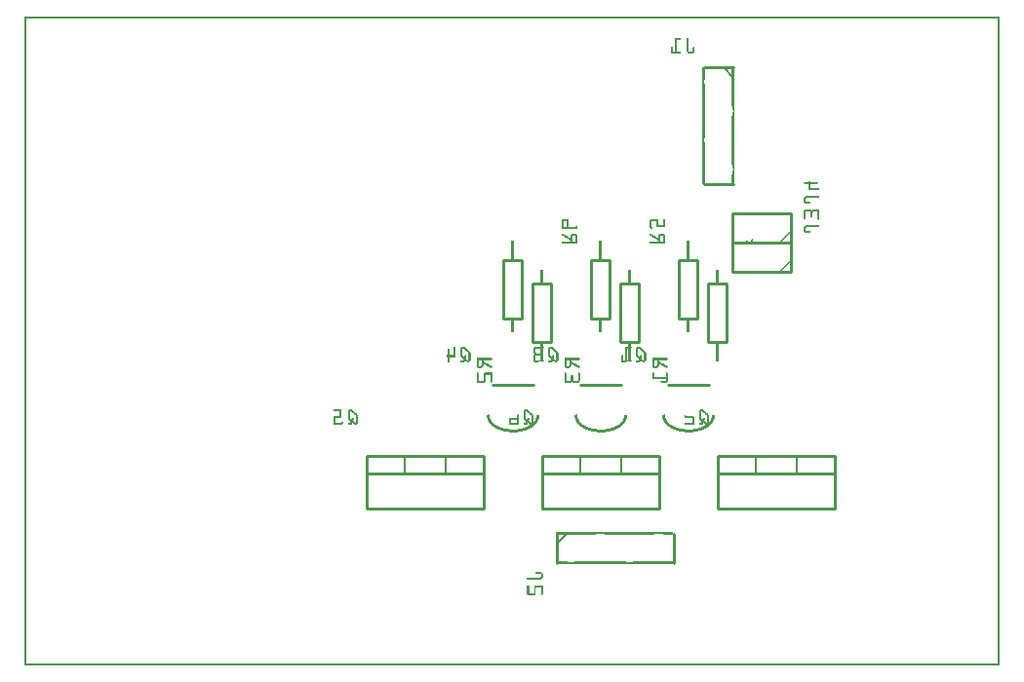
<source format=gbo>
G04 MADE WITH FRITZING*
G04 WWW.FRITZING.ORG*
G04 DOUBLE SIDED*
G04 HOLES PLATED*
G04 CONTOUR ON CENTER OF CONTOUR VECTOR*
%ASAXBY*%
%FSLAX23Y23*%
%MOIN*%
%OFA0B0*%
%SFA1.0B1.0*%
%ADD10C,0.010000*%
%ADD11C,0.005000*%
%ADD12R,0.001000X0.001000*%
%LNSILK0*%
G90*
G70*
G54D10*
X2218Y453D02*
X2218Y353D01*
D02*
X1818Y353D02*
X1818Y453D01*
G54D11*
D02*
X1853Y453D02*
X1818Y418D01*
G54D10*
D02*
X2423Y1648D02*
X2323Y1648D01*
D02*
X2323Y2048D02*
X2423Y2048D01*
G54D11*
D02*
X2423Y2013D02*
X2388Y2048D01*
G54D10*
D02*
X1738Y962D02*
X1598Y962D01*
D02*
X2038Y962D02*
X1898Y962D01*
D02*
X2338Y962D02*
X2198Y962D01*
D02*
X2168Y718D02*
X1768Y718D01*
D02*
X1768Y718D02*
X1768Y538D01*
D02*
X1768Y538D02*
X2168Y538D01*
D02*
X2168Y538D02*
X2168Y718D01*
D02*
X2168Y718D02*
X1768Y718D01*
D02*
X1768Y718D02*
X1768Y658D01*
D02*
X1768Y658D02*
X2168Y658D01*
D02*
X2168Y658D02*
X2168Y718D01*
G54D11*
D02*
X2038Y718D02*
X2038Y658D01*
D02*
X1898Y718D02*
X1898Y658D01*
G54D10*
D02*
X1568Y718D02*
X1168Y718D01*
D02*
X1168Y718D02*
X1168Y538D01*
D02*
X1168Y538D02*
X1568Y538D01*
D02*
X1568Y538D02*
X1568Y718D01*
D02*
X1568Y718D02*
X1168Y718D01*
D02*
X1168Y718D02*
X1168Y658D01*
D02*
X1168Y658D02*
X1568Y658D01*
D02*
X1568Y658D02*
X1568Y718D01*
G54D11*
D02*
X1438Y718D02*
X1438Y658D01*
D02*
X1298Y718D02*
X1298Y658D01*
G54D10*
D02*
X2768Y718D02*
X2368Y718D01*
D02*
X2368Y718D02*
X2368Y538D01*
D02*
X2368Y538D02*
X2768Y538D01*
D02*
X2768Y538D02*
X2768Y718D01*
D02*
X2768Y718D02*
X2368Y718D01*
D02*
X2368Y718D02*
X2368Y658D01*
D02*
X2368Y658D02*
X2768Y658D01*
D02*
X2768Y658D02*
X2768Y718D01*
G54D11*
D02*
X2638Y718D02*
X2638Y658D01*
D02*
X2498Y718D02*
X2498Y658D01*
G54D10*
D02*
X1801Y1108D02*
X1801Y1308D01*
D02*
X1801Y1308D02*
X1735Y1308D01*
D02*
X1735Y1308D02*
X1735Y1108D01*
D02*
X1735Y1108D02*
X1801Y1108D01*
D02*
X2101Y1108D02*
X2101Y1308D01*
D02*
X2101Y1308D02*
X2035Y1308D01*
D02*
X2035Y1308D02*
X2035Y1108D01*
D02*
X2035Y1108D02*
X2101Y1108D01*
D02*
X2401Y1108D02*
X2401Y1308D01*
D02*
X2401Y1308D02*
X2335Y1308D01*
D02*
X2335Y1308D02*
X2335Y1108D01*
D02*
X2335Y1108D02*
X2401Y1108D01*
D02*
X1935Y1389D02*
X1935Y1189D01*
D02*
X1935Y1189D02*
X2001Y1189D01*
D02*
X2001Y1189D02*
X2001Y1389D01*
D02*
X2001Y1389D02*
X1935Y1389D01*
D02*
X1635Y1389D02*
X1635Y1189D01*
D02*
X1635Y1189D02*
X1701Y1189D01*
D02*
X1701Y1189D02*
X1701Y1389D01*
D02*
X1701Y1389D02*
X1635Y1389D01*
D02*
X2235Y1389D02*
X2235Y1189D01*
D02*
X2235Y1189D02*
X2301Y1189D01*
D02*
X2301Y1189D02*
X2301Y1389D01*
D02*
X2301Y1389D02*
X2235Y1389D01*
D02*
X2618Y1348D02*
X2418Y1348D01*
D02*
X2418Y1348D02*
X2418Y1448D01*
D02*
X2418Y1448D02*
X2618Y1448D01*
D02*
X2618Y1448D02*
X2618Y1348D01*
D02*
X2618Y1448D02*
X2418Y1448D01*
D02*
X2418Y1448D02*
X2418Y1548D01*
D02*
X2418Y1548D02*
X2618Y1548D01*
D02*
X2618Y1548D02*
X2618Y1448D01*
G54D12*
X0Y2222D02*
X3332Y2222D01*
X0Y2221D02*
X3332Y2221D01*
X0Y2220D02*
X3332Y2220D01*
X0Y2219D02*
X3332Y2219D01*
X0Y2218D02*
X3332Y2218D01*
X0Y2217D02*
X3332Y2217D01*
X0Y2216D02*
X3332Y2216D01*
X0Y2215D02*
X3332Y2215D01*
X0Y2214D02*
X7Y2214D01*
X3325Y2214D02*
X3332Y2214D01*
X0Y2213D02*
X7Y2213D01*
X3325Y2213D02*
X3332Y2213D01*
X0Y2212D02*
X7Y2212D01*
X3325Y2212D02*
X3332Y2212D01*
X0Y2211D02*
X7Y2211D01*
X3325Y2211D02*
X3332Y2211D01*
X0Y2210D02*
X7Y2210D01*
X3325Y2210D02*
X3332Y2210D01*
X0Y2209D02*
X7Y2209D01*
X3325Y2209D02*
X3332Y2209D01*
X0Y2208D02*
X7Y2208D01*
X3325Y2208D02*
X3332Y2208D01*
X0Y2207D02*
X7Y2207D01*
X3325Y2207D02*
X3332Y2207D01*
X0Y2206D02*
X7Y2206D01*
X3325Y2206D02*
X3332Y2206D01*
X0Y2205D02*
X7Y2205D01*
X3325Y2205D02*
X3332Y2205D01*
X0Y2204D02*
X7Y2204D01*
X3325Y2204D02*
X3332Y2204D01*
X0Y2203D02*
X7Y2203D01*
X3325Y2203D02*
X3332Y2203D01*
X0Y2202D02*
X7Y2202D01*
X3325Y2202D02*
X3332Y2202D01*
X0Y2201D02*
X7Y2201D01*
X3325Y2201D02*
X3332Y2201D01*
X0Y2200D02*
X7Y2200D01*
X3325Y2200D02*
X3332Y2200D01*
X0Y2199D02*
X7Y2199D01*
X3325Y2199D02*
X3332Y2199D01*
X0Y2198D02*
X7Y2198D01*
X3325Y2198D02*
X3332Y2198D01*
X0Y2197D02*
X7Y2197D01*
X3325Y2197D02*
X3332Y2197D01*
X0Y2196D02*
X7Y2196D01*
X3325Y2196D02*
X3332Y2196D01*
X0Y2195D02*
X7Y2195D01*
X3325Y2195D02*
X3332Y2195D01*
X0Y2194D02*
X7Y2194D01*
X3325Y2194D02*
X3332Y2194D01*
X0Y2193D02*
X7Y2193D01*
X3325Y2193D02*
X3332Y2193D01*
X0Y2192D02*
X7Y2192D01*
X3325Y2192D02*
X3332Y2192D01*
X0Y2191D02*
X7Y2191D01*
X3325Y2191D02*
X3332Y2191D01*
X0Y2190D02*
X7Y2190D01*
X3325Y2190D02*
X3332Y2190D01*
X0Y2189D02*
X7Y2189D01*
X3325Y2189D02*
X3332Y2189D01*
X0Y2188D02*
X7Y2188D01*
X3325Y2188D02*
X3332Y2188D01*
X0Y2187D02*
X7Y2187D01*
X3325Y2187D02*
X3332Y2187D01*
X0Y2186D02*
X7Y2186D01*
X3325Y2186D02*
X3332Y2186D01*
X0Y2185D02*
X7Y2185D01*
X3325Y2185D02*
X3332Y2185D01*
X0Y2184D02*
X7Y2184D01*
X3325Y2184D02*
X3332Y2184D01*
X0Y2183D02*
X7Y2183D01*
X3325Y2183D02*
X3332Y2183D01*
X0Y2182D02*
X7Y2182D01*
X3325Y2182D02*
X3332Y2182D01*
X0Y2181D02*
X7Y2181D01*
X3325Y2181D02*
X3332Y2181D01*
X0Y2180D02*
X7Y2180D01*
X3325Y2180D02*
X3332Y2180D01*
X0Y2179D02*
X7Y2179D01*
X3325Y2179D02*
X3332Y2179D01*
X0Y2178D02*
X7Y2178D01*
X3325Y2178D02*
X3332Y2178D01*
X0Y2177D02*
X7Y2177D01*
X3325Y2177D02*
X3332Y2177D01*
X0Y2176D02*
X7Y2176D01*
X3325Y2176D02*
X3332Y2176D01*
X0Y2175D02*
X7Y2175D01*
X3325Y2175D02*
X3332Y2175D01*
X0Y2174D02*
X7Y2174D01*
X3325Y2174D02*
X3332Y2174D01*
X0Y2173D02*
X7Y2173D01*
X3325Y2173D02*
X3332Y2173D01*
X0Y2172D02*
X7Y2172D01*
X3325Y2172D02*
X3332Y2172D01*
X0Y2171D02*
X7Y2171D01*
X3325Y2171D02*
X3332Y2171D01*
X0Y2170D02*
X7Y2170D01*
X3325Y2170D02*
X3332Y2170D01*
X0Y2169D02*
X7Y2169D01*
X3325Y2169D02*
X3332Y2169D01*
X0Y2168D02*
X7Y2168D01*
X3325Y2168D02*
X3332Y2168D01*
X0Y2167D02*
X7Y2167D01*
X3325Y2167D02*
X3332Y2167D01*
X0Y2166D02*
X7Y2166D01*
X3325Y2166D02*
X3332Y2166D01*
X0Y2165D02*
X7Y2165D01*
X3325Y2165D02*
X3332Y2165D01*
X0Y2164D02*
X7Y2164D01*
X3325Y2164D02*
X3332Y2164D01*
X0Y2163D02*
X7Y2163D01*
X3325Y2163D02*
X3332Y2163D01*
X0Y2162D02*
X7Y2162D01*
X3325Y2162D02*
X3332Y2162D01*
X0Y2161D02*
X7Y2161D01*
X3325Y2161D02*
X3332Y2161D01*
X0Y2160D02*
X7Y2160D01*
X3325Y2160D02*
X3332Y2160D01*
X0Y2159D02*
X7Y2159D01*
X3325Y2159D02*
X3332Y2159D01*
X0Y2158D02*
X7Y2158D01*
X3325Y2158D02*
X3332Y2158D01*
X0Y2157D02*
X7Y2157D01*
X3325Y2157D02*
X3332Y2157D01*
X0Y2156D02*
X7Y2156D01*
X3325Y2156D02*
X3332Y2156D01*
X0Y2155D02*
X7Y2155D01*
X3325Y2155D02*
X3332Y2155D01*
X0Y2154D02*
X7Y2154D01*
X3325Y2154D02*
X3332Y2154D01*
X0Y2153D02*
X7Y2153D01*
X3325Y2153D02*
X3332Y2153D01*
X0Y2152D02*
X7Y2152D01*
X3325Y2152D02*
X3332Y2152D01*
X0Y2151D02*
X7Y2151D01*
X3325Y2151D02*
X3332Y2151D01*
X0Y2150D02*
X7Y2150D01*
X3325Y2150D02*
X3332Y2150D01*
X0Y2149D02*
X7Y2149D01*
X3325Y2149D02*
X3332Y2149D01*
X0Y2148D02*
X7Y2148D01*
X2224Y2148D02*
X2242Y2148D01*
X2265Y2148D02*
X2268Y2148D01*
X3325Y2148D02*
X3332Y2148D01*
X0Y2147D02*
X7Y2147D01*
X2224Y2147D02*
X2243Y2147D01*
X2264Y2147D02*
X2269Y2147D01*
X3325Y2147D02*
X3332Y2147D01*
X0Y2146D02*
X7Y2146D01*
X2224Y2146D02*
X2244Y2146D01*
X2264Y2146D02*
X2270Y2146D01*
X3325Y2146D02*
X3332Y2146D01*
X0Y2145D02*
X7Y2145D01*
X2224Y2145D02*
X2244Y2145D01*
X2264Y2145D02*
X2270Y2145D01*
X3325Y2145D02*
X3332Y2145D01*
X0Y2144D02*
X7Y2144D01*
X2224Y2144D02*
X2243Y2144D01*
X2264Y2144D02*
X2270Y2144D01*
X3325Y2144D02*
X3332Y2144D01*
X0Y2143D02*
X7Y2143D01*
X2224Y2143D02*
X2243Y2143D01*
X2264Y2143D02*
X2270Y2143D01*
X3325Y2143D02*
X3332Y2143D01*
X0Y2142D02*
X7Y2142D01*
X2224Y2142D02*
X2242Y2142D01*
X2264Y2142D02*
X2270Y2142D01*
X3325Y2142D02*
X3332Y2142D01*
X0Y2141D02*
X7Y2141D01*
X2224Y2141D02*
X2230Y2141D01*
X2264Y2141D02*
X2270Y2141D01*
X3325Y2141D02*
X3332Y2141D01*
X0Y2140D02*
X7Y2140D01*
X2224Y2140D02*
X2230Y2140D01*
X2264Y2140D02*
X2270Y2140D01*
X3325Y2140D02*
X3332Y2140D01*
X0Y2139D02*
X7Y2139D01*
X2224Y2139D02*
X2230Y2139D01*
X2264Y2139D02*
X2270Y2139D01*
X3325Y2139D02*
X3332Y2139D01*
X0Y2138D02*
X7Y2138D01*
X2224Y2138D02*
X2230Y2138D01*
X2264Y2138D02*
X2270Y2138D01*
X3325Y2138D02*
X3332Y2138D01*
X0Y2137D02*
X7Y2137D01*
X2224Y2137D02*
X2230Y2137D01*
X2264Y2137D02*
X2270Y2137D01*
X3325Y2137D02*
X3332Y2137D01*
X0Y2136D02*
X7Y2136D01*
X2224Y2136D02*
X2230Y2136D01*
X2264Y2136D02*
X2270Y2136D01*
X3325Y2136D02*
X3332Y2136D01*
X0Y2135D02*
X7Y2135D01*
X2224Y2135D02*
X2230Y2135D01*
X2264Y2135D02*
X2270Y2135D01*
X3325Y2135D02*
X3332Y2135D01*
X0Y2134D02*
X7Y2134D01*
X2224Y2134D02*
X2230Y2134D01*
X2264Y2134D02*
X2270Y2134D01*
X3325Y2134D02*
X3332Y2134D01*
X0Y2133D02*
X7Y2133D01*
X2224Y2133D02*
X2230Y2133D01*
X2264Y2133D02*
X2270Y2133D01*
X3325Y2133D02*
X3332Y2133D01*
X0Y2132D02*
X7Y2132D01*
X2224Y2132D02*
X2230Y2132D01*
X2264Y2132D02*
X2270Y2132D01*
X3325Y2132D02*
X3332Y2132D01*
X0Y2131D02*
X7Y2131D01*
X2224Y2131D02*
X2230Y2131D01*
X2264Y2131D02*
X2270Y2131D01*
X3325Y2131D02*
X3332Y2131D01*
X0Y2130D02*
X7Y2130D01*
X2224Y2130D02*
X2230Y2130D01*
X2264Y2130D02*
X2270Y2130D01*
X3325Y2130D02*
X3332Y2130D01*
X0Y2129D02*
X7Y2129D01*
X2224Y2129D02*
X2230Y2129D01*
X2264Y2129D02*
X2270Y2129D01*
X3325Y2129D02*
X3332Y2129D01*
X0Y2128D02*
X7Y2128D01*
X2224Y2128D02*
X2230Y2128D01*
X2264Y2128D02*
X2270Y2128D01*
X3325Y2128D02*
X3332Y2128D01*
X0Y2127D02*
X7Y2127D01*
X2224Y2127D02*
X2230Y2127D01*
X2264Y2127D02*
X2270Y2127D01*
X3325Y2127D02*
X3332Y2127D01*
X0Y2126D02*
X7Y2126D01*
X2224Y2126D02*
X2230Y2126D01*
X2264Y2126D02*
X2270Y2126D01*
X3325Y2126D02*
X3332Y2126D01*
X0Y2125D02*
X7Y2125D01*
X2224Y2125D02*
X2230Y2125D01*
X2264Y2125D02*
X2270Y2125D01*
X3325Y2125D02*
X3332Y2125D01*
X0Y2124D02*
X7Y2124D01*
X2224Y2124D02*
X2230Y2124D01*
X2264Y2124D02*
X2270Y2124D01*
X3325Y2124D02*
X3332Y2124D01*
X0Y2123D02*
X7Y2123D01*
X2224Y2123D02*
X2230Y2123D01*
X2264Y2123D02*
X2270Y2123D01*
X3325Y2123D02*
X3332Y2123D01*
X0Y2122D02*
X7Y2122D01*
X2224Y2122D02*
X2230Y2122D01*
X2264Y2122D02*
X2270Y2122D01*
X3325Y2122D02*
X3332Y2122D01*
X0Y2121D02*
X7Y2121D01*
X2224Y2121D02*
X2230Y2121D01*
X2264Y2121D02*
X2270Y2121D01*
X3325Y2121D02*
X3332Y2121D01*
X0Y2120D02*
X7Y2120D01*
X2224Y2120D02*
X2230Y2120D01*
X2264Y2120D02*
X2270Y2120D01*
X3325Y2120D02*
X3332Y2120D01*
X0Y2119D02*
X7Y2119D01*
X2213Y2119D02*
X2214Y2119D01*
X2224Y2119D02*
X2230Y2119D01*
X2264Y2119D02*
X2270Y2119D01*
X2287Y2119D02*
X2288Y2119D01*
X3325Y2119D02*
X3332Y2119D01*
X0Y2118D02*
X7Y2118D01*
X2211Y2118D02*
X2215Y2118D01*
X2224Y2118D02*
X2230Y2118D01*
X2264Y2118D02*
X2270Y2118D01*
X2285Y2118D02*
X2289Y2118D01*
X3325Y2118D02*
X3332Y2118D01*
X0Y2117D02*
X7Y2117D01*
X2210Y2117D02*
X2216Y2117D01*
X2224Y2117D02*
X2230Y2117D01*
X2264Y2117D02*
X2270Y2117D01*
X2285Y2117D02*
X2290Y2117D01*
X3325Y2117D02*
X3332Y2117D01*
X0Y2116D02*
X7Y2116D01*
X2210Y2116D02*
X2216Y2116D01*
X2224Y2116D02*
X2230Y2116D01*
X2264Y2116D02*
X2270Y2116D01*
X2285Y2116D02*
X2290Y2116D01*
X3325Y2116D02*
X3332Y2116D01*
X0Y2115D02*
X7Y2115D01*
X2210Y2115D02*
X2216Y2115D01*
X2224Y2115D02*
X2230Y2115D01*
X2264Y2115D02*
X2270Y2115D01*
X2284Y2115D02*
X2290Y2115D01*
X3325Y2115D02*
X3332Y2115D01*
X0Y2114D02*
X7Y2114D01*
X2210Y2114D02*
X2216Y2114D01*
X2224Y2114D02*
X2230Y2114D01*
X2264Y2114D02*
X2270Y2114D01*
X2284Y2114D02*
X2290Y2114D01*
X3325Y2114D02*
X3332Y2114D01*
X0Y2113D02*
X7Y2113D01*
X2210Y2113D02*
X2216Y2113D01*
X2224Y2113D02*
X2230Y2113D01*
X2264Y2113D02*
X2270Y2113D01*
X2284Y2113D02*
X2290Y2113D01*
X3325Y2113D02*
X3332Y2113D01*
X0Y2112D02*
X7Y2112D01*
X2210Y2112D02*
X2216Y2112D01*
X2224Y2112D02*
X2230Y2112D01*
X2264Y2112D02*
X2270Y2112D01*
X2284Y2112D02*
X2290Y2112D01*
X3325Y2112D02*
X3332Y2112D01*
X0Y2111D02*
X7Y2111D01*
X2210Y2111D02*
X2216Y2111D01*
X2224Y2111D02*
X2230Y2111D01*
X2264Y2111D02*
X2270Y2111D01*
X2284Y2111D02*
X2290Y2111D01*
X3325Y2111D02*
X3332Y2111D01*
X0Y2110D02*
X7Y2110D01*
X2210Y2110D02*
X2216Y2110D01*
X2224Y2110D02*
X2230Y2110D01*
X2264Y2110D02*
X2270Y2110D01*
X2284Y2110D02*
X2290Y2110D01*
X3325Y2110D02*
X3332Y2110D01*
X0Y2109D02*
X7Y2109D01*
X2210Y2109D02*
X2216Y2109D01*
X2224Y2109D02*
X2230Y2109D01*
X2264Y2109D02*
X2270Y2109D01*
X2284Y2109D02*
X2290Y2109D01*
X3325Y2109D02*
X3332Y2109D01*
X0Y2108D02*
X7Y2108D01*
X2210Y2108D02*
X2216Y2108D01*
X2224Y2108D02*
X2230Y2108D01*
X2264Y2108D02*
X2270Y2108D01*
X2284Y2108D02*
X2290Y2108D01*
X3325Y2108D02*
X3332Y2108D01*
X0Y2107D02*
X7Y2107D01*
X2210Y2107D02*
X2216Y2107D01*
X2224Y2107D02*
X2230Y2107D01*
X2264Y2107D02*
X2270Y2107D01*
X2284Y2107D02*
X2290Y2107D01*
X3325Y2107D02*
X3332Y2107D01*
X0Y2106D02*
X7Y2106D01*
X2210Y2106D02*
X2216Y2106D01*
X2224Y2106D02*
X2230Y2106D01*
X2264Y2106D02*
X2270Y2106D01*
X2284Y2106D02*
X2290Y2106D01*
X3325Y2106D02*
X3332Y2106D01*
X0Y2105D02*
X7Y2105D01*
X2210Y2105D02*
X2216Y2105D01*
X2224Y2105D02*
X2230Y2105D01*
X2264Y2105D02*
X2270Y2105D01*
X2284Y2105D02*
X2290Y2105D01*
X3325Y2105D02*
X3332Y2105D01*
X0Y2104D02*
X7Y2104D01*
X2210Y2104D02*
X2216Y2104D01*
X2224Y2104D02*
X2230Y2104D01*
X2264Y2104D02*
X2270Y2104D01*
X2284Y2104D02*
X2290Y2104D01*
X3325Y2104D02*
X3332Y2104D01*
X0Y2103D02*
X7Y2103D01*
X2210Y2103D02*
X2216Y2103D01*
X2224Y2103D02*
X2230Y2103D01*
X2264Y2103D02*
X2270Y2103D01*
X2284Y2103D02*
X2290Y2103D01*
X3325Y2103D02*
X3332Y2103D01*
X0Y2102D02*
X7Y2102D01*
X2210Y2102D02*
X2216Y2102D01*
X2224Y2102D02*
X2230Y2102D01*
X2264Y2102D02*
X2272Y2102D01*
X2283Y2102D02*
X2290Y2102D01*
X3325Y2102D02*
X3332Y2102D01*
X0Y2101D02*
X7Y2101D01*
X2210Y2101D02*
X2242Y2101D01*
X2265Y2101D02*
X2290Y2101D01*
X3325Y2101D02*
X3332Y2101D01*
X0Y2100D02*
X7Y2100D01*
X2210Y2100D02*
X2243Y2100D01*
X2265Y2100D02*
X2289Y2100D01*
X3325Y2100D02*
X3332Y2100D01*
X0Y2099D02*
X7Y2099D01*
X2210Y2099D02*
X2243Y2099D01*
X2266Y2099D02*
X2289Y2099D01*
X3325Y2099D02*
X3332Y2099D01*
X0Y2098D02*
X7Y2098D01*
X2210Y2098D02*
X2244Y2098D01*
X2267Y2098D02*
X2288Y2098D01*
X3325Y2098D02*
X3332Y2098D01*
X0Y2097D02*
X7Y2097D01*
X2210Y2097D02*
X2243Y2097D01*
X2268Y2097D02*
X2287Y2097D01*
X3325Y2097D02*
X3332Y2097D01*
X0Y2096D02*
X7Y2096D01*
X2211Y2096D02*
X2243Y2096D01*
X2269Y2096D02*
X2285Y2096D01*
X3325Y2096D02*
X3332Y2096D01*
X0Y2095D02*
X7Y2095D01*
X2212Y2095D02*
X2242Y2095D01*
X2271Y2095D02*
X2283Y2095D01*
X3325Y2095D02*
X3332Y2095D01*
X0Y2094D02*
X7Y2094D01*
X3325Y2094D02*
X3332Y2094D01*
X0Y2093D02*
X7Y2093D01*
X3325Y2093D02*
X3332Y2093D01*
X0Y2092D02*
X7Y2092D01*
X3325Y2092D02*
X3332Y2092D01*
X0Y2091D02*
X7Y2091D01*
X3325Y2091D02*
X3332Y2091D01*
X0Y2090D02*
X7Y2090D01*
X3325Y2090D02*
X3332Y2090D01*
X0Y2089D02*
X7Y2089D01*
X3325Y2089D02*
X3332Y2089D01*
X0Y2088D02*
X7Y2088D01*
X3325Y2088D02*
X3332Y2088D01*
X0Y2087D02*
X7Y2087D01*
X3325Y2087D02*
X3332Y2087D01*
X0Y2086D02*
X7Y2086D01*
X3325Y2086D02*
X3332Y2086D01*
X0Y2085D02*
X7Y2085D01*
X3325Y2085D02*
X3332Y2085D01*
X0Y2084D02*
X7Y2084D01*
X3325Y2084D02*
X3332Y2084D01*
X0Y2083D02*
X7Y2083D01*
X3325Y2083D02*
X3332Y2083D01*
X0Y2082D02*
X7Y2082D01*
X3325Y2082D02*
X3332Y2082D01*
X0Y2081D02*
X7Y2081D01*
X3325Y2081D02*
X3332Y2081D01*
X0Y2080D02*
X7Y2080D01*
X3325Y2080D02*
X3332Y2080D01*
X0Y2079D02*
X7Y2079D01*
X3325Y2079D02*
X3332Y2079D01*
X0Y2078D02*
X7Y2078D01*
X3325Y2078D02*
X3332Y2078D01*
X0Y2077D02*
X7Y2077D01*
X3325Y2077D02*
X3332Y2077D01*
X0Y2076D02*
X7Y2076D01*
X3325Y2076D02*
X3332Y2076D01*
X0Y2075D02*
X7Y2075D01*
X3325Y2075D02*
X3332Y2075D01*
X0Y2074D02*
X7Y2074D01*
X3325Y2074D02*
X3332Y2074D01*
X0Y2073D02*
X7Y2073D01*
X3325Y2073D02*
X3332Y2073D01*
X0Y2072D02*
X7Y2072D01*
X3325Y2072D02*
X3332Y2072D01*
X0Y2071D02*
X7Y2071D01*
X3325Y2071D02*
X3332Y2071D01*
X0Y2070D02*
X7Y2070D01*
X3325Y2070D02*
X3332Y2070D01*
X0Y2069D02*
X7Y2069D01*
X3325Y2069D02*
X3332Y2069D01*
X0Y2068D02*
X7Y2068D01*
X3325Y2068D02*
X3332Y2068D01*
X0Y2067D02*
X7Y2067D01*
X3325Y2067D02*
X3332Y2067D01*
X0Y2066D02*
X7Y2066D01*
X3325Y2066D02*
X3332Y2066D01*
X0Y2065D02*
X7Y2065D01*
X3325Y2065D02*
X3332Y2065D01*
X0Y2064D02*
X7Y2064D01*
X3325Y2064D02*
X3332Y2064D01*
X0Y2063D02*
X7Y2063D01*
X3325Y2063D02*
X3332Y2063D01*
X0Y2062D02*
X7Y2062D01*
X3325Y2062D02*
X3332Y2062D01*
X0Y2061D02*
X7Y2061D01*
X3325Y2061D02*
X3332Y2061D01*
X0Y2060D02*
X7Y2060D01*
X3325Y2060D02*
X3332Y2060D01*
X0Y2059D02*
X7Y2059D01*
X3325Y2059D02*
X3332Y2059D01*
X0Y2058D02*
X7Y2058D01*
X3325Y2058D02*
X3332Y2058D01*
X0Y2057D02*
X7Y2057D01*
X3325Y2057D02*
X3332Y2057D01*
X0Y2056D02*
X7Y2056D01*
X3325Y2056D02*
X3332Y2056D01*
X0Y2055D02*
X7Y2055D01*
X3325Y2055D02*
X3332Y2055D01*
X0Y2054D02*
X7Y2054D01*
X3325Y2054D02*
X3332Y2054D01*
X0Y2053D02*
X7Y2053D01*
X3325Y2053D02*
X3332Y2053D01*
X0Y2052D02*
X7Y2052D01*
X3325Y2052D02*
X3332Y2052D01*
X0Y2051D02*
X7Y2051D01*
X3325Y2051D02*
X3332Y2051D01*
X0Y2050D02*
X7Y2050D01*
X3325Y2050D02*
X3332Y2050D01*
X0Y2049D02*
X7Y2049D01*
X3325Y2049D02*
X3332Y2049D01*
X0Y2048D02*
X7Y2048D01*
X2318Y2048D02*
X2327Y2048D01*
X2418Y2048D02*
X2427Y2048D01*
X3325Y2048D02*
X3332Y2048D01*
X0Y2047D02*
X7Y2047D01*
X2318Y2047D02*
X2327Y2047D01*
X2418Y2047D02*
X2427Y2047D01*
X3325Y2047D02*
X3332Y2047D01*
X0Y2046D02*
X7Y2046D01*
X2318Y2046D02*
X2327Y2046D01*
X2418Y2046D02*
X2427Y2046D01*
X3325Y2046D02*
X3332Y2046D01*
X0Y2045D02*
X7Y2045D01*
X2318Y2045D02*
X2327Y2045D01*
X2418Y2045D02*
X2427Y2045D01*
X3325Y2045D02*
X3332Y2045D01*
X0Y2044D02*
X7Y2044D01*
X2318Y2044D02*
X2327Y2044D01*
X2418Y2044D02*
X2427Y2044D01*
X3325Y2044D02*
X3332Y2044D01*
X0Y2043D02*
X7Y2043D01*
X2318Y2043D02*
X2327Y2043D01*
X2418Y2043D02*
X2427Y2043D01*
X3325Y2043D02*
X3332Y2043D01*
X0Y2042D02*
X7Y2042D01*
X2318Y2042D02*
X2327Y2042D01*
X2418Y2042D02*
X2427Y2042D01*
X3325Y2042D02*
X3332Y2042D01*
X0Y2041D02*
X7Y2041D01*
X2318Y2041D02*
X2327Y2041D01*
X2418Y2041D02*
X2427Y2041D01*
X3325Y2041D02*
X3332Y2041D01*
X0Y2040D02*
X7Y2040D01*
X2318Y2040D02*
X2327Y2040D01*
X2418Y2040D02*
X2427Y2040D01*
X3325Y2040D02*
X3332Y2040D01*
X0Y2039D02*
X7Y2039D01*
X2318Y2039D02*
X2327Y2039D01*
X2418Y2039D02*
X2427Y2039D01*
X3325Y2039D02*
X3332Y2039D01*
X0Y2038D02*
X7Y2038D01*
X2318Y2038D02*
X2327Y2038D01*
X2418Y2038D02*
X2427Y2038D01*
X3325Y2038D02*
X3332Y2038D01*
X0Y2037D02*
X7Y2037D01*
X2318Y2037D02*
X2327Y2037D01*
X2418Y2037D02*
X2427Y2037D01*
X3325Y2037D02*
X3332Y2037D01*
X0Y2036D02*
X7Y2036D01*
X2318Y2036D02*
X2327Y2036D01*
X2418Y2036D02*
X2427Y2036D01*
X3325Y2036D02*
X3332Y2036D01*
X0Y2035D02*
X7Y2035D01*
X2318Y2035D02*
X2327Y2035D01*
X2418Y2035D02*
X2427Y2035D01*
X3325Y2035D02*
X3332Y2035D01*
X0Y2034D02*
X7Y2034D01*
X2318Y2034D02*
X2327Y2034D01*
X2418Y2034D02*
X2427Y2034D01*
X3325Y2034D02*
X3332Y2034D01*
X0Y2033D02*
X7Y2033D01*
X2318Y2033D02*
X2327Y2033D01*
X2418Y2033D02*
X2427Y2033D01*
X3325Y2033D02*
X3332Y2033D01*
X0Y2032D02*
X7Y2032D01*
X2318Y2032D02*
X2327Y2032D01*
X2418Y2032D02*
X2427Y2032D01*
X3325Y2032D02*
X3332Y2032D01*
X0Y2031D02*
X7Y2031D01*
X2318Y2031D02*
X2327Y2031D01*
X2418Y2031D02*
X2427Y2031D01*
X3325Y2031D02*
X3332Y2031D01*
X0Y2030D02*
X7Y2030D01*
X2318Y2030D02*
X2327Y2030D01*
X2418Y2030D02*
X2427Y2030D01*
X3325Y2030D02*
X3332Y2030D01*
X0Y2029D02*
X7Y2029D01*
X2318Y2029D02*
X2327Y2029D01*
X2418Y2029D02*
X2427Y2029D01*
X3325Y2029D02*
X3332Y2029D01*
X0Y2028D02*
X7Y2028D01*
X2318Y2028D02*
X2327Y2028D01*
X2418Y2028D02*
X2427Y2028D01*
X3325Y2028D02*
X3332Y2028D01*
X0Y2027D02*
X7Y2027D01*
X2318Y2027D02*
X2327Y2027D01*
X2418Y2027D02*
X2427Y2027D01*
X3325Y2027D02*
X3332Y2027D01*
X0Y2026D02*
X7Y2026D01*
X2318Y2026D02*
X2327Y2026D01*
X2418Y2026D02*
X2427Y2026D01*
X3325Y2026D02*
X3332Y2026D01*
X0Y2025D02*
X7Y2025D01*
X2318Y2025D02*
X2327Y2025D01*
X2418Y2025D02*
X2427Y2025D01*
X3325Y2025D02*
X3332Y2025D01*
X0Y2024D02*
X7Y2024D01*
X2318Y2024D02*
X2327Y2024D01*
X2418Y2024D02*
X2427Y2024D01*
X3325Y2024D02*
X3332Y2024D01*
X0Y2023D02*
X7Y2023D01*
X2318Y2023D02*
X2327Y2023D01*
X2418Y2023D02*
X2427Y2023D01*
X3325Y2023D02*
X3332Y2023D01*
X0Y2022D02*
X7Y2022D01*
X2318Y2022D02*
X2327Y2022D01*
X2418Y2022D02*
X2427Y2022D01*
X3325Y2022D02*
X3332Y2022D01*
X0Y2021D02*
X7Y2021D01*
X2318Y2021D02*
X2327Y2021D01*
X2418Y2021D02*
X2427Y2021D01*
X3325Y2021D02*
X3332Y2021D01*
X0Y2020D02*
X7Y2020D01*
X2318Y2020D02*
X2327Y2020D01*
X2418Y2020D02*
X2427Y2020D01*
X3325Y2020D02*
X3332Y2020D01*
X0Y2019D02*
X7Y2019D01*
X2318Y2019D02*
X2327Y2019D01*
X2418Y2019D02*
X2427Y2019D01*
X3325Y2019D02*
X3332Y2019D01*
X0Y2018D02*
X7Y2018D01*
X2318Y2018D02*
X2327Y2018D01*
X2418Y2018D02*
X2427Y2018D01*
X3325Y2018D02*
X3332Y2018D01*
X0Y2017D02*
X7Y2017D01*
X2318Y2017D02*
X2327Y2017D01*
X2418Y2017D02*
X2427Y2017D01*
X3325Y2017D02*
X3332Y2017D01*
X0Y2016D02*
X7Y2016D01*
X2318Y2016D02*
X2326Y2016D01*
X2418Y2016D02*
X2427Y2016D01*
X3325Y2016D02*
X3332Y2016D01*
X0Y2015D02*
X7Y2015D01*
X2318Y2015D02*
X2326Y2015D01*
X2418Y2015D02*
X2427Y2015D01*
X3325Y2015D02*
X3332Y2015D01*
X0Y2014D02*
X7Y2014D01*
X2318Y2014D02*
X2326Y2014D01*
X2418Y2014D02*
X2427Y2014D01*
X3325Y2014D02*
X3332Y2014D01*
X0Y2013D02*
X7Y2013D01*
X2318Y2013D02*
X2325Y2013D01*
X2418Y2013D02*
X2427Y2013D01*
X3325Y2013D02*
X3332Y2013D01*
X0Y2012D02*
X7Y2012D01*
X2318Y2012D02*
X2325Y2012D01*
X2418Y2012D02*
X2427Y2012D01*
X3325Y2012D02*
X3332Y2012D01*
X0Y2011D02*
X7Y2011D01*
X2318Y2011D02*
X2325Y2011D01*
X2418Y2011D02*
X2427Y2011D01*
X3325Y2011D02*
X3332Y2011D01*
X0Y2010D02*
X7Y2010D01*
X2318Y2010D02*
X2324Y2010D01*
X2418Y2010D02*
X2427Y2010D01*
X3325Y2010D02*
X3332Y2010D01*
X0Y2009D02*
X7Y2009D01*
X2318Y2009D02*
X2324Y2009D01*
X2418Y2009D02*
X2427Y2009D01*
X3325Y2009D02*
X3332Y2009D01*
X0Y2008D02*
X7Y2008D01*
X2318Y2008D02*
X2324Y2008D01*
X2418Y2008D02*
X2427Y2008D01*
X3325Y2008D02*
X3332Y2008D01*
X0Y2007D02*
X7Y2007D01*
X2318Y2007D02*
X2324Y2007D01*
X2418Y2007D02*
X2427Y2007D01*
X3325Y2007D02*
X3332Y2007D01*
X0Y2006D02*
X7Y2006D01*
X2318Y2006D02*
X2323Y2006D01*
X2418Y2006D02*
X2427Y2006D01*
X3325Y2006D02*
X3332Y2006D01*
X0Y2005D02*
X7Y2005D01*
X2318Y2005D02*
X2323Y2005D01*
X2418Y2005D02*
X2427Y2005D01*
X3325Y2005D02*
X3332Y2005D01*
X0Y2004D02*
X7Y2004D01*
X2318Y2004D02*
X2323Y2004D01*
X2418Y2004D02*
X2427Y2004D01*
X3325Y2004D02*
X3332Y2004D01*
X0Y2003D02*
X7Y2003D01*
X2318Y2003D02*
X2323Y2003D01*
X2418Y2003D02*
X2427Y2003D01*
X3325Y2003D02*
X3332Y2003D01*
X0Y2002D02*
X7Y2002D01*
X2318Y2002D02*
X2323Y2002D01*
X2418Y2002D02*
X2427Y2002D01*
X3325Y2002D02*
X3332Y2002D01*
X0Y2001D02*
X7Y2001D01*
X2318Y2001D02*
X2323Y2001D01*
X2418Y2001D02*
X2427Y2001D01*
X3325Y2001D02*
X3332Y2001D01*
X0Y2000D02*
X7Y2000D01*
X2318Y2000D02*
X2323Y2000D01*
X2418Y2000D02*
X2427Y2000D01*
X3325Y2000D02*
X3332Y2000D01*
X0Y1999D02*
X7Y1999D01*
X2318Y1999D02*
X2323Y1999D01*
X2418Y1999D02*
X2427Y1999D01*
X3325Y1999D02*
X3332Y1999D01*
X0Y1998D02*
X7Y1998D01*
X2318Y1998D02*
X2323Y1998D01*
X2418Y1998D02*
X2427Y1998D01*
X3325Y1998D02*
X3332Y1998D01*
X0Y1997D02*
X7Y1997D01*
X2318Y1997D02*
X2323Y1997D01*
X2418Y1997D02*
X2427Y1997D01*
X3325Y1997D02*
X3332Y1997D01*
X0Y1996D02*
X7Y1996D01*
X2318Y1996D02*
X2323Y1996D01*
X2418Y1996D02*
X2427Y1996D01*
X3325Y1996D02*
X3332Y1996D01*
X0Y1995D02*
X7Y1995D01*
X2318Y1995D02*
X2323Y1995D01*
X2418Y1995D02*
X2427Y1995D01*
X3325Y1995D02*
X3332Y1995D01*
X0Y1994D02*
X7Y1994D01*
X2318Y1994D02*
X2323Y1994D01*
X2418Y1994D02*
X2427Y1994D01*
X3325Y1994D02*
X3332Y1994D01*
X0Y1993D02*
X7Y1993D01*
X2318Y1993D02*
X2323Y1993D01*
X2418Y1993D02*
X2427Y1993D01*
X3325Y1993D02*
X3332Y1993D01*
X0Y1992D02*
X7Y1992D01*
X2318Y1992D02*
X2323Y1992D01*
X2418Y1992D02*
X2427Y1992D01*
X3325Y1992D02*
X3332Y1992D01*
X0Y1991D02*
X7Y1991D01*
X2318Y1991D02*
X2324Y1991D01*
X2418Y1991D02*
X2427Y1991D01*
X3325Y1991D02*
X3332Y1991D01*
X0Y1990D02*
X7Y1990D01*
X2318Y1990D02*
X2324Y1990D01*
X2418Y1990D02*
X2427Y1990D01*
X3325Y1990D02*
X3332Y1990D01*
X0Y1989D02*
X7Y1989D01*
X2318Y1989D02*
X2324Y1989D01*
X2418Y1989D02*
X2427Y1989D01*
X3325Y1989D02*
X3332Y1989D01*
X0Y1988D02*
X7Y1988D01*
X2318Y1988D02*
X2324Y1988D01*
X2418Y1988D02*
X2427Y1988D01*
X3325Y1988D02*
X3332Y1988D01*
X0Y1987D02*
X7Y1987D01*
X2318Y1987D02*
X2324Y1987D01*
X2418Y1987D02*
X2427Y1987D01*
X3325Y1987D02*
X3332Y1987D01*
X0Y1986D02*
X7Y1986D01*
X2318Y1986D02*
X2325Y1986D01*
X2418Y1986D02*
X2427Y1986D01*
X3325Y1986D02*
X3332Y1986D01*
X0Y1985D02*
X7Y1985D01*
X2318Y1985D02*
X2325Y1985D01*
X2418Y1985D02*
X2427Y1985D01*
X3325Y1985D02*
X3332Y1985D01*
X0Y1984D02*
X7Y1984D01*
X2318Y1984D02*
X2325Y1984D01*
X2418Y1984D02*
X2427Y1984D01*
X3325Y1984D02*
X3332Y1984D01*
X0Y1983D02*
X7Y1983D01*
X2318Y1983D02*
X2326Y1983D01*
X2418Y1983D02*
X2427Y1983D01*
X3325Y1983D02*
X3332Y1983D01*
X0Y1982D02*
X7Y1982D01*
X2318Y1982D02*
X2326Y1982D01*
X2418Y1982D02*
X2427Y1982D01*
X3325Y1982D02*
X3332Y1982D01*
X0Y1981D02*
X7Y1981D01*
X2318Y1981D02*
X2326Y1981D01*
X2418Y1981D02*
X2427Y1981D01*
X3325Y1981D02*
X3332Y1981D01*
X0Y1980D02*
X7Y1980D01*
X2318Y1980D02*
X2327Y1980D01*
X2418Y1980D02*
X2427Y1980D01*
X3325Y1980D02*
X3332Y1980D01*
X0Y1979D02*
X7Y1979D01*
X2318Y1979D02*
X2327Y1979D01*
X2418Y1979D02*
X2427Y1979D01*
X3325Y1979D02*
X3332Y1979D01*
X0Y1978D02*
X7Y1978D01*
X2318Y1978D02*
X2327Y1978D01*
X2418Y1978D02*
X2427Y1978D01*
X3325Y1978D02*
X3332Y1978D01*
X0Y1977D02*
X7Y1977D01*
X2318Y1977D02*
X2327Y1977D01*
X2418Y1977D02*
X2427Y1977D01*
X3325Y1977D02*
X3332Y1977D01*
X0Y1976D02*
X7Y1976D01*
X2318Y1976D02*
X2327Y1976D01*
X2418Y1976D02*
X2427Y1976D01*
X3325Y1976D02*
X3332Y1976D01*
X0Y1975D02*
X7Y1975D01*
X2318Y1975D02*
X2327Y1975D01*
X2418Y1975D02*
X2427Y1975D01*
X3325Y1975D02*
X3332Y1975D01*
X0Y1974D02*
X7Y1974D01*
X2318Y1974D02*
X2327Y1974D01*
X2418Y1974D02*
X2427Y1974D01*
X3325Y1974D02*
X3332Y1974D01*
X0Y1973D02*
X7Y1973D01*
X2318Y1973D02*
X2327Y1973D01*
X2418Y1973D02*
X2427Y1973D01*
X3325Y1973D02*
X3332Y1973D01*
X0Y1972D02*
X7Y1972D01*
X2318Y1972D02*
X2327Y1972D01*
X2418Y1972D02*
X2427Y1972D01*
X3325Y1972D02*
X3332Y1972D01*
X0Y1971D02*
X7Y1971D01*
X2318Y1971D02*
X2327Y1971D01*
X2418Y1971D02*
X2427Y1971D01*
X3325Y1971D02*
X3332Y1971D01*
X0Y1970D02*
X7Y1970D01*
X2318Y1970D02*
X2327Y1970D01*
X2418Y1970D02*
X2427Y1970D01*
X3325Y1970D02*
X3332Y1970D01*
X0Y1969D02*
X7Y1969D01*
X2318Y1969D02*
X2327Y1969D01*
X2418Y1969D02*
X2427Y1969D01*
X3325Y1969D02*
X3332Y1969D01*
X0Y1968D02*
X7Y1968D01*
X2318Y1968D02*
X2327Y1968D01*
X2418Y1968D02*
X2427Y1968D01*
X3325Y1968D02*
X3332Y1968D01*
X0Y1967D02*
X7Y1967D01*
X2318Y1967D02*
X2327Y1967D01*
X2418Y1967D02*
X2427Y1967D01*
X3325Y1967D02*
X3332Y1967D01*
X0Y1966D02*
X7Y1966D01*
X2318Y1966D02*
X2327Y1966D01*
X2418Y1966D02*
X2427Y1966D01*
X3325Y1966D02*
X3332Y1966D01*
X0Y1965D02*
X7Y1965D01*
X2318Y1965D02*
X2327Y1965D01*
X2418Y1965D02*
X2427Y1965D01*
X3325Y1965D02*
X3332Y1965D01*
X0Y1964D02*
X7Y1964D01*
X2318Y1964D02*
X2327Y1964D01*
X2418Y1964D02*
X2427Y1964D01*
X3325Y1964D02*
X3332Y1964D01*
X0Y1963D02*
X7Y1963D01*
X2318Y1963D02*
X2327Y1963D01*
X2418Y1963D02*
X2427Y1963D01*
X3325Y1963D02*
X3332Y1963D01*
X0Y1962D02*
X7Y1962D01*
X2318Y1962D02*
X2327Y1962D01*
X2418Y1962D02*
X2427Y1962D01*
X3325Y1962D02*
X3332Y1962D01*
X0Y1961D02*
X7Y1961D01*
X2318Y1961D02*
X2327Y1961D01*
X2418Y1961D02*
X2427Y1961D01*
X3325Y1961D02*
X3332Y1961D01*
X0Y1960D02*
X7Y1960D01*
X2318Y1960D02*
X2327Y1960D01*
X2418Y1960D02*
X2427Y1960D01*
X3325Y1960D02*
X3332Y1960D01*
X0Y1959D02*
X7Y1959D01*
X2318Y1959D02*
X2327Y1959D01*
X2418Y1959D02*
X2427Y1959D01*
X3325Y1959D02*
X3332Y1959D01*
X0Y1958D02*
X7Y1958D01*
X2318Y1958D02*
X2327Y1958D01*
X2418Y1958D02*
X2427Y1958D01*
X3325Y1958D02*
X3332Y1958D01*
X0Y1957D02*
X7Y1957D01*
X2318Y1957D02*
X2327Y1957D01*
X2418Y1957D02*
X2427Y1957D01*
X3325Y1957D02*
X3332Y1957D01*
X0Y1956D02*
X7Y1956D01*
X2318Y1956D02*
X2327Y1956D01*
X2418Y1956D02*
X2427Y1956D01*
X3325Y1956D02*
X3332Y1956D01*
X0Y1955D02*
X7Y1955D01*
X2318Y1955D02*
X2327Y1955D01*
X2418Y1955D02*
X2427Y1955D01*
X3325Y1955D02*
X3332Y1955D01*
X0Y1954D02*
X7Y1954D01*
X2318Y1954D02*
X2327Y1954D01*
X2418Y1954D02*
X2427Y1954D01*
X3325Y1954D02*
X3332Y1954D01*
X0Y1953D02*
X7Y1953D01*
X2318Y1953D02*
X2327Y1953D01*
X2418Y1953D02*
X2427Y1953D01*
X3325Y1953D02*
X3332Y1953D01*
X0Y1952D02*
X7Y1952D01*
X2318Y1952D02*
X2327Y1952D01*
X2418Y1952D02*
X2427Y1952D01*
X3325Y1952D02*
X3332Y1952D01*
X0Y1951D02*
X7Y1951D01*
X2318Y1951D02*
X2327Y1951D01*
X2418Y1951D02*
X2427Y1951D01*
X3325Y1951D02*
X3332Y1951D01*
X0Y1950D02*
X7Y1950D01*
X2318Y1950D02*
X2327Y1950D01*
X2418Y1950D02*
X2427Y1950D01*
X3325Y1950D02*
X3332Y1950D01*
X0Y1949D02*
X7Y1949D01*
X2318Y1949D02*
X2327Y1949D01*
X2418Y1949D02*
X2427Y1949D01*
X3325Y1949D02*
X3332Y1949D01*
X0Y1948D02*
X7Y1948D01*
X2318Y1948D02*
X2327Y1948D01*
X2418Y1948D02*
X2427Y1948D01*
X3325Y1948D02*
X3332Y1948D01*
X0Y1947D02*
X7Y1947D01*
X2318Y1947D02*
X2327Y1947D01*
X2418Y1947D02*
X2427Y1947D01*
X3325Y1947D02*
X3332Y1947D01*
X0Y1946D02*
X7Y1946D01*
X2318Y1946D02*
X2327Y1946D01*
X2418Y1946D02*
X2427Y1946D01*
X3325Y1946D02*
X3332Y1946D01*
X0Y1945D02*
X7Y1945D01*
X2318Y1945D02*
X2327Y1945D01*
X2418Y1945D02*
X2427Y1945D01*
X3325Y1945D02*
X3332Y1945D01*
X0Y1944D02*
X7Y1944D01*
X2318Y1944D02*
X2327Y1944D01*
X2418Y1944D02*
X2427Y1944D01*
X3325Y1944D02*
X3332Y1944D01*
X0Y1943D02*
X7Y1943D01*
X2318Y1943D02*
X2327Y1943D01*
X2418Y1943D02*
X2427Y1943D01*
X3325Y1943D02*
X3332Y1943D01*
X0Y1942D02*
X7Y1942D01*
X2318Y1942D02*
X2327Y1942D01*
X2418Y1942D02*
X2427Y1942D01*
X3325Y1942D02*
X3332Y1942D01*
X0Y1941D02*
X7Y1941D01*
X2318Y1941D02*
X2327Y1941D01*
X2418Y1941D02*
X2427Y1941D01*
X3325Y1941D02*
X3332Y1941D01*
X0Y1940D02*
X7Y1940D01*
X2318Y1940D02*
X2327Y1940D01*
X2418Y1940D02*
X2427Y1940D01*
X3325Y1940D02*
X3332Y1940D01*
X0Y1939D02*
X7Y1939D01*
X2318Y1939D02*
X2327Y1939D01*
X2418Y1939D02*
X2427Y1939D01*
X3325Y1939D02*
X3332Y1939D01*
X0Y1938D02*
X7Y1938D01*
X2318Y1938D02*
X2327Y1938D01*
X2418Y1938D02*
X2427Y1938D01*
X3325Y1938D02*
X3332Y1938D01*
X0Y1937D02*
X7Y1937D01*
X2318Y1937D02*
X2327Y1937D01*
X2418Y1937D02*
X2427Y1937D01*
X3325Y1937D02*
X3332Y1937D01*
X0Y1936D02*
X7Y1936D01*
X2318Y1936D02*
X2327Y1936D01*
X2418Y1936D02*
X2427Y1936D01*
X3325Y1936D02*
X3332Y1936D01*
X0Y1935D02*
X7Y1935D01*
X2318Y1935D02*
X2327Y1935D01*
X2418Y1935D02*
X2427Y1935D01*
X3325Y1935D02*
X3332Y1935D01*
X0Y1934D02*
X7Y1934D01*
X2318Y1934D02*
X2327Y1934D01*
X2418Y1934D02*
X2427Y1934D01*
X3325Y1934D02*
X3332Y1934D01*
X0Y1933D02*
X7Y1933D01*
X2318Y1933D02*
X2327Y1933D01*
X2418Y1933D02*
X2427Y1933D01*
X3325Y1933D02*
X3332Y1933D01*
X0Y1932D02*
X7Y1932D01*
X2318Y1932D02*
X2327Y1932D01*
X2418Y1932D02*
X2427Y1932D01*
X3325Y1932D02*
X3332Y1932D01*
X0Y1931D02*
X7Y1931D01*
X2318Y1931D02*
X2327Y1931D01*
X2418Y1931D02*
X2427Y1931D01*
X3325Y1931D02*
X3332Y1931D01*
X0Y1930D02*
X7Y1930D01*
X2318Y1930D02*
X2327Y1930D01*
X2418Y1930D02*
X2427Y1930D01*
X3325Y1930D02*
X3332Y1930D01*
X0Y1929D02*
X7Y1929D01*
X2318Y1929D02*
X2327Y1929D01*
X2418Y1929D02*
X2427Y1929D01*
X3325Y1929D02*
X3332Y1929D01*
X0Y1928D02*
X7Y1928D01*
X2318Y1928D02*
X2327Y1928D01*
X2418Y1928D02*
X2427Y1928D01*
X3325Y1928D02*
X3332Y1928D01*
X0Y1927D02*
X7Y1927D01*
X2318Y1927D02*
X2327Y1927D01*
X2418Y1927D02*
X2427Y1927D01*
X3325Y1927D02*
X3332Y1927D01*
X0Y1926D02*
X7Y1926D01*
X2318Y1926D02*
X2327Y1926D01*
X2418Y1926D02*
X2427Y1926D01*
X3325Y1926D02*
X3332Y1926D01*
X0Y1925D02*
X7Y1925D01*
X2318Y1925D02*
X2327Y1925D01*
X2418Y1925D02*
X2427Y1925D01*
X3325Y1925D02*
X3332Y1925D01*
X0Y1924D02*
X7Y1924D01*
X2318Y1924D02*
X2327Y1924D01*
X2418Y1924D02*
X2427Y1924D01*
X3325Y1924D02*
X3332Y1924D01*
X0Y1923D02*
X7Y1923D01*
X2318Y1923D02*
X2327Y1923D01*
X2418Y1923D02*
X2427Y1923D01*
X3325Y1923D02*
X3332Y1923D01*
X0Y1922D02*
X7Y1922D01*
X2318Y1922D02*
X2327Y1922D01*
X2418Y1922D02*
X2427Y1922D01*
X3325Y1922D02*
X3332Y1922D01*
X0Y1921D02*
X7Y1921D01*
X2318Y1921D02*
X2327Y1921D01*
X2418Y1921D02*
X2427Y1921D01*
X3325Y1921D02*
X3332Y1921D01*
X0Y1920D02*
X7Y1920D01*
X2318Y1920D02*
X2327Y1920D01*
X2418Y1920D02*
X2427Y1920D01*
X3325Y1920D02*
X3332Y1920D01*
X0Y1919D02*
X7Y1919D01*
X2318Y1919D02*
X2327Y1919D01*
X2418Y1919D02*
X2427Y1919D01*
X3325Y1919D02*
X3332Y1919D01*
X0Y1918D02*
X7Y1918D01*
X2318Y1918D02*
X2327Y1918D01*
X2418Y1918D02*
X2427Y1918D01*
X3325Y1918D02*
X3332Y1918D01*
X0Y1917D02*
X7Y1917D01*
X2318Y1917D02*
X2327Y1917D01*
X2418Y1917D02*
X2427Y1917D01*
X3325Y1917D02*
X3332Y1917D01*
X0Y1916D02*
X7Y1916D01*
X2318Y1916D02*
X2327Y1916D01*
X2418Y1916D02*
X2427Y1916D01*
X3325Y1916D02*
X3332Y1916D01*
X0Y1915D02*
X7Y1915D01*
X2318Y1915D02*
X2327Y1915D01*
X2419Y1915D02*
X2427Y1915D01*
X3325Y1915D02*
X3332Y1915D01*
X0Y1914D02*
X7Y1914D01*
X2318Y1914D02*
X2327Y1914D01*
X2419Y1914D02*
X2427Y1914D01*
X3325Y1914D02*
X3332Y1914D01*
X0Y1913D02*
X7Y1913D01*
X2318Y1913D02*
X2327Y1913D01*
X2419Y1913D02*
X2427Y1913D01*
X3325Y1913D02*
X3332Y1913D01*
X0Y1912D02*
X7Y1912D01*
X2318Y1912D02*
X2327Y1912D01*
X2420Y1912D02*
X2427Y1912D01*
X3325Y1912D02*
X3332Y1912D01*
X0Y1911D02*
X7Y1911D01*
X2318Y1911D02*
X2327Y1911D01*
X2420Y1911D02*
X2427Y1911D01*
X3325Y1911D02*
X3332Y1911D01*
X0Y1910D02*
X7Y1910D01*
X2318Y1910D02*
X2327Y1910D01*
X2420Y1910D02*
X2427Y1910D01*
X3325Y1910D02*
X3332Y1910D01*
X0Y1909D02*
X7Y1909D01*
X2318Y1909D02*
X2327Y1909D01*
X2420Y1909D02*
X2427Y1909D01*
X3325Y1909D02*
X3332Y1909D01*
X0Y1908D02*
X7Y1908D01*
X2318Y1908D02*
X2327Y1908D01*
X2421Y1908D02*
X2427Y1908D01*
X3325Y1908D02*
X3332Y1908D01*
X0Y1907D02*
X7Y1907D01*
X2318Y1907D02*
X2327Y1907D01*
X2421Y1907D02*
X2427Y1907D01*
X3325Y1907D02*
X3332Y1907D01*
X0Y1906D02*
X7Y1906D01*
X2318Y1906D02*
X2327Y1906D01*
X2421Y1906D02*
X2427Y1906D01*
X3325Y1906D02*
X3332Y1906D01*
X0Y1905D02*
X7Y1905D01*
X2318Y1905D02*
X2327Y1905D01*
X2421Y1905D02*
X2427Y1905D01*
X3325Y1905D02*
X3332Y1905D01*
X0Y1904D02*
X7Y1904D01*
X2318Y1904D02*
X2327Y1904D01*
X2421Y1904D02*
X2427Y1904D01*
X3325Y1904D02*
X3332Y1904D01*
X0Y1903D02*
X7Y1903D01*
X2318Y1903D02*
X2327Y1903D01*
X2421Y1903D02*
X2427Y1903D01*
X3325Y1903D02*
X3332Y1903D01*
X0Y1902D02*
X7Y1902D01*
X2318Y1902D02*
X2327Y1902D01*
X2422Y1902D02*
X2427Y1902D01*
X3325Y1902D02*
X3332Y1902D01*
X0Y1901D02*
X7Y1901D01*
X2318Y1901D02*
X2327Y1901D01*
X2422Y1901D02*
X2427Y1901D01*
X3325Y1901D02*
X3332Y1901D01*
X0Y1900D02*
X7Y1900D01*
X2318Y1900D02*
X2327Y1900D01*
X2422Y1900D02*
X2427Y1900D01*
X3325Y1900D02*
X3332Y1900D01*
X0Y1899D02*
X7Y1899D01*
X2318Y1899D02*
X2327Y1899D01*
X2422Y1899D02*
X2427Y1899D01*
X3325Y1899D02*
X3332Y1899D01*
X0Y1898D02*
X7Y1898D01*
X2318Y1898D02*
X2327Y1898D01*
X2422Y1898D02*
X2427Y1898D01*
X3325Y1898D02*
X3332Y1898D01*
X0Y1897D02*
X7Y1897D01*
X2318Y1897D02*
X2327Y1897D01*
X2422Y1897D02*
X2427Y1897D01*
X3325Y1897D02*
X3332Y1897D01*
X0Y1896D02*
X7Y1896D01*
X2318Y1896D02*
X2327Y1896D01*
X2422Y1896D02*
X2427Y1896D01*
X3325Y1896D02*
X3332Y1896D01*
X0Y1895D02*
X7Y1895D01*
X2318Y1895D02*
X2327Y1895D01*
X2422Y1895D02*
X2427Y1895D01*
X3325Y1895D02*
X3332Y1895D01*
X0Y1894D02*
X7Y1894D01*
X2318Y1894D02*
X2327Y1894D01*
X2421Y1894D02*
X2427Y1894D01*
X3325Y1894D02*
X3332Y1894D01*
X0Y1893D02*
X7Y1893D01*
X2318Y1893D02*
X2327Y1893D01*
X2421Y1893D02*
X2427Y1893D01*
X3325Y1893D02*
X3332Y1893D01*
X0Y1892D02*
X7Y1892D01*
X2318Y1892D02*
X2327Y1892D01*
X2421Y1892D02*
X2427Y1892D01*
X3325Y1892D02*
X3332Y1892D01*
X0Y1891D02*
X7Y1891D01*
X2318Y1891D02*
X2327Y1891D01*
X2421Y1891D02*
X2427Y1891D01*
X3325Y1891D02*
X3332Y1891D01*
X0Y1890D02*
X7Y1890D01*
X2318Y1890D02*
X2327Y1890D01*
X2421Y1890D02*
X2427Y1890D01*
X3325Y1890D02*
X3332Y1890D01*
X0Y1889D02*
X7Y1889D01*
X2318Y1889D02*
X2327Y1889D01*
X2421Y1889D02*
X2427Y1889D01*
X3325Y1889D02*
X3332Y1889D01*
X0Y1888D02*
X7Y1888D01*
X2318Y1888D02*
X2327Y1888D01*
X2420Y1888D02*
X2427Y1888D01*
X3325Y1888D02*
X3332Y1888D01*
X0Y1887D02*
X7Y1887D01*
X2318Y1887D02*
X2327Y1887D01*
X2420Y1887D02*
X2427Y1887D01*
X3325Y1887D02*
X3332Y1887D01*
X0Y1886D02*
X7Y1886D01*
X2318Y1886D02*
X2327Y1886D01*
X2420Y1886D02*
X2427Y1886D01*
X3325Y1886D02*
X3332Y1886D01*
X0Y1885D02*
X7Y1885D01*
X2318Y1885D02*
X2327Y1885D01*
X2419Y1885D02*
X2427Y1885D01*
X3325Y1885D02*
X3332Y1885D01*
X0Y1884D02*
X7Y1884D01*
X2318Y1884D02*
X2327Y1884D01*
X2419Y1884D02*
X2427Y1884D01*
X3325Y1884D02*
X3332Y1884D01*
X0Y1883D02*
X7Y1883D01*
X2318Y1883D02*
X2327Y1883D01*
X2419Y1883D02*
X2427Y1883D01*
X3325Y1883D02*
X3332Y1883D01*
X0Y1882D02*
X7Y1882D01*
X2318Y1882D02*
X2327Y1882D01*
X2418Y1882D02*
X2427Y1882D01*
X3325Y1882D02*
X3332Y1882D01*
X0Y1881D02*
X7Y1881D01*
X2318Y1881D02*
X2327Y1881D01*
X2418Y1881D02*
X2427Y1881D01*
X3325Y1881D02*
X3332Y1881D01*
X0Y1880D02*
X7Y1880D01*
X2318Y1880D02*
X2327Y1880D01*
X2418Y1880D02*
X2427Y1880D01*
X3325Y1880D02*
X3332Y1880D01*
X0Y1879D02*
X7Y1879D01*
X2318Y1879D02*
X2327Y1879D01*
X2418Y1879D02*
X2427Y1879D01*
X3325Y1879D02*
X3332Y1879D01*
X0Y1878D02*
X7Y1878D01*
X2318Y1878D02*
X2327Y1878D01*
X2418Y1878D02*
X2427Y1878D01*
X3325Y1878D02*
X3332Y1878D01*
X0Y1877D02*
X7Y1877D01*
X2318Y1877D02*
X2327Y1877D01*
X2418Y1877D02*
X2427Y1877D01*
X3325Y1877D02*
X3332Y1877D01*
X0Y1876D02*
X7Y1876D01*
X2318Y1876D02*
X2327Y1876D01*
X2418Y1876D02*
X2427Y1876D01*
X3325Y1876D02*
X3332Y1876D01*
X0Y1875D02*
X7Y1875D01*
X2318Y1875D02*
X2327Y1875D01*
X2418Y1875D02*
X2427Y1875D01*
X3325Y1875D02*
X3332Y1875D01*
X0Y1874D02*
X7Y1874D01*
X2318Y1874D02*
X2327Y1874D01*
X2418Y1874D02*
X2427Y1874D01*
X3325Y1874D02*
X3332Y1874D01*
X0Y1873D02*
X7Y1873D01*
X2318Y1873D02*
X2327Y1873D01*
X2418Y1873D02*
X2427Y1873D01*
X3325Y1873D02*
X3332Y1873D01*
X0Y1872D02*
X7Y1872D01*
X2318Y1872D02*
X2327Y1872D01*
X2418Y1872D02*
X2427Y1872D01*
X3325Y1872D02*
X3332Y1872D01*
X0Y1871D02*
X7Y1871D01*
X2318Y1871D02*
X2327Y1871D01*
X2418Y1871D02*
X2427Y1871D01*
X3325Y1871D02*
X3332Y1871D01*
X0Y1870D02*
X7Y1870D01*
X2318Y1870D02*
X2327Y1870D01*
X2418Y1870D02*
X2427Y1870D01*
X3325Y1870D02*
X3332Y1870D01*
X0Y1869D02*
X7Y1869D01*
X2318Y1869D02*
X2327Y1869D01*
X2418Y1869D02*
X2427Y1869D01*
X3325Y1869D02*
X3332Y1869D01*
X0Y1868D02*
X7Y1868D01*
X2318Y1868D02*
X2327Y1868D01*
X2418Y1868D02*
X2427Y1868D01*
X3325Y1868D02*
X3332Y1868D01*
X0Y1867D02*
X7Y1867D01*
X2318Y1867D02*
X2327Y1867D01*
X2418Y1867D02*
X2427Y1867D01*
X3325Y1867D02*
X3332Y1867D01*
X0Y1866D02*
X7Y1866D01*
X2318Y1866D02*
X2327Y1866D01*
X2418Y1866D02*
X2427Y1866D01*
X3325Y1866D02*
X3332Y1866D01*
X0Y1865D02*
X7Y1865D01*
X2318Y1865D02*
X2327Y1865D01*
X2418Y1865D02*
X2427Y1865D01*
X3325Y1865D02*
X3332Y1865D01*
X0Y1864D02*
X7Y1864D01*
X2318Y1864D02*
X2327Y1864D01*
X2418Y1864D02*
X2427Y1864D01*
X3325Y1864D02*
X3332Y1864D01*
X0Y1863D02*
X7Y1863D01*
X2318Y1863D02*
X2327Y1863D01*
X2418Y1863D02*
X2427Y1863D01*
X3325Y1863D02*
X3332Y1863D01*
X0Y1862D02*
X7Y1862D01*
X2318Y1862D02*
X2327Y1862D01*
X2418Y1862D02*
X2427Y1862D01*
X3325Y1862D02*
X3332Y1862D01*
X0Y1861D02*
X7Y1861D01*
X2318Y1861D02*
X2327Y1861D01*
X2418Y1861D02*
X2427Y1861D01*
X3325Y1861D02*
X3332Y1861D01*
X0Y1860D02*
X7Y1860D01*
X2318Y1860D02*
X2327Y1860D01*
X2418Y1860D02*
X2427Y1860D01*
X3325Y1860D02*
X3332Y1860D01*
X0Y1859D02*
X7Y1859D01*
X2318Y1859D02*
X2327Y1859D01*
X2418Y1859D02*
X2427Y1859D01*
X3325Y1859D02*
X3332Y1859D01*
X0Y1858D02*
X7Y1858D01*
X2318Y1858D02*
X2327Y1858D01*
X2418Y1858D02*
X2427Y1858D01*
X3325Y1858D02*
X3332Y1858D01*
X0Y1857D02*
X7Y1857D01*
X2318Y1857D02*
X2327Y1857D01*
X2418Y1857D02*
X2427Y1857D01*
X3325Y1857D02*
X3332Y1857D01*
X0Y1856D02*
X7Y1856D01*
X2318Y1856D02*
X2327Y1856D01*
X2418Y1856D02*
X2427Y1856D01*
X3325Y1856D02*
X3332Y1856D01*
X0Y1855D02*
X7Y1855D01*
X2318Y1855D02*
X2327Y1855D01*
X2418Y1855D02*
X2427Y1855D01*
X3325Y1855D02*
X3332Y1855D01*
X0Y1854D02*
X7Y1854D01*
X2318Y1854D02*
X2327Y1854D01*
X2418Y1854D02*
X2427Y1854D01*
X3325Y1854D02*
X3332Y1854D01*
X0Y1853D02*
X7Y1853D01*
X2318Y1853D02*
X2327Y1853D01*
X2418Y1853D02*
X2427Y1853D01*
X3325Y1853D02*
X3332Y1853D01*
X0Y1852D02*
X7Y1852D01*
X2318Y1852D02*
X2327Y1852D01*
X2418Y1852D02*
X2427Y1852D01*
X3325Y1852D02*
X3332Y1852D01*
X0Y1851D02*
X7Y1851D01*
X2318Y1851D02*
X2327Y1851D01*
X2418Y1851D02*
X2427Y1851D01*
X3325Y1851D02*
X3332Y1851D01*
X0Y1850D02*
X7Y1850D01*
X2318Y1850D02*
X2327Y1850D01*
X2418Y1850D02*
X2427Y1850D01*
X3325Y1850D02*
X3332Y1850D01*
X0Y1849D02*
X7Y1849D01*
X2318Y1849D02*
X2327Y1849D01*
X2418Y1849D02*
X2427Y1849D01*
X3325Y1849D02*
X3332Y1849D01*
X0Y1848D02*
X7Y1848D01*
X2318Y1848D02*
X2327Y1848D01*
X2418Y1848D02*
X2427Y1848D01*
X3325Y1848D02*
X3332Y1848D01*
X0Y1847D02*
X7Y1847D01*
X2318Y1847D02*
X2327Y1847D01*
X2418Y1847D02*
X2427Y1847D01*
X3325Y1847D02*
X3332Y1847D01*
X0Y1846D02*
X7Y1846D01*
X2318Y1846D02*
X2327Y1846D01*
X2418Y1846D02*
X2427Y1846D01*
X3325Y1846D02*
X3332Y1846D01*
X0Y1845D02*
X7Y1845D01*
X2318Y1845D02*
X2327Y1845D01*
X2418Y1845D02*
X2427Y1845D01*
X3325Y1845D02*
X3332Y1845D01*
X0Y1844D02*
X7Y1844D01*
X2318Y1844D02*
X2327Y1844D01*
X2418Y1844D02*
X2427Y1844D01*
X3325Y1844D02*
X3332Y1844D01*
X0Y1843D02*
X7Y1843D01*
X2318Y1843D02*
X2327Y1843D01*
X2418Y1843D02*
X2427Y1843D01*
X3325Y1843D02*
X3332Y1843D01*
X0Y1842D02*
X7Y1842D01*
X2318Y1842D02*
X2327Y1842D01*
X2418Y1842D02*
X2427Y1842D01*
X3325Y1842D02*
X3332Y1842D01*
X0Y1841D02*
X7Y1841D01*
X2318Y1841D02*
X2327Y1841D01*
X2418Y1841D02*
X2427Y1841D01*
X3325Y1841D02*
X3332Y1841D01*
X0Y1840D02*
X7Y1840D01*
X2318Y1840D02*
X2327Y1840D01*
X2418Y1840D02*
X2427Y1840D01*
X3325Y1840D02*
X3332Y1840D01*
X0Y1839D02*
X7Y1839D01*
X2318Y1839D02*
X2327Y1839D01*
X2418Y1839D02*
X2427Y1839D01*
X3325Y1839D02*
X3332Y1839D01*
X0Y1838D02*
X7Y1838D01*
X2318Y1838D02*
X2327Y1838D01*
X2418Y1838D02*
X2427Y1838D01*
X3325Y1838D02*
X3332Y1838D01*
X0Y1837D02*
X7Y1837D01*
X2318Y1837D02*
X2327Y1837D01*
X2418Y1837D02*
X2427Y1837D01*
X3325Y1837D02*
X3332Y1837D01*
X0Y1836D02*
X7Y1836D01*
X2318Y1836D02*
X2327Y1836D01*
X2418Y1836D02*
X2427Y1836D01*
X3325Y1836D02*
X3332Y1836D01*
X0Y1835D02*
X7Y1835D01*
X2318Y1835D02*
X2327Y1835D01*
X2418Y1835D02*
X2427Y1835D01*
X3325Y1835D02*
X3332Y1835D01*
X0Y1834D02*
X7Y1834D01*
X2318Y1834D02*
X2327Y1834D01*
X2418Y1834D02*
X2427Y1834D01*
X3325Y1834D02*
X3332Y1834D01*
X0Y1833D02*
X7Y1833D01*
X2318Y1833D02*
X2327Y1833D01*
X2418Y1833D02*
X2427Y1833D01*
X3325Y1833D02*
X3332Y1833D01*
X0Y1832D02*
X7Y1832D01*
X2318Y1832D02*
X2327Y1832D01*
X2418Y1832D02*
X2427Y1832D01*
X3325Y1832D02*
X3332Y1832D01*
X0Y1831D02*
X7Y1831D01*
X2318Y1831D02*
X2327Y1831D01*
X2418Y1831D02*
X2427Y1831D01*
X3325Y1831D02*
X3332Y1831D01*
X0Y1830D02*
X7Y1830D01*
X2318Y1830D02*
X2327Y1830D01*
X2418Y1830D02*
X2427Y1830D01*
X3325Y1830D02*
X3332Y1830D01*
X0Y1829D02*
X7Y1829D01*
X2318Y1829D02*
X2327Y1829D01*
X2418Y1829D02*
X2427Y1829D01*
X3325Y1829D02*
X3332Y1829D01*
X0Y1828D02*
X7Y1828D01*
X2318Y1828D02*
X2327Y1828D01*
X2418Y1828D02*
X2427Y1828D01*
X3325Y1828D02*
X3332Y1828D01*
X0Y1827D02*
X7Y1827D01*
X2318Y1827D02*
X2327Y1827D01*
X2418Y1827D02*
X2427Y1827D01*
X3325Y1827D02*
X3332Y1827D01*
X0Y1826D02*
X7Y1826D01*
X2318Y1826D02*
X2327Y1826D01*
X2418Y1826D02*
X2427Y1826D01*
X3325Y1826D02*
X3332Y1826D01*
X0Y1825D02*
X7Y1825D01*
X2318Y1825D02*
X2327Y1825D01*
X2418Y1825D02*
X2427Y1825D01*
X3325Y1825D02*
X3332Y1825D01*
X0Y1824D02*
X7Y1824D01*
X2318Y1824D02*
X2327Y1824D01*
X2418Y1824D02*
X2427Y1824D01*
X3325Y1824D02*
X3332Y1824D01*
X0Y1823D02*
X7Y1823D01*
X2318Y1823D02*
X2327Y1823D01*
X2418Y1823D02*
X2427Y1823D01*
X3325Y1823D02*
X3332Y1823D01*
X0Y1822D02*
X7Y1822D01*
X2318Y1822D02*
X2327Y1822D01*
X2418Y1822D02*
X2427Y1822D01*
X3325Y1822D02*
X3332Y1822D01*
X0Y1821D02*
X7Y1821D01*
X2318Y1821D02*
X2327Y1821D01*
X2418Y1821D02*
X2427Y1821D01*
X3325Y1821D02*
X3332Y1821D01*
X0Y1820D02*
X7Y1820D01*
X2318Y1820D02*
X2327Y1820D01*
X2418Y1820D02*
X2427Y1820D01*
X3325Y1820D02*
X3332Y1820D01*
X0Y1819D02*
X7Y1819D01*
X2318Y1819D02*
X2327Y1819D01*
X2418Y1819D02*
X2427Y1819D01*
X3325Y1819D02*
X3332Y1819D01*
X0Y1818D02*
X7Y1818D01*
X2318Y1818D02*
X2327Y1818D01*
X2418Y1818D02*
X2427Y1818D01*
X3325Y1818D02*
X3332Y1818D01*
X0Y1817D02*
X7Y1817D01*
X2318Y1817D02*
X2327Y1817D01*
X2418Y1817D02*
X2427Y1817D01*
X3325Y1817D02*
X3332Y1817D01*
X0Y1816D02*
X7Y1816D01*
X2318Y1816D02*
X2326Y1816D01*
X2418Y1816D02*
X2427Y1816D01*
X3325Y1816D02*
X3332Y1816D01*
X0Y1815D02*
X7Y1815D01*
X2318Y1815D02*
X2326Y1815D01*
X2418Y1815D02*
X2427Y1815D01*
X3325Y1815D02*
X3332Y1815D01*
X0Y1814D02*
X7Y1814D01*
X2318Y1814D02*
X2326Y1814D01*
X2418Y1814D02*
X2427Y1814D01*
X3325Y1814D02*
X3332Y1814D01*
X0Y1813D02*
X7Y1813D01*
X2318Y1813D02*
X2325Y1813D01*
X2418Y1813D02*
X2427Y1813D01*
X3325Y1813D02*
X3332Y1813D01*
X0Y1812D02*
X7Y1812D01*
X2318Y1812D02*
X2325Y1812D01*
X2418Y1812D02*
X2427Y1812D01*
X3325Y1812D02*
X3332Y1812D01*
X0Y1811D02*
X7Y1811D01*
X2318Y1811D02*
X2325Y1811D01*
X2418Y1811D02*
X2427Y1811D01*
X3325Y1811D02*
X3332Y1811D01*
X0Y1810D02*
X7Y1810D01*
X2318Y1810D02*
X2324Y1810D01*
X2418Y1810D02*
X2427Y1810D01*
X3325Y1810D02*
X3332Y1810D01*
X0Y1809D02*
X7Y1809D01*
X2318Y1809D02*
X2324Y1809D01*
X2418Y1809D02*
X2427Y1809D01*
X3325Y1809D02*
X3332Y1809D01*
X0Y1808D02*
X7Y1808D01*
X2318Y1808D02*
X2324Y1808D01*
X2418Y1808D02*
X2427Y1808D01*
X3325Y1808D02*
X3332Y1808D01*
X0Y1807D02*
X7Y1807D01*
X2318Y1807D02*
X2324Y1807D01*
X2418Y1807D02*
X2427Y1807D01*
X3325Y1807D02*
X3332Y1807D01*
X0Y1806D02*
X7Y1806D01*
X2318Y1806D02*
X2323Y1806D01*
X2418Y1806D02*
X2427Y1806D01*
X3325Y1806D02*
X3332Y1806D01*
X0Y1805D02*
X7Y1805D01*
X2318Y1805D02*
X2323Y1805D01*
X2418Y1805D02*
X2427Y1805D01*
X3325Y1805D02*
X3332Y1805D01*
X0Y1804D02*
X7Y1804D01*
X2318Y1804D02*
X2323Y1804D01*
X2418Y1804D02*
X2427Y1804D01*
X3325Y1804D02*
X3332Y1804D01*
X0Y1803D02*
X7Y1803D01*
X2318Y1803D02*
X2323Y1803D01*
X2418Y1803D02*
X2427Y1803D01*
X3325Y1803D02*
X3332Y1803D01*
X0Y1802D02*
X7Y1802D01*
X2318Y1802D02*
X2323Y1802D01*
X2418Y1802D02*
X2427Y1802D01*
X3325Y1802D02*
X3332Y1802D01*
X0Y1801D02*
X7Y1801D01*
X2318Y1801D02*
X2323Y1801D01*
X2418Y1801D02*
X2427Y1801D01*
X3325Y1801D02*
X3332Y1801D01*
X0Y1800D02*
X7Y1800D01*
X2318Y1800D02*
X2323Y1800D01*
X2418Y1800D02*
X2427Y1800D01*
X3325Y1800D02*
X3332Y1800D01*
X0Y1799D02*
X7Y1799D01*
X2318Y1799D02*
X2323Y1799D01*
X2418Y1799D02*
X2427Y1799D01*
X3325Y1799D02*
X3332Y1799D01*
X0Y1798D02*
X7Y1798D01*
X2318Y1798D02*
X2323Y1798D01*
X2418Y1798D02*
X2427Y1798D01*
X3325Y1798D02*
X3332Y1798D01*
X0Y1797D02*
X7Y1797D01*
X2318Y1797D02*
X2323Y1797D01*
X2418Y1797D02*
X2427Y1797D01*
X3325Y1797D02*
X3332Y1797D01*
X0Y1796D02*
X7Y1796D01*
X2318Y1796D02*
X2323Y1796D01*
X2418Y1796D02*
X2427Y1796D01*
X3325Y1796D02*
X3332Y1796D01*
X0Y1795D02*
X7Y1795D01*
X2318Y1795D02*
X2323Y1795D01*
X2418Y1795D02*
X2427Y1795D01*
X3325Y1795D02*
X3332Y1795D01*
X0Y1794D02*
X7Y1794D01*
X2318Y1794D02*
X2323Y1794D01*
X2418Y1794D02*
X2427Y1794D01*
X3325Y1794D02*
X3332Y1794D01*
X0Y1793D02*
X7Y1793D01*
X2318Y1793D02*
X2323Y1793D01*
X2418Y1793D02*
X2427Y1793D01*
X3325Y1793D02*
X3332Y1793D01*
X0Y1792D02*
X7Y1792D01*
X2318Y1792D02*
X2323Y1792D01*
X2418Y1792D02*
X2427Y1792D01*
X3325Y1792D02*
X3332Y1792D01*
X0Y1791D02*
X7Y1791D01*
X2318Y1791D02*
X2324Y1791D01*
X2418Y1791D02*
X2427Y1791D01*
X3325Y1791D02*
X3332Y1791D01*
X0Y1790D02*
X7Y1790D01*
X2318Y1790D02*
X2324Y1790D01*
X2418Y1790D02*
X2427Y1790D01*
X3325Y1790D02*
X3332Y1790D01*
X0Y1789D02*
X7Y1789D01*
X2318Y1789D02*
X2324Y1789D01*
X2418Y1789D02*
X2427Y1789D01*
X3325Y1789D02*
X3332Y1789D01*
X0Y1788D02*
X7Y1788D01*
X2318Y1788D02*
X2324Y1788D01*
X2418Y1788D02*
X2427Y1788D01*
X3325Y1788D02*
X3332Y1788D01*
X0Y1787D02*
X7Y1787D01*
X2318Y1787D02*
X2324Y1787D01*
X2418Y1787D02*
X2427Y1787D01*
X3325Y1787D02*
X3332Y1787D01*
X0Y1786D02*
X7Y1786D01*
X2318Y1786D02*
X2325Y1786D01*
X2418Y1786D02*
X2427Y1786D01*
X3325Y1786D02*
X3332Y1786D01*
X0Y1785D02*
X7Y1785D01*
X2318Y1785D02*
X2325Y1785D01*
X2418Y1785D02*
X2427Y1785D01*
X3325Y1785D02*
X3332Y1785D01*
X0Y1784D02*
X7Y1784D01*
X2318Y1784D02*
X2325Y1784D01*
X2418Y1784D02*
X2427Y1784D01*
X3325Y1784D02*
X3332Y1784D01*
X0Y1783D02*
X7Y1783D01*
X2318Y1783D02*
X2326Y1783D01*
X2418Y1783D02*
X2427Y1783D01*
X3325Y1783D02*
X3332Y1783D01*
X0Y1782D02*
X7Y1782D01*
X2318Y1782D02*
X2326Y1782D01*
X2418Y1782D02*
X2427Y1782D01*
X3325Y1782D02*
X3332Y1782D01*
X0Y1781D02*
X7Y1781D01*
X2318Y1781D02*
X2327Y1781D01*
X2418Y1781D02*
X2427Y1781D01*
X3325Y1781D02*
X3332Y1781D01*
X0Y1780D02*
X7Y1780D01*
X2318Y1780D02*
X2327Y1780D01*
X2418Y1780D02*
X2427Y1780D01*
X3325Y1780D02*
X3332Y1780D01*
X0Y1779D02*
X7Y1779D01*
X2318Y1779D02*
X2327Y1779D01*
X2418Y1779D02*
X2427Y1779D01*
X3325Y1779D02*
X3332Y1779D01*
X0Y1778D02*
X7Y1778D01*
X2318Y1778D02*
X2327Y1778D01*
X2418Y1778D02*
X2427Y1778D01*
X3325Y1778D02*
X3332Y1778D01*
X0Y1777D02*
X7Y1777D01*
X2318Y1777D02*
X2327Y1777D01*
X2418Y1777D02*
X2427Y1777D01*
X3325Y1777D02*
X3332Y1777D01*
X0Y1776D02*
X7Y1776D01*
X2318Y1776D02*
X2327Y1776D01*
X2418Y1776D02*
X2427Y1776D01*
X3325Y1776D02*
X3332Y1776D01*
X0Y1775D02*
X7Y1775D01*
X2318Y1775D02*
X2327Y1775D01*
X2418Y1775D02*
X2427Y1775D01*
X3325Y1775D02*
X3332Y1775D01*
X0Y1774D02*
X7Y1774D01*
X2318Y1774D02*
X2327Y1774D01*
X2418Y1774D02*
X2427Y1774D01*
X3325Y1774D02*
X3332Y1774D01*
X0Y1773D02*
X7Y1773D01*
X2318Y1773D02*
X2327Y1773D01*
X2418Y1773D02*
X2427Y1773D01*
X3325Y1773D02*
X3332Y1773D01*
X0Y1772D02*
X7Y1772D01*
X2318Y1772D02*
X2327Y1772D01*
X2418Y1772D02*
X2427Y1772D01*
X3325Y1772D02*
X3332Y1772D01*
X0Y1771D02*
X7Y1771D01*
X2318Y1771D02*
X2327Y1771D01*
X2418Y1771D02*
X2427Y1771D01*
X3325Y1771D02*
X3332Y1771D01*
X0Y1770D02*
X7Y1770D01*
X2318Y1770D02*
X2327Y1770D01*
X2418Y1770D02*
X2427Y1770D01*
X3325Y1770D02*
X3332Y1770D01*
X0Y1769D02*
X7Y1769D01*
X2318Y1769D02*
X2327Y1769D01*
X2418Y1769D02*
X2427Y1769D01*
X3325Y1769D02*
X3332Y1769D01*
X0Y1768D02*
X7Y1768D01*
X2318Y1768D02*
X2327Y1768D01*
X2418Y1768D02*
X2427Y1768D01*
X3325Y1768D02*
X3332Y1768D01*
X0Y1767D02*
X7Y1767D01*
X2318Y1767D02*
X2327Y1767D01*
X2418Y1767D02*
X2427Y1767D01*
X3325Y1767D02*
X3332Y1767D01*
X0Y1766D02*
X7Y1766D01*
X2318Y1766D02*
X2327Y1766D01*
X2418Y1766D02*
X2427Y1766D01*
X3325Y1766D02*
X3332Y1766D01*
X0Y1765D02*
X7Y1765D01*
X2318Y1765D02*
X2327Y1765D01*
X2418Y1765D02*
X2427Y1765D01*
X3325Y1765D02*
X3332Y1765D01*
X0Y1764D02*
X7Y1764D01*
X2318Y1764D02*
X2327Y1764D01*
X2418Y1764D02*
X2427Y1764D01*
X3325Y1764D02*
X3332Y1764D01*
X0Y1763D02*
X7Y1763D01*
X2318Y1763D02*
X2327Y1763D01*
X2418Y1763D02*
X2427Y1763D01*
X3325Y1763D02*
X3332Y1763D01*
X0Y1762D02*
X7Y1762D01*
X2318Y1762D02*
X2327Y1762D01*
X2418Y1762D02*
X2427Y1762D01*
X3325Y1762D02*
X3332Y1762D01*
X0Y1761D02*
X7Y1761D01*
X2318Y1761D02*
X2327Y1761D01*
X2418Y1761D02*
X2427Y1761D01*
X3325Y1761D02*
X3332Y1761D01*
X0Y1760D02*
X7Y1760D01*
X2318Y1760D02*
X2327Y1760D01*
X2418Y1760D02*
X2427Y1760D01*
X3325Y1760D02*
X3332Y1760D01*
X0Y1759D02*
X7Y1759D01*
X2318Y1759D02*
X2327Y1759D01*
X2418Y1759D02*
X2427Y1759D01*
X3325Y1759D02*
X3332Y1759D01*
X0Y1758D02*
X7Y1758D01*
X2318Y1758D02*
X2327Y1758D01*
X2418Y1758D02*
X2427Y1758D01*
X3325Y1758D02*
X3332Y1758D01*
X0Y1757D02*
X7Y1757D01*
X2318Y1757D02*
X2327Y1757D01*
X2418Y1757D02*
X2427Y1757D01*
X3325Y1757D02*
X3332Y1757D01*
X0Y1756D02*
X7Y1756D01*
X2318Y1756D02*
X2327Y1756D01*
X2418Y1756D02*
X2427Y1756D01*
X3325Y1756D02*
X3332Y1756D01*
X0Y1755D02*
X7Y1755D01*
X2318Y1755D02*
X2327Y1755D01*
X2418Y1755D02*
X2427Y1755D01*
X3325Y1755D02*
X3332Y1755D01*
X0Y1754D02*
X7Y1754D01*
X2318Y1754D02*
X2327Y1754D01*
X2418Y1754D02*
X2427Y1754D01*
X3325Y1754D02*
X3332Y1754D01*
X0Y1753D02*
X7Y1753D01*
X2318Y1753D02*
X2327Y1753D01*
X2418Y1753D02*
X2427Y1753D01*
X3325Y1753D02*
X3332Y1753D01*
X0Y1752D02*
X7Y1752D01*
X2318Y1752D02*
X2327Y1752D01*
X2418Y1752D02*
X2427Y1752D01*
X3325Y1752D02*
X3332Y1752D01*
X0Y1751D02*
X7Y1751D01*
X2318Y1751D02*
X2327Y1751D01*
X2418Y1751D02*
X2427Y1751D01*
X3325Y1751D02*
X3332Y1751D01*
X0Y1750D02*
X7Y1750D01*
X2318Y1750D02*
X2327Y1750D01*
X2418Y1750D02*
X2427Y1750D01*
X3325Y1750D02*
X3332Y1750D01*
X0Y1749D02*
X7Y1749D01*
X2318Y1749D02*
X2327Y1749D01*
X2418Y1749D02*
X2427Y1749D01*
X3325Y1749D02*
X3332Y1749D01*
X0Y1748D02*
X7Y1748D01*
X2318Y1748D02*
X2327Y1748D01*
X2418Y1748D02*
X2427Y1748D01*
X3325Y1748D02*
X3332Y1748D01*
X0Y1747D02*
X7Y1747D01*
X2318Y1747D02*
X2327Y1747D01*
X2418Y1747D02*
X2427Y1747D01*
X3325Y1747D02*
X3332Y1747D01*
X0Y1746D02*
X7Y1746D01*
X2318Y1746D02*
X2327Y1746D01*
X2418Y1746D02*
X2427Y1746D01*
X3325Y1746D02*
X3332Y1746D01*
X0Y1745D02*
X7Y1745D01*
X2318Y1745D02*
X2327Y1745D01*
X2418Y1745D02*
X2427Y1745D01*
X3325Y1745D02*
X3332Y1745D01*
X0Y1744D02*
X7Y1744D01*
X2318Y1744D02*
X2327Y1744D01*
X2418Y1744D02*
X2427Y1744D01*
X3325Y1744D02*
X3332Y1744D01*
X0Y1743D02*
X7Y1743D01*
X2318Y1743D02*
X2327Y1743D01*
X2418Y1743D02*
X2427Y1743D01*
X3325Y1743D02*
X3332Y1743D01*
X0Y1742D02*
X7Y1742D01*
X2318Y1742D02*
X2327Y1742D01*
X2418Y1742D02*
X2427Y1742D01*
X3325Y1742D02*
X3332Y1742D01*
X0Y1741D02*
X7Y1741D01*
X2318Y1741D02*
X2327Y1741D01*
X2418Y1741D02*
X2427Y1741D01*
X3325Y1741D02*
X3332Y1741D01*
X0Y1740D02*
X7Y1740D01*
X2318Y1740D02*
X2327Y1740D01*
X2418Y1740D02*
X2427Y1740D01*
X3325Y1740D02*
X3332Y1740D01*
X0Y1739D02*
X7Y1739D01*
X2318Y1739D02*
X2327Y1739D01*
X2418Y1739D02*
X2427Y1739D01*
X3325Y1739D02*
X3332Y1739D01*
X0Y1738D02*
X7Y1738D01*
X2318Y1738D02*
X2327Y1738D01*
X2418Y1738D02*
X2427Y1738D01*
X3325Y1738D02*
X3332Y1738D01*
X0Y1737D02*
X7Y1737D01*
X2318Y1737D02*
X2327Y1737D01*
X2418Y1737D02*
X2427Y1737D01*
X3325Y1737D02*
X3332Y1737D01*
X0Y1736D02*
X7Y1736D01*
X2318Y1736D02*
X2327Y1736D01*
X2418Y1736D02*
X2427Y1736D01*
X3325Y1736D02*
X3332Y1736D01*
X0Y1735D02*
X7Y1735D01*
X2318Y1735D02*
X2327Y1735D01*
X2418Y1735D02*
X2427Y1735D01*
X3325Y1735D02*
X3332Y1735D01*
X0Y1734D02*
X7Y1734D01*
X2318Y1734D02*
X2327Y1734D01*
X2418Y1734D02*
X2427Y1734D01*
X3325Y1734D02*
X3332Y1734D01*
X0Y1733D02*
X7Y1733D01*
X2318Y1733D02*
X2327Y1733D01*
X2418Y1733D02*
X2427Y1733D01*
X3325Y1733D02*
X3332Y1733D01*
X0Y1732D02*
X7Y1732D01*
X2318Y1732D02*
X2327Y1732D01*
X2418Y1732D02*
X2427Y1732D01*
X3325Y1732D02*
X3332Y1732D01*
X0Y1731D02*
X7Y1731D01*
X2318Y1731D02*
X2327Y1731D01*
X2418Y1731D02*
X2427Y1731D01*
X3325Y1731D02*
X3332Y1731D01*
X0Y1730D02*
X7Y1730D01*
X2318Y1730D02*
X2327Y1730D01*
X2418Y1730D02*
X2427Y1730D01*
X3325Y1730D02*
X3332Y1730D01*
X0Y1729D02*
X7Y1729D01*
X2318Y1729D02*
X2327Y1729D01*
X2418Y1729D02*
X2427Y1729D01*
X3325Y1729D02*
X3332Y1729D01*
X0Y1728D02*
X7Y1728D01*
X2318Y1728D02*
X2327Y1728D01*
X2418Y1728D02*
X2427Y1728D01*
X3325Y1728D02*
X3332Y1728D01*
X0Y1727D02*
X7Y1727D01*
X2318Y1727D02*
X2327Y1727D01*
X2418Y1727D02*
X2427Y1727D01*
X3325Y1727D02*
X3332Y1727D01*
X0Y1726D02*
X7Y1726D01*
X2318Y1726D02*
X2327Y1726D01*
X2418Y1726D02*
X2427Y1726D01*
X3325Y1726D02*
X3332Y1726D01*
X0Y1725D02*
X7Y1725D01*
X2318Y1725D02*
X2327Y1725D01*
X2418Y1725D02*
X2427Y1725D01*
X3325Y1725D02*
X3332Y1725D01*
X0Y1724D02*
X7Y1724D01*
X2318Y1724D02*
X2327Y1724D01*
X2418Y1724D02*
X2427Y1724D01*
X3325Y1724D02*
X3332Y1724D01*
X0Y1723D02*
X7Y1723D01*
X2318Y1723D02*
X2327Y1723D01*
X2418Y1723D02*
X2427Y1723D01*
X3325Y1723D02*
X3332Y1723D01*
X0Y1722D02*
X7Y1722D01*
X2318Y1722D02*
X2327Y1722D01*
X2418Y1722D02*
X2427Y1722D01*
X3325Y1722D02*
X3332Y1722D01*
X0Y1721D02*
X7Y1721D01*
X2318Y1721D02*
X2327Y1721D01*
X2418Y1721D02*
X2427Y1721D01*
X3325Y1721D02*
X3332Y1721D01*
X0Y1720D02*
X7Y1720D01*
X2318Y1720D02*
X2327Y1720D01*
X2418Y1720D02*
X2427Y1720D01*
X3325Y1720D02*
X3332Y1720D01*
X0Y1719D02*
X7Y1719D01*
X2318Y1719D02*
X2327Y1719D01*
X2418Y1719D02*
X2427Y1719D01*
X3325Y1719D02*
X3332Y1719D01*
X0Y1718D02*
X7Y1718D01*
X2318Y1718D02*
X2327Y1718D01*
X2418Y1718D02*
X2427Y1718D01*
X3325Y1718D02*
X3332Y1718D01*
X0Y1717D02*
X7Y1717D01*
X2318Y1717D02*
X2327Y1717D01*
X2418Y1717D02*
X2427Y1717D01*
X3325Y1717D02*
X3332Y1717D01*
X0Y1716D02*
X7Y1716D01*
X2318Y1716D02*
X2327Y1716D01*
X2418Y1716D02*
X2427Y1716D01*
X3325Y1716D02*
X3332Y1716D01*
X0Y1715D02*
X7Y1715D01*
X2318Y1715D02*
X2327Y1715D01*
X2419Y1715D02*
X2427Y1715D01*
X3325Y1715D02*
X3332Y1715D01*
X0Y1714D02*
X7Y1714D01*
X2318Y1714D02*
X2327Y1714D01*
X2419Y1714D02*
X2427Y1714D01*
X3325Y1714D02*
X3332Y1714D01*
X0Y1713D02*
X7Y1713D01*
X2318Y1713D02*
X2327Y1713D01*
X2419Y1713D02*
X2427Y1713D01*
X3325Y1713D02*
X3332Y1713D01*
X0Y1712D02*
X7Y1712D01*
X2318Y1712D02*
X2327Y1712D01*
X2420Y1712D02*
X2427Y1712D01*
X3325Y1712D02*
X3332Y1712D01*
X0Y1711D02*
X7Y1711D01*
X2318Y1711D02*
X2327Y1711D01*
X2420Y1711D02*
X2427Y1711D01*
X3325Y1711D02*
X3332Y1711D01*
X0Y1710D02*
X7Y1710D01*
X2318Y1710D02*
X2327Y1710D01*
X2420Y1710D02*
X2427Y1710D01*
X3325Y1710D02*
X3332Y1710D01*
X0Y1709D02*
X7Y1709D01*
X2318Y1709D02*
X2327Y1709D01*
X2420Y1709D02*
X2427Y1709D01*
X3325Y1709D02*
X3332Y1709D01*
X0Y1708D02*
X7Y1708D01*
X2318Y1708D02*
X2327Y1708D01*
X2421Y1708D02*
X2427Y1708D01*
X3325Y1708D02*
X3332Y1708D01*
X0Y1707D02*
X7Y1707D01*
X2318Y1707D02*
X2327Y1707D01*
X2421Y1707D02*
X2427Y1707D01*
X3325Y1707D02*
X3332Y1707D01*
X0Y1706D02*
X7Y1706D01*
X2318Y1706D02*
X2327Y1706D01*
X2421Y1706D02*
X2427Y1706D01*
X3325Y1706D02*
X3332Y1706D01*
X0Y1705D02*
X7Y1705D01*
X2318Y1705D02*
X2327Y1705D01*
X2421Y1705D02*
X2427Y1705D01*
X3325Y1705D02*
X3332Y1705D01*
X0Y1704D02*
X7Y1704D01*
X2318Y1704D02*
X2327Y1704D01*
X2421Y1704D02*
X2427Y1704D01*
X3325Y1704D02*
X3332Y1704D01*
X0Y1703D02*
X7Y1703D01*
X2318Y1703D02*
X2327Y1703D01*
X2421Y1703D02*
X2427Y1703D01*
X3325Y1703D02*
X3332Y1703D01*
X0Y1702D02*
X7Y1702D01*
X2318Y1702D02*
X2327Y1702D01*
X2422Y1702D02*
X2427Y1702D01*
X3325Y1702D02*
X3332Y1702D01*
X0Y1701D02*
X7Y1701D01*
X2318Y1701D02*
X2327Y1701D01*
X2422Y1701D02*
X2427Y1701D01*
X3325Y1701D02*
X3332Y1701D01*
X0Y1700D02*
X7Y1700D01*
X2318Y1700D02*
X2327Y1700D01*
X2422Y1700D02*
X2427Y1700D01*
X3325Y1700D02*
X3332Y1700D01*
X0Y1699D02*
X7Y1699D01*
X2318Y1699D02*
X2327Y1699D01*
X2422Y1699D02*
X2427Y1699D01*
X3325Y1699D02*
X3332Y1699D01*
X0Y1698D02*
X7Y1698D01*
X2318Y1698D02*
X2327Y1698D01*
X2422Y1698D02*
X2427Y1698D01*
X3325Y1698D02*
X3332Y1698D01*
X0Y1697D02*
X7Y1697D01*
X2318Y1697D02*
X2327Y1697D01*
X2422Y1697D02*
X2427Y1697D01*
X3325Y1697D02*
X3332Y1697D01*
X0Y1696D02*
X7Y1696D01*
X2318Y1696D02*
X2327Y1696D01*
X2422Y1696D02*
X2427Y1696D01*
X3325Y1696D02*
X3332Y1696D01*
X0Y1695D02*
X7Y1695D01*
X2318Y1695D02*
X2327Y1695D01*
X2421Y1695D02*
X2427Y1695D01*
X3325Y1695D02*
X3332Y1695D01*
X0Y1694D02*
X7Y1694D01*
X2318Y1694D02*
X2327Y1694D01*
X2421Y1694D02*
X2427Y1694D01*
X3325Y1694D02*
X3332Y1694D01*
X0Y1693D02*
X7Y1693D01*
X2318Y1693D02*
X2327Y1693D01*
X2421Y1693D02*
X2427Y1693D01*
X3325Y1693D02*
X3332Y1693D01*
X0Y1692D02*
X7Y1692D01*
X2318Y1692D02*
X2327Y1692D01*
X2421Y1692D02*
X2427Y1692D01*
X3325Y1692D02*
X3332Y1692D01*
X0Y1691D02*
X7Y1691D01*
X2318Y1691D02*
X2327Y1691D01*
X2421Y1691D02*
X2427Y1691D01*
X3325Y1691D02*
X3332Y1691D01*
X0Y1690D02*
X7Y1690D01*
X2318Y1690D02*
X2327Y1690D01*
X2421Y1690D02*
X2427Y1690D01*
X3325Y1690D02*
X3332Y1690D01*
X0Y1689D02*
X7Y1689D01*
X2318Y1689D02*
X2327Y1689D01*
X2421Y1689D02*
X2427Y1689D01*
X3325Y1689D02*
X3332Y1689D01*
X0Y1688D02*
X7Y1688D01*
X2318Y1688D02*
X2327Y1688D01*
X2420Y1688D02*
X2427Y1688D01*
X3325Y1688D02*
X3332Y1688D01*
X0Y1687D02*
X7Y1687D01*
X2318Y1687D02*
X2327Y1687D01*
X2420Y1687D02*
X2427Y1687D01*
X3325Y1687D02*
X3332Y1687D01*
X0Y1686D02*
X7Y1686D01*
X2318Y1686D02*
X2327Y1686D01*
X2420Y1686D02*
X2427Y1686D01*
X3325Y1686D02*
X3332Y1686D01*
X0Y1685D02*
X7Y1685D01*
X2318Y1685D02*
X2327Y1685D01*
X2419Y1685D02*
X2427Y1685D01*
X3325Y1685D02*
X3332Y1685D01*
X0Y1684D02*
X7Y1684D01*
X2318Y1684D02*
X2327Y1684D01*
X2419Y1684D02*
X2427Y1684D01*
X3325Y1684D02*
X3332Y1684D01*
X0Y1683D02*
X7Y1683D01*
X2318Y1683D02*
X2327Y1683D01*
X2419Y1683D02*
X2427Y1683D01*
X3325Y1683D02*
X3332Y1683D01*
X0Y1682D02*
X7Y1682D01*
X2318Y1682D02*
X2327Y1682D01*
X2418Y1682D02*
X2427Y1682D01*
X3325Y1682D02*
X3332Y1682D01*
X0Y1681D02*
X7Y1681D01*
X2318Y1681D02*
X2327Y1681D01*
X2418Y1681D02*
X2427Y1681D01*
X3325Y1681D02*
X3332Y1681D01*
X0Y1680D02*
X7Y1680D01*
X2318Y1680D02*
X2327Y1680D01*
X2418Y1680D02*
X2427Y1680D01*
X3325Y1680D02*
X3332Y1680D01*
X0Y1679D02*
X7Y1679D01*
X2318Y1679D02*
X2327Y1679D01*
X2418Y1679D02*
X2427Y1679D01*
X3325Y1679D02*
X3332Y1679D01*
X0Y1678D02*
X7Y1678D01*
X2318Y1678D02*
X2327Y1678D01*
X2418Y1678D02*
X2427Y1678D01*
X3325Y1678D02*
X3332Y1678D01*
X0Y1677D02*
X7Y1677D01*
X2318Y1677D02*
X2327Y1677D01*
X2418Y1677D02*
X2427Y1677D01*
X3325Y1677D02*
X3332Y1677D01*
X0Y1676D02*
X7Y1676D01*
X2318Y1676D02*
X2327Y1676D01*
X2418Y1676D02*
X2427Y1676D01*
X3325Y1676D02*
X3332Y1676D01*
X0Y1675D02*
X7Y1675D01*
X2318Y1675D02*
X2327Y1675D01*
X2418Y1675D02*
X2427Y1675D01*
X3325Y1675D02*
X3332Y1675D01*
X0Y1674D02*
X7Y1674D01*
X2318Y1674D02*
X2327Y1674D01*
X2418Y1674D02*
X2427Y1674D01*
X3325Y1674D02*
X3332Y1674D01*
X0Y1673D02*
X7Y1673D01*
X2318Y1673D02*
X2327Y1673D01*
X2418Y1673D02*
X2427Y1673D01*
X3325Y1673D02*
X3332Y1673D01*
X0Y1672D02*
X7Y1672D01*
X2318Y1672D02*
X2327Y1672D01*
X2418Y1672D02*
X2427Y1672D01*
X3325Y1672D02*
X3332Y1672D01*
X0Y1671D02*
X7Y1671D01*
X2318Y1671D02*
X2327Y1671D01*
X2418Y1671D02*
X2427Y1671D01*
X3325Y1671D02*
X3332Y1671D01*
X0Y1670D02*
X7Y1670D01*
X2318Y1670D02*
X2327Y1670D01*
X2418Y1670D02*
X2427Y1670D01*
X3325Y1670D02*
X3332Y1670D01*
X0Y1669D02*
X7Y1669D01*
X2318Y1669D02*
X2327Y1669D01*
X2418Y1669D02*
X2427Y1669D01*
X3325Y1669D02*
X3332Y1669D01*
X0Y1668D02*
X7Y1668D01*
X2318Y1668D02*
X2327Y1668D01*
X2418Y1668D02*
X2427Y1668D01*
X3325Y1668D02*
X3332Y1668D01*
X0Y1667D02*
X7Y1667D01*
X2318Y1667D02*
X2327Y1667D01*
X2418Y1667D02*
X2427Y1667D01*
X3325Y1667D02*
X3332Y1667D01*
X0Y1666D02*
X7Y1666D01*
X2318Y1666D02*
X2327Y1666D01*
X2418Y1666D02*
X2427Y1666D01*
X3325Y1666D02*
X3332Y1666D01*
X0Y1665D02*
X7Y1665D01*
X2318Y1665D02*
X2327Y1665D01*
X2418Y1665D02*
X2427Y1665D01*
X3325Y1665D02*
X3332Y1665D01*
X0Y1664D02*
X7Y1664D01*
X2318Y1664D02*
X2327Y1664D01*
X2418Y1664D02*
X2427Y1664D01*
X3325Y1664D02*
X3332Y1664D01*
X0Y1663D02*
X7Y1663D01*
X2318Y1663D02*
X2327Y1663D01*
X2418Y1663D02*
X2427Y1663D01*
X3325Y1663D02*
X3332Y1663D01*
X0Y1662D02*
X7Y1662D01*
X2318Y1662D02*
X2327Y1662D01*
X2418Y1662D02*
X2427Y1662D01*
X3325Y1662D02*
X3332Y1662D01*
X0Y1661D02*
X7Y1661D01*
X2318Y1661D02*
X2327Y1661D01*
X2418Y1661D02*
X2427Y1661D01*
X3325Y1661D02*
X3332Y1661D01*
X0Y1660D02*
X7Y1660D01*
X2318Y1660D02*
X2327Y1660D01*
X2418Y1660D02*
X2427Y1660D01*
X3325Y1660D02*
X3332Y1660D01*
X0Y1659D02*
X7Y1659D01*
X2318Y1659D02*
X2327Y1659D01*
X2418Y1659D02*
X2427Y1659D01*
X2683Y1659D02*
X2686Y1659D01*
X3325Y1659D02*
X3332Y1659D01*
X0Y1658D02*
X7Y1658D01*
X2318Y1658D02*
X2327Y1658D01*
X2418Y1658D02*
X2427Y1658D01*
X2682Y1658D02*
X2687Y1658D01*
X3325Y1658D02*
X3332Y1658D01*
X0Y1657D02*
X7Y1657D01*
X2318Y1657D02*
X2327Y1657D01*
X2418Y1657D02*
X2427Y1657D01*
X2681Y1657D02*
X2687Y1657D01*
X3325Y1657D02*
X3332Y1657D01*
X0Y1656D02*
X7Y1656D01*
X2318Y1656D02*
X2327Y1656D01*
X2418Y1656D02*
X2427Y1656D01*
X2666Y1656D02*
X2708Y1656D01*
X3325Y1656D02*
X3332Y1656D01*
X0Y1655D02*
X7Y1655D01*
X2318Y1655D02*
X2327Y1655D01*
X2418Y1655D02*
X2427Y1655D01*
X2664Y1655D02*
X2710Y1655D01*
X3325Y1655D02*
X3332Y1655D01*
X0Y1654D02*
X7Y1654D01*
X2318Y1654D02*
X2327Y1654D01*
X2418Y1654D02*
X2427Y1654D01*
X2664Y1654D02*
X2710Y1654D01*
X3325Y1654D02*
X3332Y1654D01*
X0Y1653D02*
X7Y1653D01*
X2318Y1653D02*
X2327Y1653D01*
X2418Y1653D02*
X2427Y1653D01*
X2663Y1653D02*
X2711Y1653D01*
X3325Y1653D02*
X3332Y1653D01*
X0Y1652D02*
X7Y1652D01*
X2318Y1652D02*
X2327Y1652D01*
X2418Y1652D02*
X2427Y1652D01*
X2664Y1652D02*
X2710Y1652D01*
X3325Y1652D02*
X3332Y1652D01*
X0Y1651D02*
X7Y1651D01*
X2318Y1651D02*
X2327Y1651D01*
X2418Y1651D02*
X2427Y1651D01*
X2664Y1651D02*
X2710Y1651D01*
X3325Y1651D02*
X3332Y1651D01*
X0Y1650D02*
X7Y1650D01*
X2318Y1650D02*
X2327Y1650D01*
X2418Y1650D02*
X2427Y1650D01*
X2665Y1650D02*
X2709Y1650D01*
X3325Y1650D02*
X3332Y1650D01*
X0Y1649D02*
X7Y1649D01*
X2318Y1649D02*
X2327Y1649D01*
X2418Y1649D02*
X2426Y1649D01*
X2681Y1649D02*
X2687Y1649D01*
X3325Y1649D02*
X3332Y1649D01*
X0Y1648D02*
X7Y1648D01*
X2681Y1648D02*
X2687Y1648D01*
X3325Y1648D02*
X3332Y1648D01*
X0Y1647D02*
X7Y1647D01*
X2681Y1647D02*
X2687Y1647D01*
X3325Y1647D02*
X3332Y1647D01*
X0Y1646D02*
X7Y1646D01*
X2681Y1646D02*
X2687Y1646D01*
X3325Y1646D02*
X3332Y1646D01*
X0Y1645D02*
X7Y1645D01*
X2681Y1645D02*
X2687Y1645D01*
X3325Y1645D02*
X3332Y1645D01*
X0Y1644D02*
X7Y1644D01*
X2681Y1644D02*
X2687Y1644D01*
X3325Y1644D02*
X3332Y1644D01*
X0Y1643D02*
X7Y1643D01*
X2681Y1643D02*
X2687Y1643D01*
X3325Y1643D02*
X3332Y1643D01*
X0Y1642D02*
X7Y1642D01*
X2681Y1642D02*
X2687Y1642D01*
X3325Y1642D02*
X3332Y1642D01*
X0Y1641D02*
X7Y1641D01*
X2681Y1641D02*
X2687Y1641D01*
X3325Y1641D02*
X3332Y1641D01*
X0Y1640D02*
X7Y1640D01*
X2681Y1640D02*
X2687Y1640D01*
X3325Y1640D02*
X3332Y1640D01*
X0Y1639D02*
X7Y1639D01*
X2681Y1639D02*
X2687Y1639D01*
X3325Y1639D02*
X3332Y1639D01*
X0Y1638D02*
X7Y1638D01*
X2681Y1638D02*
X2687Y1638D01*
X3325Y1638D02*
X3332Y1638D01*
X0Y1637D02*
X7Y1637D01*
X2681Y1637D02*
X2687Y1637D01*
X3325Y1637D02*
X3332Y1637D01*
X0Y1636D02*
X7Y1636D01*
X2681Y1636D02*
X2687Y1636D01*
X3325Y1636D02*
X3332Y1636D01*
X0Y1635D02*
X7Y1635D01*
X2681Y1635D02*
X2715Y1635D01*
X3325Y1635D02*
X3332Y1635D01*
X0Y1634D02*
X7Y1634D01*
X2681Y1634D02*
X2716Y1634D01*
X3325Y1634D02*
X3332Y1634D01*
X0Y1633D02*
X7Y1633D01*
X2681Y1633D02*
X2716Y1633D01*
X3325Y1633D02*
X3332Y1633D01*
X0Y1632D02*
X7Y1632D01*
X2681Y1632D02*
X2716Y1632D01*
X3325Y1632D02*
X3332Y1632D01*
X0Y1631D02*
X7Y1631D01*
X2681Y1631D02*
X2716Y1631D01*
X3325Y1631D02*
X3332Y1631D01*
X0Y1630D02*
X7Y1630D01*
X2681Y1630D02*
X2716Y1630D01*
X3325Y1630D02*
X3332Y1630D01*
X0Y1629D02*
X7Y1629D01*
X2681Y1629D02*
X2715Y1629D01*
X3325Y1629D02*
X3332Y1629D01*
X0Y1628D02*
X7Y1628D01*
X3325Y1628D02*
X3332Y1628D01*
X0Y1627D02*
X7Y1627D01*
X3325Y1627D02*
X3332Y1627D01*
X0Y1626D02*
X7Y1626D01*
X3325Y1626D02*
X3332Y1626D01*
X0Y1625D02*
X7Y1625D01*
X3325Y1625D02*
X3332Y1625D01*
X0Y1624D02*
X7Y1624D01*
X3325Y1624D02*
X3332Y1624D01*
X0Y1623D02*
X7Y1623D01*
X3325Y1623D02*
X3332Y1623D01*
X0Y1622D02*
X7Y1622D01*
X3325Y1622D02*
X3332Y1622D01*
X0Y1621D02*
X7Y1621D01*
X3325Y1621D02*
X3332Y1621D01*
X0Y1620D02*
X7Y1620D01*
X3325Y1620D02*
X3332Y1620D01*
X0Y1619D02*
X7Y1619D01*
X3325Y1619D02*
X3332Y1619D01*
X0Y1618D02*
X7Y1618D01*
X3325Y1618D02*
X3332Y1618D01*
X0Y1617D02*
X7Y1617D01*
X3325Y1617D02*
X3332Y1617D01*
X0Y1616D02*
X7Y1616D01*
X3325Y1616D02*
X3332Y1616D01*
X0Y1615D02*
X7Y1615D01*
X3325Y1615D02*
X3332Y1615D01*
X0Y1614D02*
X7Y1614D01*
X3325Y1614D02*
X3332Y1614D01*
X0Y1613D02*
X7Y1613D01*
X3325Y1613D02*
X3332Y1613D01*
X0Y1612D02*
X7Y1612D01*
X3325Y1612D02*
X3332Y1612D01*
X0Y1611D02*
X7Y1611D01*
X3325Y1611D02*
X3332Y1611D01*
X0Y1610D02*
X7Y1610D01*
X3325Y1610D02*
X3332Y1610D01*
X0Y1609D02*
X7Y1609D01*
X3325Y1609D02*
X3332Y1609D01*
X0Y1608D02*
X7Y1608D01*
X3325Y1608D02*
X3332Y1608D01*
X0Y1607D02*
X7Y1607D01*
X2670Y1607D02*
X2715Y1607D01*
X3325Y1607D02*
X3332Y1607D01*
X0Y1606D02*
X7Y1606D01*
X2668Y1606D02*
X2716Y1606D01*
X3325Y1606D02*
X3332Y1606D01*
X0Y1605D02*
X7Y1605D01*
X2667Y1605D02*
X2716Y1605D01*
X3325Y1605D02*
X3332Y1605D01*
X0Y1604D02*
X7Y1604D01*
X2666Y1604D02*
X2716Y1604D01*
X3325Y1604D02*
X3332Y1604D01*
X0Y1603D02*
X7Y1603D01*
X2665Y1603D02*
X2716Y1603D01*
X3325Y1603D02*
X3332Y1603D01*
X0Y1602D02*
X7Y1602D01*
X2665Y1602D02*
X2716Y1602D01*
X3325Y1602D02*
X3332Y1602D01*
X0Y1601D02*
X7Y1601D01*
X2664Y1601D02*
X2714Y1601D01*
X3325Y1601D02*
X3332Y1601D01*
X0Y1600D02*
X7Y1600D01*
X2664Y1600D02*
X2671Y1600D01*
X3325Y1600D02*
X3332Y1600D01*
X0Y1599D02*
X7Y1599D01*
X2664Y1599D02*
X2670Y1599D01*
X3325Y1599D02*
X3332Y1599D01*
X0Y1598D02*
X7Y1598D01*
X2663Y1598D02*
X2670Y1598D01*
X3325Y1598D02*
X3332Y1598D01*
X0Y1597D02*
X7Y1597D01*
X2663Y1597D02*
X2669Y1597D01*
X3325Y1597D02*
X3332Y1597D01*
X0Y1596D02*
X7Y1596D01*
X2663Y1596D02*
X2669Y1596D01*
X3325Y1596D02*
X3332Y1596D01*
X0Y1595D02*
X7Y1595D01*
X2663Y1595D02*
X2669Y1595D01*
X3325Y1595D02*
X3332Y1595D01*
X0Y1594D02*
X7Y1594D01*
X2663Y1594D02*
X2669Y1594D01*
X3325Y1594D02*
X3332Y1594D01*
X0Y1593D02*
X7Y1593D01*
X2663Y1593D02*
X2669Y1593D01*
X3325Y1593D02*
X3332Y1593D01*
X0Y1592D02*
X7Y1592D01*
X2663Y1592D02*
X2669Y1592D01*
X3325Y1592D02*
X3332Y1592D01*
X0Y1591D02*
X7Y1591D01*
X2663Y1591D02*
X2669Y1591D01*
X3325Y1591D02*
X3332Y1591D01*
X0Y1590D02*
X7Y1590D01*
X2663Y1590D02*
X2670Y1590D01*
X3325Y1590D02*
X3332Y1590D01*
X0Y1589D02*
X7Y1589D01*
X2664Y1589D02*
X2670Y1589D01*
X3325Y1589D02*
X3332Y1589D01*
X0Y1588D02*
X7Y1588D01*
X2664Y1588D02*
X2671Y1588D01*
X3325Y1588D02*
X3332Y1588D01*
X0Y1587D02*
X7Y1587D01*
X2664Y1587D02*
X2684Y1587D01*
X3325Y1587D02*
X3332Y1587D01*
X0Y1586D02*
X7Y1586D01*
X2664Y1586D02*
X2686Y1586D01*
X3325Y1586D02*
X3332Y1586D01*
X0Y1585D02*
X7Y1585D01*
X2665Y1585D02*
X2687Y1585D01*
X3325Y1585D02*
X3332Y1585D01*
X0Y1584D02*
X7Y1584D01*
X2666Y1584D02*
X2687Y1584D01*
X3325Y1584D02*
X3332Y1584D01*
X0Y1583D02*
X7Y1583D01*
X2667Y1583D02*
X2687Y1583D01*
X3325Y1583D02*
X3332Y1583D01*
X0Y1582D02*
X7Y1582D01*
X2668Y1582D02*
X2687Y1582D01*
X3325Y1582D02*
X3332Y1582D01*
X0Y1581D02*
X7Y1581D01*
X2670Y1581D02*
X2686Y1581D01*
X3325Y1581D02*
X3332Y1581D01*
X0Y1580D02*
X7Y1580D01*
X3325Y1580D02*
X3332Y1580D01*
X0Y1579D02*
X7Y1579D01*
X3325Y1579D02*
X3332Y1579D01*
X0Y1578D02*
X7Y1578D01*
X3325Y1578D02*
X3332Y1578D01*
X0Y1577D02*
X7Y1577D01*
X3325Y1577D02*
X3332Y1577D01*
X0Y1576D02*
X7Y1576D01*
X3325Y1576D02*
X3332Y1576D01*
X0Y1575D02*
X7Y1575D01*
X3325Y1575D02*
X3332Y1575D01*
X0Y1574D02*
X7Y1574D01*
X3325Y1574D02*
X3332Y1574D01*
X0Y1573D02*
X7Y1573D01*
X3325Y1573D02*
X3332Y1573D01*
X0Y1572D02*
X7Y1572D01*
X3325Y1572D02*
X3332Y1572D01*
X0Y1571D02*
X7Y1571D01*
X3325Y1571D02*
X3332Y1571D01*
X0Y1570D02*
X7Y1570D01*
X3325Y1570D02*
X3332Y1570D01*
X0Y1569D02*
X7Y1569D01*
X3325Y1569D02*
X3332Y1569D01*
X0Y1568D02*
X7Y1568D01*
X3325Y1568D02*
X3332Y1568D01*
X0Y1567D02*
X7Y1567D01*
X3325Y1567D02*
X3332Y1567D01*
X0Y1566D02*
X7Y1566D01*
X3325Y1566D02*
X3332Y1566D01*
X0Y1565D02*
X7Y1565D01*
X3325Y1565D02*
X3332Y1565D01*
X0Y1564D02*
X7Y1564D01*
X3325Y1564D02*
X3332Y1564D01*
X0Y1563D02*
X7Y1563D01*
X3325Y1563D02*
X3332Y1563D01*
X0Y1562D02*
X7Y1562D01*
X3325Y1562D02*
X3332Y1562D01*
X0Y1561D02*
X7Y1561D01*
X2668Y1561D02*
X2685Y1561D01*
X2695Y1561D02*
X2712Y1561D01*
X3325Y1561D02*
X3332Y1561D01*
X0Y1560D02*
X7Y1560D01*
X2666Y1560D02*
X2688Y1560D01*
X2692Y1560D02*
X2714Y1560D01*
X3325Y1560D02*
X3332Y1560D01*
X0Y1559D02*
X7Y1559D01*
X2665Y1559D02*
X2689Y1559D01*
X2691Y1559D02*
X2715Y1559D01*
X3325Y1559D02*
X3332Y1559D01*
X0Y1558D02*
X7Y1558D01*
X2664Y1558D02*
X2715Y1558D01*
X3325Y1558D02*
X3332Y1558D01*
X0Y1557D02*
X7Y1557D01*
X2664Y1557D02*
X2716Y1557D01*
X3325Y1557D02*
X3332Y1557D01*
X0Y1556D02*
X7Y1556D01*
X2664Y1556D02*
X2716Y1556D01*
X3325Y1556D02*
X3332Y1556D01*
X0Y1555D02*
X7Y1555D01*
X2663Y1555D02*
X2716Y1555D01*
X3325Y1555D02*
X3332Y1555D01*
X0Y1554D02*
X7Y1554D01*
X2663Y1554D02*
X2669Y1554D01*
X2685Y1554D02*
X2695Y1554D01*
X2710Y1554D02*
X2717Y1554D01*
X3325Y1554D02*
X3332Y1554D01*
X0Y1553D02*
X7Y1553D01*
X2663Y1553D02*
X2669Y1553D01*
X2686Y1553D02*
X2694Y1553D01*
X2711Y1553D02*
X2717Y1553D01*
X3325Y1553D02*
X3332Y1553D01*
X0Y1552D02*
X7Y1552D01*
X2663Y1552D02*
X2669Y1552D01*
X2687Y1552D02*
X2693Y1552D01*
X2711Y1552D02*
X2717Y1552D01*
X3325Y1552D02*
X3332Y1552D01*
X0Y1551D02*
X7Y1551D01*
X2663Y1551D02*
X2669Y1551D01*
X2687Y1551D02*
X2693Y1551D01*
X2711Y1551D02*
X2717Y1551D01*
X3325Y1551D02*
X3332Y1551D01*
X0Y1550D02*
X7Y1550D01*
X2663Y1550D02*
X2669Y1550D01*
X2687Y1550D02*
X2693Y1550D01*
X2711Y1550D02*
X2717Y1550D01*
X3325Y1550D02*
X3332Y1550D01*
X0Y1549D02*
X7Y1549D01*
X2663Y1549D02*
X2669Y1549D01*
X2687Y1549D02*
X2693Y1549D01*
X2711Y1549D02*
X2717Y1549D01*
X3325Y1549D02*
X3332Y1549D01*
X0Y1548D02*
X7Y1548D01*
X2663Y1548D02*
X2669Y1548D01*
X2687Y1548D02*
X2693Y1548D01*
X2711Y1548D02*
X2717Y1548D01*
X3325Y1548D02*
X3332Y1548D01*
X0Y1547D02*
X7Y1547D01*
X2663Y1547D02*
X2669Y1547D01*
X2687Y1547D02*
X2693Y1547D01*
X2711Y1547D02*
X2717Y1547D01*
X3325Y1547D02*
X3332Y1547D01*
X0Y1546D02*
X7Y1546D01*
X2663Y1546D02*
X2669Y1546D01*
X2687Y1546D02*
X2693Y1546D01*
X2711Y1546D02*
X2717Y1546D01*
X3325Y1546D02*
X3332Y1546D01*
X0Y1545D02*
X7Y1545D01*
X2663Y1545D02*
X2669Y1545D01*
X2687Y1545D02*
X2693Y1545D01*
X2711Y1545D02*
X2717Y1545D01*
X3325Y1545D02*
X3332Y1545D01*
X0Y1544D02*
X7Y1544D01*
X2663Y1544D02*
X2669Y1544D01*
X2687Y1544D02*
X2693Y1544D01*
X2711Y1544D02*
X2717Y1544D01*
X3325Y1544D02*
X3332Y1544D01*
X0Y1543D02*
X7Y1543D01*
X2663Y1543D02*
X2669Y1543D01*
X2687Y1543D02*
X2693Y1543D01*
X2711Y1543D02*
X2717Y1543D01*
X3325Y1543D02*
X3332Y1543D01*
X0Y1542D02*
X7Y1542D01*
X2663Y1542D02*
X2669Y1542D01*
X2687Y1542D02*
X2693Y1542D01*
X2711Y1542D02*
X2717Y1542D01*
X3325Y1542D02*
X3332Y1542D01*
X0Y1541D02*
X7Y1541D01*
X2663Y1541D02*
X2669Y1541D01*
X2687Y1541D02*
X2693Y1541D01*
X2711Y1541D02*
X2717Y1541D01*
X3325Y1541D02*
X3332Y1541D01*
X0Y1540D02*
X7Y1540D01*
X2663Y1540D02*
X2669Y1540D01*
X2687Y1540D02*
X2693Y1540D01*
X2711Y1540D02*
X2717Y1540D01*
X3325Y1540D02*
X3332Y1540D01*
X0Y1539D02*
X7Y1539D01*
X2663Y1539D02*
X2669Y1539D01*
X2687Y1539D02*
X2693Y1539D01*
X2711Y1539D02*
X2717Y1539D01*
X3325Y1539D02*
X3332Y1539D01*
X0Y1538D02*
X7Y1538D01*
X2663Y1538D02*
X2669Y1538D01*
X2687Y1538D02*
X2693Y1538D01*
X2711Y1538D02*
X2717Y1538D01*
X3325Y1538D02*
X3332Y1538D01*
X0Y1537D02*
X7Y1537D01*
X2663Y1537D02*
X2669Y1537D01*
X2687Y1537D02*
X2693Y1537D01*
X2711Y1537D02*
X2717Y1537D01*
X3325Y1537D02*
X3332Y1537D01*
X0Y1536D02*
X7Y1536D01*
X2663Y1536D02*
X2669Y1536D01*
X2687Y1536D02*
X2693Y1536D01*
X2711Y1536D02*
X2717Y1536D01*
X3325Y1536D02*
X3332Y1536D01*
X0Y1535D02*
X7Y1535D01*
X2663Y1535D02*
X2669Y1535D01*
X2688Y1535D02*
X2692Y1535D01*
X2711Y1535D02*
X2717Y1535D01*
X3325Y1535D02*
X3332Y1535D01*
X0Y1534D02*
X7Y1534D01*
X2663Y1534D02*
X2669Y1534D01*
X2689Y1534D02*
X2691Y1534D01*
X2711Y1534D02*
X2717Y1534D01*
X3325Y1534D02*
X3332Y1534D01*
X0Y1533D02*
X7Y1533D01*
X2663Y1533D02*
X2669Y1533D01*
X2711Y1533D02*
X2717Y1533D01*
X3325Y1533D02*
X3332Y1533D01*
X0Y1532D02*
X7Y1532D01*
X2663Y1532D02*
X2669Y1532D01*
X2711Y1532D02*
X2717Y1532D01*
X3325Y1532D02*
X3332Y1532D01*
X0Y1531D02*
X7Y1531D01*
X2663Y1531D02*
X2669Y1531D01*
X2711Y1531D02*
X2717Y1531D01*
X3325Y1531D02*
X3332Y1531D01*
X0Y1530D02*
X7Y1530D01*
X2663Y1530D02*
X2669Y1530D01*
X2711Y1530D02*
X2716Y1530D01*
X3325Y1530D02*
X3332Y1530D01*
X0Y1529D02*
X7Y1529D01*
X2664Y1529D02*
X2669Y1529D01*
X2711Y1529D02*
X2716Y1529D01*
X3325Y1529D02*
X3332Y1529D01*
X0Y1528D02*
X7Y1528D01*
X1838Y1528D02*
X1859Y1528D01*
X2140Y1528D02*
X2162Y1528D01*
X2185Y1528D02*
X2188Y1528D01*
X2664Y1528D02*
X2668Y1528D01*
X2712Y1528D02*
X2716Y1528D01*
X3325Y1528D02*
X3332Y1528D01*
X0Y1527D02*
X7Y1527D01*
X1837Y1527D02*
X1860Y1527D01*
X2139Y1527D02*
X2164Y1527D01*
X2184Y1527D02*
X2189Y1527D01*
X2666Y1527D02*
X2667Y1527D01*
X2713Y1527D02*
X2714Y1527D01*
X3325Y1527D02*
X3332Y1527D01*
X0Y1526D02*
X7Y1526D01*
X1837Y1526D02*
X1860Y1526D01*
X2138Y1526D02*
X2165Y1526D01*
X2184Y1526D02*
X2189Y1526D01*
X3325Y1526D02*
X3332Y1526D01*
X0Y1525D02*
X7Y1525D01*
X1836Y1525D02*
X1860Y1525D01*
X2137Y1525D02*
X2165Y1525D01*
X2184Y1525D02*
X2190Y1525D01*
X3325Y1525D02*
X3332Y1525D01*
X0Y1524D02*
X7Y1524D01*
X1836Y1524D02*
X1860Y1524D01*
X2137Y1524D02*
X2166Y1524D01*
X2184Y1524D02*
X2190Y1524D01*
X3325Y1524D02*
X3332Y1524D01*
X0Y1523D02*
X7Y1523D01*
X1836Y1523D02*
X1860Y1523D01*
X2137Y1523D02*
X2166Y1523D01*
X2184Y1523D02*
X2190Y1523D01*
X3325Y1523D02*
X3332Y1523D01*
X0Y1522D02*
X7Y1522D01*
X1836Y1522D02*
X1860Y1522D01*
X2136Y1522D02*
X2166Y1522D01*
X2184Y1522D02*
X2190Y1522D01*
X3325Y1522D02*
X3332Y1522D01*
X0Y1521D02*
X7Y1521D01*
X1836Y1521D02*
X1842Y1521D01*
X1854Y1521D02*
X1860Y1521D01*
X2136Y1521D02*
X2142Y1521D01*
X2160Y1521D02*
X2166Y1521D01*
X2184Y1521D02*
X2190Y1521D01*
X3325Y1521D02*
X3332Y1521D01*
X0Y1520D02*
X7Y1520D01*
X1836Y1520D02*
X1842Y1520D01*
X1854Y1520D02*
X1860Y1520D01*
X2136Y1520D02*
X2142Y1520D01*
X2160Y1520D02*
X2166Y1520D01*
X2184Y1520D02*
X2190Y1520D01*
X3325Y1520D02*
X3332Y1520D01*
X0Y1519D02*
X7Y1519D01*
X1836Y1519D02*
X1842Y1519D01*
X1854Y1519D02*
X1860Y1519D01*
X2136Y1519D02*
X2142Y1519D01*
X2160Y1519D02*
X2166Y1519D01*
X2184Y1519D02*
X2190Y1519D01*
X3325Y1519D02*
X3332Y1519D01*
X0Y1518D02*
X7Y1518D01*
X1836Y1518D02*
X1842Y1518D01*
X1854Y1518D02*
X1860Y1518D01*
X2136Y1518D02*
X2142Y1518D01*
X2160Y1518D02*
X2166Y1518D01*
X2184Y1518D02*
X2190Y1518D01*
X3325Y1518D02*
X3332Y1518D01*
X0Y1517D02*
X7Y1517D01*
X1836Y1517D02*
X1842Y1517D01*
X1854Y1517D02*
X1860Y1517D01*
X2136Y1517D02*
X2142Y1517D01*
X2160Y1517D02*
X2166Y1517D01*
X2184Y1517D02*
X2190Y1517D01*
X3325Y1517D02*
X3332Y1517D01*
X0Y1516D02*
X7Y1516D01*
X1836Y1516D02*
X1842Y1516D01*
X1854Y1516D02*
X1860Y1516D01*
X2136Y1516D02*
X2142Y1516D01*
X2160Y1516D02*
X2166Y1516D01*
X2184Y1516D02*
X2190Y1516D01*
X3325Y1516D02*
X3332Y1516D01*
X0Y1515D02*
X7Y1515D01*
X1836Y1515D02*
X1842Y1515D01*
X1854Y1515D02*
X1860Y1515D01*
X2136Y1515D02*
X2142Y1515D01*
X2160Y1515D02*
X2166Y1515D01*
X2184Y1515D02*
X2190Y1515D01*
X3325Y1515D02*
X3332Y1515D01*
X0Y1514D02*
X7Y1514D01*
X1836Y1514D02*
X1842Y1514D01*
X1854Y1514D02*
X1860Y1514D01*
X2136Y1514D02*
X2142Y1514D01*
X2160Y1514D02*
X2166Y1514D01*
X2184Y1514D02*
X2190Y1514D01*
X3325Y1514D02*
X3332Y1514D01*
X0Y1513D02*
X7Y1513D01*
X1836Y1513D02*
X1842Y1513D01*
X1854Y1513D02*
X1860Y1513D01*
X2136Y1513D02*
X2142Y1513D01*
X2160Y1513D02*
X2166Y1513D01*
X2184Y1513D02*
X2190Y1513D01*
X3325Y1513D02*
X3332Y1513D01*
X0Y1512D02*
X7Y1512D01*
X1836Y1512D02*
X1842Y1512D01*
X1854Y1512D02*
X1860Y1512D01*
X2136Y1512D02*
X2142Y1512D01*
X2160Y1512D02*
X2166Y1512D01*
X2184Y1512D02*
X2190Y1512D01*
X3325Y1512D02*
X3332Y1512D01*
X0Y1511D02*
X7Y1511D01*
X1836Y1511D02*
X1842Y1511D01*
X1854Y1511D02*
X1860Y1511D01*
X2136Y1511D02*
X2142Y1511D01*
X2160Y1511D02*
X2166Y1511D01*
X2184Y1511D02*
X2190Y1511D01*
X3325Y1511D02*
X3332Y1511D01*
X0Y1510D02*
X7Y1510D01*
X1836Y1510D02*
X1842Y1510D01*
X1854Y1510D02*
X1860Y1510D01*
X2136Y1510D02*
X2142Y1510D01*
X2160Y1510D02*
X2166Y1510D01*
X2184Y1510D02*
X2190Y1510D01*
X3325Y1510D02*
X3332Y1510D01*
X0Y1509D02*
X7Y1509D01*
X1836Y1509D02*
X1842Y1509D01*
X1854Y1509D02*
X1860Y1509D01*
X2136Y1509D02*
X2142Y1509D01*
X2160Y1509D02*
X2166Y1509D01*
X2184Y1509D02*
X2190Y1509D01*
X3325Y1509D02*
X3332Y1509D01*
X0Y1508D02*
X7Y1508D01*
X1836Y1508D02*
X1842Y1508D01*
X1854Y1508D02*
X1860Y1508D01*
X2136Y1508D02*
X2142Y1508D01*
X2160Y1508D02*
X2190Y1508D01*
X3325Y1508D02*
X3332Y1508D01*
X0Y1507D02*
X7Y1507D01*
X1836Y1507D02*
X1842Y1507D01*
X1854Y1507D02*
X1860Y1507D01*
X2136Y1507D02*
X2142Y1507D01*
X2160Y1507D02*
X2190Y1507D01*
X2670Y1507D02*
X2715Y1507D01*
X3325Y1507D02*
X3332Y1507D01*
X0Y1506D02*
X7Y1506D01*
X1836Y1506D02*
X1842Y1506D01*
X1854Y1506D02*
X1860Y1506D01*
X2136Y1506D02*
X2142Y1506D01*
X2160Y1506D02*
X2190Y1506D01*
X2668Y1506D02*
X2716Y1506D01*
X3325Y1506D02*
X3332Y1506D01*
X0Y1505D02*
X7Y1505D01*
X1836Y1505D02*
X1842Y1505D01*
X1854Y1505D02*
X1860Y1505D01*
X2137Y1505D02*
X2143Y1505D01*
X2160Y1505D02*
X2190Y1505D01*
X2667Y1505D02*
X2716Y1505D01*
X3325Y1505D02*
X3332Y1505D01*
X0Y1504D02*
X7Y1504D01*
X1836Y1504D02*
X1842Y1504D01*
X1854Y1504D02*
X1860Y1504D01*
X1885Y1504D02*
X1888Y1504D01*
X2137Y1504D02*
X2143Y1504D01*
X2160Y1504D02*
X2190Y1504D01*
X2666Y1504D02*
X2716Y1504D01*
X3325Y1504D02*
X3332Y1504D01*
X0Y1503D02*
X7Y1503D01*
X1836Y1503D02*
X1842Y1503D01*
X1854Y1503D02*
X1860Y1503D01*
X1884Y1503D02*
X1889Y1503D01*
X2137Y1503D02*
X2143Y1503D01*
X2160Y1503D02*
X2190Y1503D01*
X2665Y1503D02*
X2716Y1503D01*
X3325Y1503D02*
X3332Y1503D01*
X0Y1502D02*
X7Y1502D01*
X1836Y1502D02*
X1842Y1502D01*
X1854Y1502D02*
X1860Y1502D01*
X1884Y1502D02*
X1889Y1502D01*
X2137Y1502D02*
X2144Y1502D01*
X2160Y1502D02*
X2190Y1502D01*
X2665Y1502D02*
X2716Y1502D01*
X3325Y1502D02*
X3332Y1502D01*
X0Y1501D02*
X7Y1501D01*
X1836Y1501D02*
X1890Y1501D01*
X2138Y1501D02*
X2144Y1501D01*
X2664Y1501D02*
X2714Y1501D01*
X3325Y1501D02*
X3332Y1501D01*
X0Y1500D02*
X7Y1500D01*
X1836Y1500D02*
X1890Y1500D01*
X2138Y1500D02*
X2145Y1500D01*
X2664Y1500D02*
X2671Y1500D01*
X3325Y1500D02*
X3332Y1500D01*
X0Y1499D02*
X7Y1499D01*
X1836Y1499D02*
X1890Y1499D01*
X2138Y1499D02*
X2145Y1499D01*
X2664Y1499D02*
X2670Y1499D01*
X3325Y1499D02*
X3332Y1499D01*
X0Y1498D02*
X7Y1498D01*
X1836Y1498D02*
X1890Y1498D01*
X2139Y1498D02*
X2145Y1498D01*
X2663Y1498D02*
X2670Y1498D01*
X3325Y1498D02*
X3332Y1498D01*
X0Y1497D02*
X7Y1497D01*
X1837Y1497D02*
X1889Y1497D01*
X2139Y1497D02*
X2145Y1497D01*
X2663Y1497D02*
X2669Y1497D01*
X3325Y1497D02*
X3332Y1497D01*
X0Y1496D02*
X7Y1496D01*
X1837Y1496D02*
X1889Y1496D01*
X2140Y1496D02*
X2145Y1496D01*
X2663Y1496D02*
X2669Y1496D01*
X3325Y1496D02*
X3332Y1496D01*
X0Y1495D02*
X7Y1495D01*
X1838Y1495D02*
X1888Y1495D01*
X2141Y1495D02*
X2144Y1495D01*
X2663Y1495D02*
X2669Y1495D01*
X3325Y1495D02*
X3332Y1495D01*
X0Y1494D02*
X7Y1494D01*
X2663Y1494D02*
X2669Y1494D01*
X3325Y1494D02*
X3332Y1494D01*
X0Y1493D02*
X7Y1493D01*
X2663Y1493D02*
X2669Y1493D01*
X3325Y1493D02*
X3332Y1493D01*
X0Y1492D02*
X7Y1492D01*
X2663Y1492D02*
X2669Y1492D01*
X3325Y1492D02*
X3332Y1492D01*
X0Y1491D02*
X7Y1491D01*
X2663Y1491D02*
X2669Y1491D01*
X3325Y1491D02*
X3332Y1491D01*
X0Y1490D02*
X7Y1490D01*
X2663Y1490D02*
X2670Y1490D01*
X3325Y1490D02*
X3332Y1490D01*
X0Y1489D02*
X7Y1489D01*
X2664Y1489D02*
X2670Y1489D01*
X3325Y1489D02*
X3332Y1489D01*
X0Y1488D02*
X7Y1488D01*
X2664Y1488D02*
X2671Y1488D01*
X3325Y1488D02*
X3332Y1488D01*
X0Y1487D02*
X7Y1487D01*
X2664Y1487D02*
X2684Y1487D01*
X3325Y1487D02*
X3332Y1487D01*
X0Y1486D02*
X7Y1486D01*
X2664Y1486D02*
X2686Y1486D01*
X3325Y1486D02*
X3332Y1486D01*
X0Y1485D02*
X7Y1485D01*
X2615Y1485D02*
X2616Y1485D01*
X2665Y1485D02*
X2687Y1485D01*
X3325Y1485D02*
X3332Y1485D01*
X0Y1484D02*
X7Y1484D01*
X2614Y1484D02*
X2617Y1484D01*
X2666Y1484D02*
X2687Y1484D01*
X3325Y1484D02*
X3332Y1484D01*
X0Y1483D02*
X7Y1483D01*
X2613Y1483D02*
X2618Y1483D01*
X2667Y1483D02*
X2687Y1483D01*
X3325Y1483D02*
X3332Y1483D01*
X0Y1482D02*
X7Y1482D01*
X2612Y1482D02*
X2618Y1482D01*
X2668Y1482D02*
X2687Y1482D01*
X3325Y1482D02*
X3332Y1482D01*
X0Y1481D02*
X7Y1481D01*
X2611Y1481D02*
X2617Y1481D01*
X2670Y1481D02*
X2686Y1481D01*
X3325Y1481D02*
X3332Y1481D01*
X0Y1480D02*
X7Y1480D01*
X2610Y1480D02*
X2616Y1480D01*
X3325Y1480D02*
X3332Y1480D01*
X0Y1479D02*
X7Y1479D01*
X2609Y1479D02*
X2615Y1479D01*
X3325Y1479D02*
X3332Y1479D01*
X0Y1478D02*
X7Y1478D01*
X1838Y1478D02*
X1841Y1478D01*
X1873Y1478D02*
X1883Y1478D01*
X2138Y1478D02*
X2141Y1478D01*
X2173Y1478D02*
X2183Y1478D01*
X2608Y1478D02*
X2614Y1478D01*
X3325Y1478D02*
X3332Y1478D01*
X0Y1477D02*
X7Y1477D01*
X1837Y1477D02*
X1843Y1477D01*
X1871Y1477D02*
X1885Y1477D01*
X2137Y1477D02*
X2143Y1477D01*
X2171Y1477D02*
X2185Y1477D01*
X2607Y1477D02*
X2613Y1477D01*
X3325Y1477D02*
X3332Y1477D01*
X0Y1476D02*
X7Y1476D01*
X1837Y1476D02*
X1845Y1476D01*
X1870Y1476D02*
X1886Y1476D01*
X2137Y1476D02*
X2145Y1476D01*
X2169Y1476D02*
X2186Y1476D01*
X2606Y1476D02*
X2612Y1476D01*
X3325Y1476D02*
X3332Y1476D01*
X0Y1475D02*
X7Y1475D01*
X1837Y1475D02*
X1846Y1475D01*
X1869Y1475D02*
X1887Y1475D01*
X2136Y1475D02*
X2146Y1475D01*
X2169Y1475D02*
X2187Y1475D01*
X2605Y1475D02*
X2611Y1475D01*
X3325Y1475D02*
X3332Y1475D01*
X0Y1474D02*
X7Y1474D01*
X1837Y1474D02*
X1848Y1474D01*
X1868Y1474D02*
X1888Y1474D01*
X2137Y1474D02*
X2148Y1474D01*
X2168Y1474D02*
X2188Y1474D01*
X2604Y1474D02*
X2610Y1474D01*
X3325Y1474D02*
X3332Y1474D01*
X0Y1473D02*
X7Y1473D01*
X1837Y1473D02*
X1850Y1473D01*
X1867Y1473D02*
X1888Y1473D01*
X2137Y1473D02*
X2150Y1473D01*
X2167Y1473D02*
X2188Y1473D01*
X2603Y1473D02*
X2609Y1473D01*
X3325Y1473D02*
X3332Y1473D01*
X0Y1472D02*
X7Y1472D01*
X1839Y1472D02*
X1851Y1472D01*
X1867Y1472D02*
X1889Y1472D01*
X2138Y1472D02*
X2151Y1472D01*
X2167Y1472D02*
X2189Y1472D01*
X2602Y1472D02*
X2608Y1472D01*
X3325Y1472D02*
X3332Y1472D01*
X0Y1471D02*
X7Y1471D01*
X1840Y1471D02*
X1853Y1471D01*
X1866Y1471D02*
X1873Y1471D01*
X1882Y1471D02*
X1889Y1471D01*
X2140Y1471D02*
X2153Y1471D01*
X2166Y1471D02*
X2173Y1471D01*
X2182Y1471D02*
X2189Y1471D01*
X2602Y1471D02*
X2607Y1471D01*
X3325Y1471D02*
X3332Y1471D01*
X0Y1470D02*
X7Y1470D01*
X1842Y1470D02*
X1855Y1470D01*
X1866Y1470D02*
X1873Y1470D01*
X1883Y1470D02*
X1889Y1470D01*
X2142Y1470D02*
X2155Y1470D01*
X2166Y1470D02*
X2172Y1470D01*
X2183Y1470D02*
X2189Y1470D01*
X2601Y1470D02*
X2606Y1470D01*
X3325Y1470D02*
X3332Y1470D01*
X0Y1469D02*
X7Y1469D01*
X1844Y1469D02*
X1857Y1469D01*
X1866Y1469D02*
X1872Y1469D01*
X1883Y1469D02*
X1890Y1469D01*
X2144Y1469D02*
X2157Y1469D01*
X2166Y1469D02*
X2172Y1469D01*
X2183Y1469D02*
X2190Y1469D01*
X2600Y1469D02*
X2605Y1469D01*
X3325Y1469D02*
X3332Y1469D01*
X0Y1468D02*
X7Y1468D01*
X1845Y1468D02*
X1858Y1468D01*
X1866Y1468D02*
X1872Y1468D01*
X1884Y1468D02*
X1890Y1468D01*
X2145Y1468D02*
X2158Y1468D01*
X2166Y1468D02*
X2172Y1468D01*
X2184Y1468D02*
X2190Y1468D01*
X2599Y1468D02*
X2604Y1468D01*
X3325Y1468D02*
X3332Y1468D01*
X0Y1467D02*
X7Y1467D01*
X1847Y1467D02*
X1860Y1467D01*
X1866Y1467D02*
X1872Y1467D01*
X1884Y1467D02*
X1890Y1467D01*
X2147Y1467D02*
X2160Y1467D01*
X2166Y1467D02*
X2172Y1467D01*
X2184Y1467D02*
X2190Y1467D01*
X2598Y1467D02*
X2603Y1467D01*
X3325Y1467D02*
X3332Y1467D01*
X0Y1466D02*
X7Y1466D01*
X1849Y1466D02*
X1862Y1466D01*
X1866Y1466D02*
X1872Y1466D01*
X1884Y1466D02*
X1890Y1466D01*
X2149Y1466D02*
X2162Y1466D01*
X2166Y1466D02*
X2172Y1466D01*
X2184Y1466D02*
X2190Y1466D01*
X2597Y1466D02*
X2602Y1466D01*
X3325Y1466D02*
X3332Y1466D01*
X0Y1465D02*
X7Y1465D01*
X1850Y1465D02*
X1863Y1465D01*
X1866Y1465D02*
X1872Y1465D01*
X1884Y1465D02*
X1890Y1465D01*
X2150Y1465D02*
X2163Y1465D01*
X2166Y1465D02*
X2172Y1465D01*
X2184Y1465D02*
X2190Y1465D01*
X2596Y1465D02*
X2601Y1465D01*
X3325Y1465D02*
X3332Y1465D01*
X0Y1464D02*
X7Y1464D01*
X1852Y1464D02*
X1872Y1464D01*
X1884Y1464D02*
X1890Y1464D01*
X2152Y1464D02*
X2172Y1464D01*
X2184Y1464D02*
X2190Y1464D01*
X2594Y1464D02*
X2600Y1464D01*
X3325Y1464D02*
X3332Y1464D01*
X0Y1463D02*
X7Y1463D01*
X1854Y1463D02*
X1872Y1463D01*
X1884Y1463D02*
X1890Y1463D01*
X2154Y1463D02*
X2172Y1463D01*
X2184Y1463D02*
X2190Y1463D01*
X2593Y1463D02*
X2599Y1463D01*
X3325Y1463D02*
X3332Y1463D01*
X0Y1462D02*
X7Y1462D01*
X1856Y1462D02*
X1872Y1462D01*
X1884Y1462D02*
X1890Y1462D01*
X2156Y1462D02*
X2172Y1462D01*
X2184Y1462D02*
X2190Y1462D01*
X2592Y1462D02*
X2598Y1462D01*
X3325Y1462D02*
X3332Y1462D01*
X0Y1461D02*
X7Y1461D01*
X1857Y1461D02*
X1872Y1461D01*
X1884Y1461D02*
X1890Y1461D01*
X2157Y1461D02*
X2172Y1461D01*
X2184Y1461D02*
X2190Y1461D01*
X2490Y1461D02*
X2490Y1461D01*
X2591Y1461D02*
X2597Y1461D01*
X3325Y1461D02*
X3332Y1461D01*
X0Y1460D02*
X7Y1460D01*
X1859Y1460D02*
X1872Y1460D01*
X1884Y1460D02*
X1890Y1460D01*
X2159Y1460D02*
X2172Y1460D01*
X2184Y1460D02*
X2190Y1460D01*
X2488Y1460D02*
X2490Y1460D01*
X2590Y1460D02*
X2596Y1460D01*
X3325Y1460D02*
X3332Y1460D01*
X0Y1459D02*
X7Y1459D01*
X1861Y1459D02*
X1872Y1459D01*
X1884Y1459D02*
X1890Y1459D01*
X2161Y1459D02*
X2172Y1459D01*
X2184Y1459D02*
X2190Y1459D01*
X2486Y1459D02*
X2490Y1459D01*
X2589Y1459D02*
X2595Y1459D01*
X3325Y1459D02*
X3332Y1459D01*
X0Y1458D02*
X7Y1458D01*
X1862Y1458D02*
X1872Y1458D01*
X1884Y1458D02*
X1890Y1458D01*
X2162Y1458D02*
X2172Y1458D01*
X2184Y1458D02*
X2190Y1458D01*
X2484Y1458D02*
X2490Y1458D01*
X2588Y1458D02*
X2594Y1458D01*
X3325Y1458D02*
X3332Y1458D01*
X0Y1457D02*
X7Y1457D01*
X1864Y1457D02*
X1872Y1457D01*
X1884Y1457D02*
X1890Y1457D01*
X2164Y1457D02*
X2172Y1457D01*
X2184Y1457D02*
X2190Y1457D01*
X2484Y1457D02*
X2490Y1457D01*
X2587Y1457D02*
X2593Y1457D01*
X3325Y1457D02*
X3332Y1457D01*
X0Y1456D02*
X7Y1456D01*
X1663Y1456D02*
X1672Y1456D01*
X1866Y1456D02*
X1872Y1456D01*
X1884Y1456D02*
X1890Y1456D01*
X1963Y1456D02*
X1972Y1456D01*
X2166Y1456D02*
X2172Y1456D01*
X2184Y1456D02*
X2190Y1456D01*
X2263Y1456D02*
X2272Y1456D01*
X2484Y1456D02*
X2490Y1456D01*
X2586Y1456D02*
X2592Y1456D01*
X3325Y1456D02*
X3332Y1456D01*
X0Y1455D02*
X7Y1455D01*
X1663Y1455D02*
X1672Y1455D01*
X1866Y1455D02*
X1872Y1455D01*
X1884Y1455D02*
X1890Y1455D01*
X1963Y1455D02*
X1972Y1455D01*
X2166Y1455D02*
X2172Y1455D01*
X2184Y1455D02*
X2190Y1455D01*
X2263Y1455D02*
X2272Y1455D01*
X2471Y1455D02*
X2472Y1455D01*
X2484Y1455D02*
X2490Y1455D01*
X2585Y1455D02*
X2591Y1455D01*
X3325Y1455D02*
X3332Y1455D01*
X0Y1454D02*
X7Y1454D01*
X1663Y1454D02*
X1672Y1454D01*
X1866Y1454D02*
X1872Y1454D01*
X1884Y1454D02*
X1890Y1454D01*
X1963Y1454D02*
X1972Y1454D01*
X2166Y1454D02*
X2172Y1454D01*
X2184Y1454D02*
X2190Y1454D01*
X2263Y1454D02*
X2272Y1454D01*
X2466Y1454D02*
X2472Y1454D01*
X2484Y1454D02*
X2490Y1454D01*
X2584Y1454D02*
X2590Y1454D01*
X3325Y1454D02*
X3332Y1454D01*
X0Y1453D02*
X7Y1453D01*
X1663Y1453D02*
X1672Y1453D01*
X1866Y1453D02*
X1872Y1453D01*
X1884Y1453D02*
X1890Y1453D01*
X1963Y1453D02*
X1972Y1453D01*
X2166Y1453D02*
X2172Y1453D01*
X2184Y1453D02*
X2190Y1453D01*
X2263Y1453D02*
X2272Y1453D01*
X2466Y1453D02*
X2472Y1453D01*
X2484Y1453D02*
X2490Y1453D01*
X2583Y1453D02*
X2589Y1453D01*
X3325Y1453D02*
X3332Y1453D01*
X0Y1452D02*
X7Y1452D01*
X1663Y1452D02*
X1672Y1452D01*
X1866Y1452D02*
X1872Y1452D01*
X1884Y1452D02*
X1890Y1452D01*
X1963Y1452D02*
X1972Y1452D01*
X2166Y1452D02*
X2172Y1452D01*
X2184Y1452D02*
X2190Y1452D01*
X2263Y1452D02*
X2272Y1452D01*
X2466Y1452D02*
X2472Y1452D01*
X2484Y1452D02*
X2490Y1452D01*
X2582Y1452D02*
X2588Y1452D01*
X3325Y1452D02*
X3332Y1452D01*
X0Y1451D02*
X7Y1451D01*
X1663Y1451D02*
X1672Y1451D01*
X1839Y1451D02*
X1890Y1451D01*
X1963Y1451D02*
X1972Y1451D01*
X2139Y1451D02*
X2190Y1451D01*
X2263Y1451D02*
X2272Y1451D01*
X2439Y1451D02*
X2490Y1451D01*
X2581Y1451D02*
X2587Y1451D01*
X3325Y1451D02*
X3332Y1451D01*
X0Y1450D02*
X7Y1450D01*
X1663Y1450D02*
X1672Y1450D01*
X1837Y1450D02*
X1890Y1450D01*
X1963Y1450D02*
X1972Y1450D01*
X2137Y1450D02*
X2190Y1450D01*
X2263Y1450D02*
X2272Y1450D01*
X2437Y1450D02*
X2490Y1450D01*
X2582Y1450D02*
X2586Y1450D01*
X3325Y1450D02*
X3332Y1450D01*
X0Y1449D02*
X7Y1449D01*
X1663Y1449D02*
X1672Y1449D01*
X1837Y1449D02*
X1890Y1449D01*
X1963Y1449D02*
X1972Y1449D01*
X2137Y1449D02*
X2190Y1449D01*
X2263Y1449D02*
X2272Y1449D01*
X2437Y1449D02*
X2490Y1449D01*
X2583Y1449D02*
X2585Y1449D01*
X3325Y1449D02*
X3332Y1449D01*
X0Y1448D02*
X7Y1448D01*
X1663Y1448D02*
X1672Y1448D01*
X1837Y1448D02*
X1890Y1448D01*
X1963Y1448D02*
X1972Y1448D01*
X2137Y1448D02*
X2190Y1448D01*
X2263Y1448D02*
X2272Y1448D01*
X2436Y1448D02*
X2490Y1448D01*
X2584Y1448D02*
X2584Y1448D01*
X3325Y1448D02*
X3332Y1448D01*
X0Y1447D02*
X7Y1447D01*
X1663Y1447D02*
X1672Y1447D01*
X1837Y1447D02*
X1890Y1447D01*
X1963Y1447D02*
X1972Y1447D01*
X2137Y1447D02*
X2190Y1447D01*
X2263Y1447D02*
X2272Y1447D01*
X2437Y1447D02*
X2490Y1447D01*
X3325Y1447D02*
X3332Y1447D01*
X0Y1446D02*
X7Y1446D01*
X1663Y1446D02*
X1672Y1446D01*
X1837Y1446D02*
X1890Y1446D01*
X1963Y1446D02*
X1972Y1446D01*
X2137Y1446D02*
X2190Y1446D01*
X2263Y1446D02*
X2272Y1446D01*
X2437Y1446D02*
X2490Y1446D01*
X3325Y1446D02*
X3332Y1446D01*
X0Y1445D02*
X7Y1445D01*
X1663Y1445D02*
X1672Y1445D01*
X1838Y1445D02*
X1890Y1445D01*
X1963Y1445D02*
X1972Y1445D01*
X2138Y1445D02*
X2190Y1445D01*
X2263Y1445D02*
X2272Y1445D01*
X2438Y1445D02*
X2490Y1445D01*
X3325Y1445D02*
X3332Y1445D01*
X0Y1444D02*
X7Y1444D01*
X1663Y1444D02*
X1672Y1444D01*
X1963Y1444D02*
X1972Y1444D01*
X2263Y1444D02*
X2272Y1444D01*
X3325Y1444D02*
X3332Y1444D01*
X0Y1443D02*
X7Y1443D01*
X1663Y1443D02*
X1672Y1443D01*
X1963Y1443D02*
X1972Y1443D01*
X2263Y1443D02*
X2272Y1443D01*
X3325Y1443D02*
X3332Y1443D01*
X0Y1442D02*
X7Y1442D01*
X1663Y1442D02*
X1672Y1442D01*
X1963Y1442D02*
X1972Y1442D01*
X2263Y1442D02*
X2272Y1442D01*
X3325Y1442D02*
X3332Y1442D01*
X0Y1441D02*
X7Y1441D01*
X1663Y1441D02*
X1672Y1441D01*
X1963Y1441D02*
X1972Y1441D01*
X2263Y1441D02*
X2272Y1441D01*
X3325Y1441D02*
X3332Y1441D01*
X0Y1440D02*
X7Y1440D01*
X1663Y1440D02*
X1672Y1440D01*
X1963Y1440D02*
X1972Y1440D01*
X2263Y1440D02*
X2272Y1440D01*
X3325Y1440D02*
X3332Y1440D01*
X0Y1439D02*
X7Y1439D01*
X1663Y1439D02*
X1672Y1439D01*
X1963Y1439D02*
X1972Y1439D01*
X2263Y1439D02*
X2272Y1439D01*
X3325Y1439D02*
X3332Y1439D01*
X0Y1438D02*
X7Y1438D01*
X1663Y1438D02*
X1672Y1438D01*
X1963Y1438D02*
X1972Y1438D01*
X2263Y1438D02*
X2272Y1438D01*
X3325Y1438D02*
X3332Y1438D01*
X0Y1437D02*
X7Y1437D01*
X1663Y1437D02*
X1672Y1437D01*
X1963Y1437D02*
X1972Y1437D01*
X2263Y1437D02*
X2272Y1437D01*
X3325Y1437D02*
X3332Y1437D01*
X0Y1436D02*
X7Y1436D01*
X1663Y1436D02*
X1672Y1436D01*
X1963Y1436D02*
X1972Y1436D01*
X2263Y1436D02*
X2272Y1436D01*
X3325Y1436D02*
X3332Y1436D01*
X0Y1435D02*
X7Y1435D01*
X1663Y1435D02*
X1672Y1435D01*
X1963Y1435D02*
X1972Y1435D01*
X2263Y1435D02*
X2272Y1435D01*
X3325Y1435D02*
X3332Y1435D01*
X0Y1434D02*
X7Y1434D01*
X1663Y1434D02*
X1672Y1434D01*
X1963Y1434D02*
X1972Y1434D01*
X2263Y1434D02*
X2272Y1434D01*
X3325Y1434D02*
X3332Y1434D01*
X0Y1433D02*
X7Y1433D01*
X1663Y1433D02*
X1672Y1433D01*
X1963Y1433D02*
X1972Y1433D01*
X2263Y1433D02*
X2272Y1433D01*
X3325Y1433D02*
X3332Y1433D01*
X0Y1432D02*
X7Y1432D01*
X1663Y1432D02*
X1672Y1432D01*
X1963Y1432D02*
X1972Y1432D01*
X2263Y1432D02*
X2272Y1432D01*
X3325Y1432D02*
X3332Y1432D01*
X0Y1431D02*
X7Y1431D01*
X1663Y1431D02*
X1672Y1431D01*
X1963Y1431D02*
X1972Y1431D01*
X2263Y1431D02*
X2272Y1431D01*
X3325Y1431D02*
X3332Y1431D01*
X0Y1430D02*
X7Y1430D01*
X1663Y1430D02*
X1672Y1430D01*
X1963Y1430D02*
X1972Y1430D01*
X2263Y1430D02*
X2272Y1430D01*
X3325Y1430D02*
X3332Y1430D01*
X0Y1429D02*
X7Y1429D01*
X1663Y1429D02*
X1672Y1429D01*
X1963Y1429D02*
X1972Y1429D01*
X2263Y1429D02*
X2272Y1429D01*
X3325Y1429D02*
X3332Y1429D01*
X0Y1428D02*
X7Y1428D01*
X1663Y1428D02*
X1672Y1428D01*
X1963Y1428D02*
X1972Y1428D01*
X2263Y1428D02*
X2272Y1428D01*
X3325Y1428D02*
X3332Y1428D01*
X0Y1427D02*
X7Y1427D01*
X1663Y1427D02*
X1672Y1427D01*
X1963Y1427D02*
X1972Y1427D01*
X2263Y1427D02*
X2272Y1427D01*
X3325Y1427D02*
X3332Y1427D01*
X0Y1426D02*
X7Y1426D01*
X1663Y1426D02*
X1672Y1426D01*
X1963Y1426D02*
X1972Y1426D01*
X2263Y1426D02*
X2272Y1426D01*
X3325Y1426D02*
X3332Y1426D01*
X0Y1425D02*
X7Y1425D01*
X1663Y1425D02*
X1672Y1425D01*
X1963Y1425D02*
X1972Y1425D01*
X2263Y1425D02*
X2272Y1425D01*
X3325Y1425D02*
X3332Y1425D01*
X0Y1424D02*
X7Y1424D01*
X1663Y1424D02*
X1672Y1424D01*
X1963Y1424D02*
X1972Y1424D01*
X2263Y1424D02*
X2272Y1424D01*
X3325Y1424D02*
X3332Y1424D01*
X0Y1423D02*
X7Y1423D01*
X1663Y1423D02*
X1672Y1423D01*
X1963Y1423D02*
X1972Y1423D01*
X2263Y1423D02*
X2272Y1423D01*
X3325Y1423D02*
X3332Y1423D01*
X0Y1422D02*
X7Y1422D01*
X1663Y1422D02*
X1672Y1422D01*
X1963Y1422D02*
X1972Y1422D01*
X2263Y1422D02*
X2272Y1422D01*
X3325Y1422D02*
X3332Y1422D01*
X0Y1421D02*
X7Y1421D01*
X1663Y1421D02*
X1672Y1421D01*
X1963Y1421D02*
X1972Y1421D01*
X2263Y1421D02*
X2272Y1421D01*
X3325Y1421D02*
X3332Y1421D01*
X0Y1420D02*
X7Y1420D01*
X1663Y1420D02*
X1672Y1420D01*
X1963Y1420D02*
X1972Y1420D01*
X2263Y1420D02*
X2272Y1420D01*
X3325Y1420D02*
X3332Y1420D01*
X0Y1419D02*
X7Y1419D01*
X1663Y1419D02*
X1672Y1419D01*
X1963Y1419D02*
X1972Y1419D01*
X2263Y1419D02*
X2272Y1419D01*
X3325Y1419D02*
X3332Y1419D01*
X0Y1418D02*
X7Y1418D01*
X1663Y1418D02*
X1672Y1418D01*
X1963Y1418D02*
X1972Y1418D01*
X2263Y1418D02*
X2272Y1418D01*
X3325Y1418D02*
X3332Y1418D01*
X0Y1417D02*
X7Y1417D01*
X1663Y1417D02*
X1672Y1417D01*
X1963Y1417D02*
X1972Y1417D01*
X2263Y1417D02*
X2272Y1417D01*
X3325Y1417D02*
X3332Y1417D01*
X0Y1416D02*
X7Y1416D01*
X1663Y1416D02*
X1672Y1416D01*
X1963Y1416D02*
X1972Y1416D01*
X2263Y1416D02*
X2272Y1416D01*
X3325Y1416D02*
X3332Y1416D01*
X0Y1415D02*
X7Y1415D01*
X1663Y1415D02*
X1672Y1415D01*
X1963Y1415D02*
X1972Y1415D01*
X2263Y1415D02*
X2272Y1415D01*
X3325Y1415D02*
X3332Y1415D01*
X0Y1414D02*
X7Y1414D01*
X1663Y1414D02*
X1672Y1414D01*
X1963Y1414D02*
X1972Y1414D01*
X2263Y1414D02*
X2272Y1414D01*
X3325Y1414D02*
X3332Y1414D01*
X0Y1413D02*
X7Y1413D01*
X1663Y1413D02*
X1672Y1413D01*
X1963Y1413D02*
X1972Y1413D01*
X2263Y1413D02*
X2272Y1413D01*
X3325Y1413D02*
X3332Y1413D01*
X0Y1412D02*
X7Y1412D01*
X1663Y1412D02*
X1672Y1412D01*
X1963Y1412D02*
X1972Y1412D01*
X2263Y1412D02*
X2272Y1412D01*
X3325Y1412D02*
X3332Y1412D01*
X0Y1411D02*
X7Y1411D01*
X1663Y1411D02*
X1672Y1411D01*
X1963Y1411D02*
X1972Y1411D01*
X2263Y1411D02*
X2272Y1411D01*
X3325Y1411D02*
X3332Y1411D01*
X0Y1410D02*
X7Y1410D01*
X1663Y1410D02*
X1672Y1410D01*
X1963Y1410D02*
X1972Y1410D01*
X2263Y1410D02*
X2272Y1410D01*
X3325Y1410D02*
X3332Y1410D01*
X0Y1409D02*
X7Y1409D01*
X1663Y1409D02*
X1672Y1409D01*
X1963Y1409D02*
X1972Y1409D01*
X2263Y1409D02*
X2272Y1409D01*
X3325Y1409D02*
X3332Y1409D01*
X0Y1408D02*
X7Y1408D01*
X1663Y1408D02*
X1672Y1408D01*
X1963Y1408D02*
X1972Y1408D01*
X2263Y1408D02*
X2272Y1408D01*
X3325Y1408D02*
X3332Y1408D01*
X0Y1407D02*
X7Y1407D01*
X1663Y1407D02*
X1672Y1407D01*
X1963Y1407D02*
X1972Y1407D01*
X2263Y1407D02*
X2272Y1407D01*
X3325Y1407D02*
X3332Y1407D01*
X0Y1406D02*
X7Y1406D01*
X1663Y1406D02*
X1672Y1406D01*
X1963Y1406D02*
X1972Y1406D01*
X2263Y1406D02*
X2272Y1406D01*
X3325Y1406D02*
X3332Y1406D01*
X0Y1405D02*
X7Y1405D01*
X1663Y1405D02*
X1672Y1405D01*
X1963Y1405D02*
X1972Y1405D01*
X2263Y1405D02*
X2272Y1405D01*
X3325Y1405D02*
X3332Y1405D01*
X0Y1404D02*
X7Y1404D01*
X1663Y1404D02*
X1672Y1404D01*
X1963Y1404D02*
X1972Y1404D01*
X2263Y1404D02*
X2272Y1404D01*
X3325Y1404D02*
X3332Y1404D01*
X0Y1403D02*
X7Y1403D01*
X1663Y1403D02*
X1672Y1403D01*
X1963Y1403D02*
X1972Y1403D01*
X2263Y1403D02*
X2272Y1403D01*
X3325Y1403D02*
X3332Y1403D01*
X0Y1402D02*
X7Y1402D01*
X1663Y1402D02*
X1672Y1402D01*
X1963Y1402D02*
X1972Y1402D01*
X2263Y1402D02*
X2272Y1402D01*
X3325Y1402D02*
X3332Y1402D01*
X0Y1401D02*
X7Y1401D01*
X1663Y1401D02*
X1672Y1401D01*
X1963Y1401D02*
X1972Y1401D01*
X2263Y1401D02*
X2272Y1401D01*
X3325Y1401D02*
X3332Y1401D01*
X0Y1400D02*
X7Y1400D01*
X1663Y1400D02*
X1672Y1400D01*
X1963Y1400D02*
X1972Y1400D01*
X2263Y1400D02*
X2272Y1400D01*
X3325Y1400D02*
X3332Y1400D01*
X0Y1399D02*
X7Y1399D01*
X1663Y1399D02*
X1672Y1399D01*
X1963Y1399D02*
X1972Y1399D01*
X2263Y1399D02*
X2272Y1399D01*
X3325Y1399D02*
X3332Y1399D01*
X0Y1398D02*
X7Y1398D01*
X1663Y1398D02*
X1672Y1398D01*
X1963Y1398D02*
X1972Y1398D01*
X2263Y1398D02*
X2272Y1398D01*
X3325Y1398D02*
X3332Y1398D01*
X0Y1397D02*
X7Y1397D01*
X1663Y1397D02*
X1672Y1397D01*
X1963Y1397D02*
X1972Y1397D01*
X2263Y1397D02*
X2272Y1397D01*
X3325Y1397D02*
X3332Y1397D01*
X0Y1396D02*
X7Y1396D01*
X1663Y1396D02*
X1672Y1396D01*
X1963Y1396D02*
X1972Y1396D01*
X2263Y1396D02*
X2272Y1396D01*
X3325Y1396D02*
X3332Y1396D01*
X0Y1395D02*
X7Y1395D01*
X1663Y1395D02*
X1672Y1395D01*
X1963Y1395D02*
X1972Y1395D01*
X2263Y1395D02*
X2272Y1395D01*
X3325Y1395D02*
X3332Y1395D01*
X0Y1394D02*
X7Y1394D01*
X1663Y1394D02*
X1672Y1394D01*
X1963Y1394D02*
X1972Y1394D01*
X2263Y1394D02*
X2272Y1394D01*
X3325Y1394D02*
X3332Y1394D01*
X0Y1393D02*
X7Y1393D01*
X1663Y1393D02*
X1672Y1393D01*
X1963Y1393D02*
X1972Y1393D01*
X2263Y1393D02*
X2272Y1393D01*
X3325Y1393D02*
X3332Y1393D01*
X0Y1392D02*
X7Y1392D01*
X1663Y1392D02*
X1672Y1392D01*
X1963Y1392D02*
X1972Y1392D01*
X2263Y1392D02*
X2272Y1392D01*
X3325Y1392D02*
X3332Y1392D01*
X0Y1391D02*
X7Y1391D01*
X1663Y1391D02*
X1672Y1391D01*
X1963Y1391D02*
X1972Y1391D01*
X2263Y1391D02*
X2272Y1391D01*
X3325Y1391D02*
X3332Y1391D01*
X0Y1390D02*
X7Y1390D01*
X1663Y1390D02*
X1672Y1390D01*
X1963Y1390D02*
X1972Y1390D01*
X2263Y1390D02*
X2272Y1390D01*
X3325Y1390D02*
X3332Y1390D01*
X0Y1389D02*
X7Y1389D01*
X3325Y1389D02*
X3332Y1389D01*
X0Y1388D02*
X7Y1388D01*
X3325Y1388D02*
X3332Y1388D01*
X0Y1387D02*
X7Y1387D01*
X3325Y1387D02*
X3332Y1387D01*
X0Y1386D02*
X7Y1386D01*
X3325Y1386D02*
X3332Y1386D01*
X0Y1385D02*
X7Y1385D01*
X2615Y1385D02*
X2616Y1385D01*
X3325Y1385D02*
X3332Y1385D01*
X0Y1384D02*
X7Y1384D01*
X2614Y1384D02*
X2617Y1384D01*
X3325Y1384D02*
X3332Y1384D01*
X0Y1383D02*
X7Y1383D01*
X2613Y1383D02*
X2618Y1383D01*
X3325Y1383D02*
X3332Y1383D01*
X0Y1382D02*
X7Y1382D01*
X2612Y1382D02*
X2618Y1382D01*
X3325Y1382D02*
X3332Y1382D01*
X0Y1381D02*
X7Y1381D01*
X2611Y1381D02*
X2617Y1381D01*
X3325Y1381D02*
X3332Y1381D01*
X0Y1380D02*
X7Y1380D01*
X2610Y1380D02*
X2616Y1380D01*
X3325Y1380D02*
X3332Y1380D01*
X0Y1379D02*
X7Y1379D01*
X2609Y1379D02*
X2615Y1379D01*
X3325Y1379D02*
X3332Y1379D01*
X0Y1378D02*
X7Y1378D01*
X2608Y1378D02*
X2614Y1378D01*
X3325Y1378D02*
X3332Y1378D01*
X0Y1377D02*
X7Y1377D01*
X2607Y1377D02*
X2613Y1377D01*
X3325Y1377D02*
X3332Y1377D01*
X0Y1376D02*
X7Y1376D01*
X2606Y1376D02*
X2612Y1376D01*
X3325Y1376D02*
X3332Y1376D01*
X0Y1375D02*
X7Y1375D01*
X2605Y1375D02*
X2611Y1375D01*
X3325Y1375D02*
X3332Y1375D01*
X0Y1374D02*
X7Y1374D01*
X2604Y1374D02*
X2610Y1374D01*
X3325Y1374D02*
X3332Y1374D01*
X0Y1373D02*
X7Y1373D01*
X2603Y1373D02*
X2609Y1373D01*
X3325Y1373D02*
X3332Y1373D01*
X0Y1372D02*
X7Y1372D01*
X2602Y1372D02*
X2608Y1372D01*
X3325Y1372D02*
X3332Y1372D01*
X0Y1371D02*
X7Y1371D01*
X2602Y1371D02*
X2607Y1371D01*
X3325Y1371D02*
X3332Y1371D01*
X0Y1370D02*
X7Y1370D01*
X2601Y1370D02*
X2606Y1370D01*
X3325Y1370D02*
X3332Y1370D01*
X0Y1369D02*
X7Y1369D01*
X2600Y1369D02*
X2605Y1369D01*
X3325Y1369D02*
X3332Y1369D01*
X0Y1368D02*
X7Y1368D01*
X2599Y1368D02*
X2604Y1368D01*
X3325Y1368D02*
X3332Y1368D01*
X0Y1367D02*
X7Y1367D01*
X2598Y1367D02*
X2603Y1367D01*
X3325Y1367D02*
X3332Y1367D01*
X0Y1366D02*
X7Y1366D01*
X2597Y1366D02*
X2602Y1366D01*
X3325Y1366D02*
X3332Y1366D01*
X0Y1365D02*
X7Y1365D01*
X2596Y1365D02*
X2601Y1365D01*
X3325Y1365D02*
X3332Y1365D01*
X0Y1364D02*
X7Y1364D01*
X2594Y1364D02*
X2600Y1364D01*
X3325Y1364D02*
X3332Y1364D01*
X0Y1363D02*
X7Y1363D01*
X2593Y1363D02*
X2599Y1363D01*
X3325Y1363D02*
X3332Y1363D01*
X0Y1362D02*
X7Y1362D01*
X2592Y1362D02*
X2598Y1362D01*
X3325Y1362D02*
X3332Y1362D01*
X0Y1361D02*
X7Y1361D01*
X2591Y1361D02*
X2597Y1361D01*
X3325Y1361D02*
X3332Y1361D01*
X0Y1360D02*
X7Y1360D01*
X2590Y1360D02*
X2596Y1360D01*
X3325Y1360D02*
X3332Y1360D01*
X0Y1359D02*
X7Y1359D01*
X2589Y1359D02*
X2595Y1359D01*
X3325Y1359D02*
X3332Y1359D01*
X0Y1358D02*
X7Y1358D01*
X2588Y1358D02*
X2594Y1358D01*
X3325Y1358D02*
X3332Y1358D01*
X0Y1357D02*
X7Y1357D01*
X2587Y1357D02*
X2593Y1357D01*
X3325Y1357D02*
X3332Y1357D01*
X0Y1356D02*
X7Y1356D01*
X1763Y1356D02*
X1772Y1356D01*
X2063Y1356D02*
X2072Y1356D01*
X2363Y1356D02*
X2372Y1356D01*
X2586Y1356D02*
X2592Y1356D01*
X3325Y1356D02*
X3332Y1356D01*
X0Y1355D02*
X7Y1355D01*
X1763Y1355D02*
X1772Y1355D01*
X2063Y1355D02*
X2072Y1355D01*
X2363Y1355D02*
X2372Y1355D01*
X2585Y1355D02*
X2591Y1355D01*
X3325Y1355D02*
X3332Y1355D01*
X0Y1354D02*
X7Y1354D01*
X1763Y1354D02*
X1772Y1354D01*
X2063Y1354D02*
X2072Y1354D01*
X2363Y1354D02*
X2372Y1354D01*
X2584Y1354D02*
X2590Y1354D01*
X3325Y1354D02*
X3332Y1354D01*
X0Y1353D02*
X7Y1353D01*
X1763Y1353D02*
X1772Y1353D01*
X2063Y1353D02*
X2072Y1353D01*
X2363Y1353D02*
X2372Y1353D01*
X2583Y1353D02*
X2589Y1353D01*
X3325Y1353D02*
X3332Y1353D01*
X0Y1352D02*
X7Y1352D01*
X1763Y1352D02*
X1772Y1352D01*
X2063Y1352D02*
X2072Y1352D01*
X2363Y1352D02*
X2372Y1352D01*
X2582Y1352D02*
X2588Y1352D01*
X3325Y1352D02*
X3332Y1352D01*
X0Y1351D02*
X7Y1351D01*
X1763Y1351D02*
X1772Y1351D01*
X2063Y1351D02*
X2072Y1351D01*
X2363Y1351D02*
X2372Y1351D01*
X2581Y1351D02*
X2587Y1351D01*
X3325Y1351D02*
X3332Y1351D01*
X0Y1350D02*
X7Y1350D01*
X1763Y1350D02*
X1772Y1350D01*
X2063Y1350D02*
X2072Y1350D01*
X2363Y1350D02*
X2372Y1350D01*
X2582Y1350D02*
X2586Y1350D01*
X3325Y1350D02*
X3332Y1350D01*
X0Y1349D02*
X7Y1349D01*
X1763Y1349D02*
X1772Y1349D01*
X2063Y1349D02*
X2072Y1349D01*
X2363Y1349D02*
X2372Y1349D01*
X2583Y1349D02*
X2585Y1349D01*
X3325Y1349D02*
X3332Y1349D01*
X0Y1348D02*
X7Y1348D01*
X1763Y1348D02*
X1772Y1348D01*
X2063Y1348D02*
X2072Y1348D01*
X2363Y1348D02*
X2372Y1348D01*
X2584Y1348D02*
X2584Y1348D01*
X3325Y1348D02*
X3332Y1348D01*
X0Y1347D02*
X7Y1347D01*
X1763Y1347D02*
X1772Y1347D01*
X2063Y1347D02*
X2072Y1347D01*
X2363Y1347D02*
X2372Y1347D01*
X3325Y1347D02*
X3332Y1347D01*
X0Y1346D02*
X7Y1346D01*
X1763Y1346D02*
X1772Y1346D01*
X2063Y1346D02*
X2072Y1346D01*
X2363Y1346D02*
X2372Y1346D01*
X3325Y1346D02*
X3332Y1346D01*
X0Y1345D02*
X7Y1345D01*
X1763Y1345D02*
X1772Y1345D01*
X2063Y1345D02*
X2072Y1345D01*
X2363Y1345D02*
X2372Y1345D01*
X3325Y1345D02*
X3332Y1345D01*
X0Y1344D02*
X7Y1344D01*
X1763Y1344D02*
X1772Y1344D01*
X2063Y1344D02*
X2072Y1344D01*
X2363Y1344D02*
X2372Y1344D01*
X3325Y1344D02*
X3332Y1344D01*
X0Y1343D02*
X7Y1343D01*
X1763Y1343D02*
X1772Y1343D01*
X2063Y1343D02*
X2072Y1343D01*
X2363Y1343D02*
X2372Y1343D01*
X3325Y1343D02*
X3332Y1343D01*
X0Y1342D02*
X7Y1342D01*
X1763Y1342D02*
X1772Y1342D01*
X2063Y1342D02*
X2072Y1342D01*
X2363Y1342D02*
X2372Y1342D01*
X3325Y1342D02*
X3332Y1342D01*
X0Y1341D02*
X7Y1341D01*
X1763Y1341D02*
X1772Y1341D01*
X2063Y1341D02*
X2072Y1341D01*
X2363Y1341D02*
X2372Y1341D01*
X3325Y1341D02*
X3332Y1341D01*
X0Y1340D02*
X7Y1340D01*
X1763Y1340D02*
X1772Y1340D01*
X2063Y1340D02*
X2072Y1340D01*
X2363Y1340D02*
X2372Y1340D01*
X3325Y1340D02*
X3332Y1340D01*
X0Y1339D02*
X7Y1339D01*
X1763Y1339D02*
X1772Y1339D01*
X2063Y1339D02*
X2072Y1339D01*
X2363Y1339D02*
X2372Y1339D01*
X3325Y1339D02*
X3332Y1339D01*
X0Y1338D02*
X7Y1338D01*
X1763Y1338D02*
X1772Y1338D01*
X2063Y1338D02*
X2072Y1338D01*
X2363Y1338D02*
X2372Y1338D01*
X3325Y1338D02*
X3332Y1338D01*
X0Y1337D02*
X7Y1337D01*
X1763Y1337D02*
X1772Y1337D01*
X2063Y1337D02*
X2072Y1337D01*
X2363Y1337D02*
X2372Y1337D01*
X3325Y1337D02*
X3332Y1337D01*
X0Y1336D02*
X7Y1336D01*
X1763Y1336D02*
X1772Y1336D01*
X2063Y1336D02*
X2072Y1336D01*
X2363Y1336D02*
X2372Y1336D01*
X3325Y1336D02*
X3332Y1336D01*
X0Y1335D02*
X7Y1335D01*
X1763Y1335D02*
X1772Y1335D01*
X2063Y1335D02*
X2072Y1335D01*
X2363Y1335D02*
X2372Y1335D01*
X3325Y1335D02*
X3332Y1335D01*
X0Y1334D02*
X7Y1334D01*
X1763Y1334D02*
X1772Y1334D01*
X2063Y1334D02*
X2072Y1334D01*
X2363Y1334D02*
X2372Y1334D01*
X3325Y1334D02*
X3332Y1334D01*
X0Y1333D02*
X7Y1333D01*
X1763Y1333D02*
X1772Y1333D01*
X2063Y1333D02*
X2072Y1333D01*
X2363Y1333D02*
X2372Y1333D01*
X3325Y1333D02*
X3332Y1333D01*
X0Y1332D02*
X7Y1332D01*
X1763Y1332D02*
X1772Y1332D01*
X2063Y1332D02*
X2072Y1332D01*
X2363Y1332D02*
X2372Y1332D01*
X3325Y1332D02*
X3332Y1332D01*
X0Y1331D02*
X7Y1331D01*
X1763Y1331D02*
X1772Y1331D01*
X2063Y1331D02*
X2072Y1331D01*
X2363Y1331D02*
X2372Y1331D01*
X3325Y1331D02*
X3332Y1331D01*
X0Y1330D02*
X7Y1330D01*
X1763Y1330D02*
X1772Y1330D01*
X2063Y1330D02*
X2072Y1330D01*
X2363Y1330D02*
X2372Y1330D01*
X3325Y1330D02*
X3332Y1330D01*
X0Y1329D02*
X7Y1329D01*
X1763Y1329D02*
X1772Y1329D01*
X2063Y1329D02*
X2072Y1329D01*
X2363Y1329D02*
X2372Y1329D01*
X3325Y1329D02*
X3332Y1329D01*
X0Y1328D02*
X7Y1328D01*
X1763Y1328D02*
X1772Y1328D01*
X2063Y1328D02*
X2072Y1328D01*
X2363Y1328D02*
X2372Y1328D01*
X3325Y1328D02*
X3332Y1328D01*
X0Y1327D02*
X7Y1327D01*
X1763Y1327D02*
X1772Y1327D01*
X2063Y1327D02*
X2072Y1327D01*
X2363Y1327D02*
X2372Y1327D01*
X3325Y1327D02*
X3332Y1327D01*
X0Y1326D02*
X7Y1326D01*
X1763Y1326D02*
X1772Y1326D01*
X2063Y1326D02*
X2072Y1326D01*
X2363Y1326D02*
X2372Y1326D01*
X3325Y1326D02*
X3332Y1326D01*
X0Y1325D02*
X7Y1325D01*
X1763Y1325D02*
X1772Y1325D01*
X2063Y1325D02*
X2072Y1325D01*
X2363Y1325D02*
X2372Y1325D01*
X3325Y1325D02*
X3332Y1325D01*
X0Y1324D02*
X7Y1324D01*
X1763Y1324D02*
X1772Y1324D01*
X2063Y1324D02*
X2072Y1324D01*
X2363Y1324D02*
X2372Y1324D01*
X3325Y1324D02*
X3332Y1324D01*
X0Y1323D02*
X7Y1323D01*
X1763Y1323D02*
X1772Y1323D01*
X2063Y1323D02*
X2072Y1323D01*
X2363Y1323D02*
X2372Y1323D01*
X3325Y1323D02*
X3332Y1323D01*
X0Y1322D02*
X7Y1322D01*
X1763Y1322D02*
X1772Y1322D01*
X2063Y1322D02*
X2072Y1322D01*
X2363Y1322D02*
X2372Y1322D01*
X3325Y1322D02*
X3332Y1322D01*
X0Y1321D02*
X7Y1321D01*
X1763Y1321D02*
X1772Y1321D01*
X2063Y1321D02*
X2072Y1321D01*
X2363Y1321D02*
X2372Y1321D01*
X3325Y1321D02*
X3332Y1321D01*
X0Y1320D02*
X7Y1320D01*
X1763Y1320D02*
X1772Y1320D01*
X2063Y1320D02*
X2072Y1320D01*
X2363Y1320D02*
X2372Y1320D01*
X3325Y1320D02*
X3332Y1320D01*
X0Y1319D02*
X7Y1319D01*
X1763Y1319D02*
X1772Y1319D01*
X2063Y1319D02*
X2072Y1319D01*
X2363Y1319D02*
X2372Y1319D01*
X3325Y1319D02*
X3332Y1319D01*
X0Y1318D02*
X7Y1318D01*
X1763Y1318D02*
X1772Y1318D01*
X2063Y1318D02*
X2072Y1318D01*
X2363Y1318D02*
X2372Y1318D01*
X3325Y1318D02*
X3332Y1318D01*
X0Y1317D02*
X7Y1317D01*
X1763Y1317D02*
X1772Y1317D01*
X2063Y1317D02*
X2072Y1317D01*
X2363Y1317D02*
X2372Y1317D01*
X3325Y1317D02*
X3332Y1317D01*
X0Y1316D02*
X7Y1316D01*
X1763Y1316D02*
X1772Y1316D01*
X2063Y1316D02*
X2072Y1316D01*
X2363Y1316D02*
X2372Y1316D01*
X3325Y1316D02*
X3332Y1316D01*
X0Y1315D02*
X7Y1315D01*
X1763Y1315D02*
X1772Y1315D01*
X2063Y1315D02*
X2072Y1315D01*
X2363Y1315D02*
X2372Y1315D01*
X3325Y1315D02*
X3332Y1315D01*
X0Y1314D02*
X7Y1314D01*
X1763Y1314D02*
X1772Y1314D01*
X2063Y1314D02*
X2072Y1314D01*
X2363Y1314D02*
X2372Y1314D01*
X3325Y1314D02*
X3332Y1314D01*
X0Y1313D02*
X7Y1313D01*
X1763Y1313D02*
X1772Y1313D01*
X2063Y1313D02*
X2072Y1313D01*
X2363Y1313D02*
X2372Y1313D01*
X3325Y1313D02*
X3332Y1313D01*
X0Y1312D02*
X7Y1312D01*
X1763Y1312D02*
X1772Y1312D01*
X2063Y1312D02*
X2072Y1312D01*
X2363Y1312D02*
X2372Y1312D01*
X3325Y1312D02*
X3332Y1312D01*
X0Y1311D02*
X7Y1311D01*
X1763Y1311D02*
X1772Y1311D01*
X2063Y1311D02*
X2072Y1311D01*
X2363Y1311D02*
X2372Y1311D01*
X3325Y1311D02*
X3332Y1311D01*
X0Y1310D02*
X7Y1310D01*
X1763Y1310D02*
X1772Y1310D01*
X2063Y1310D02*
X2072Y1310D01*
X2363Y1310D02*
X2372Y1310D01*
X3325Y1310D02*
X3332Y1310D01*
X0Y1309D02*
X7Y1309D01*
X1763Y1309D02*
X1772Y1309D01*
X2063Y1309D02*
X2072Y1309D01*
X2363Y1309D02*
X2372Y1309D01*
X3325Y1309D02*
X3332Y1309D01*
X0Y1308D02*
X7Y1308D01*
X3325Y1308D02*
X3332Y1308D01*
X0Y1307D02*
X7Y1307D01*
X3325Y1307D02*
X3332Y1307D01*
X0Y1306D02*
X7Y1306D01*
X3325Y1306D02*
X3332Y1306D01*
X0Y1305D02*
X7Y1305D01*
X3325Y1305D02*
X3332Y1305D01*
X0Y1304D02*
X7Y1304D01*
X3325Y1304D02*
X3332Y1304D01*
X0Y1303D02*
X7Y1303D01*
X3325Y1303D02*
X3332Y1303D01*
X0Y1302D02*
X7Y1302D01*
X3325Y1302D02*
X3332Y1302D01*
X0Y1301D02*
X7Y1301D01*
X3325Y1301D02*
X3332Y1301D01*
X0Y1300D02*
X7Y1300D01*
X3325Y1300D02*
X3332Y1300D01*
X0Y1299D02*
X7Y1299D01*
X3325Y1299D02*
X3332Y1299D01*
X0Y1298D02*
X7Y1298D01*
X3325Y1298D02*
X3332Y1298D01*
X0Y1297D02*
X7Y1297D01*
X3325Y1297D02*
X3332Y1297D01*
X0Y1296D02*
X7Y1296D01*
X3325Y1296D02*
X3332Y1296D01*
X0Y1295D02*
X7Y1295D01*
X3325Y1295D02*
X3332Y1295D01*
X0Y1294D02*
X7Y1294D01*
X3325Y1294D02*
X3332Y1294D01*
X0Y1293D02*
X7Y1293D01*
X3325Y1293D02*
X3332Y1293D01*
X0Y1292D02*
X7Y1292D01*
X3325Y1292D02*
X3332Y1292D01*
X0Y1291D02*
X7Y1291D01*
X3325Y1291D02*
X3332Y1291D01*
X0Y1290D02*
X7Y1290D01*
X3325Y1290D02*
X3332Y1290D01*
X0Y1289D02*
X7Y1289D01*
X3325Y1289D02*
X3332Y1289D01*
X0Y1288D02*
X7Y1288D01*
X3325Y1288D02*
X3332Y1288D01*
X0Y1287D02*
X7Y1287D01*
X3325Y1287D02*
X3332Y1287D01*
X0Y1286D02*
X7Y1286D01*
X3325Y1286D02*
X3332Y1286D01*
X0Y1285D02*
X7Y1285D01*
X3325Y1285D02*
X3332Y1285D01*
X0Y1284D02*
X7Y1284D01*
X3325Y1284D02*
X3332Y1284D01*
X0Y1283D02*
X7Y1283D01*
X3325Y1283D02*
X3332Y1283D01*
X0Y1282D02*
X7Y1282D01*
X3325Y1282D02*
X3332Y1282D01*
X0Y1281D02*
X7Y1281D01*
X3325Y1281D02*
X3332Y1281D01*
X0Y1280D02*
X7Y1280D01*
X3325Y1280D02*
X3332Y1280D01*
X0Y1279D02*
X7Y1279D01*
X3325Y1279D02*
X3332Y1279D01*
X0Y1278D02*
X7Y1278D01*
X3325Y1278D02*
X3332Y1278D01*
X0Y1277D02*
X7Y1277D01*
X3325Y1277D02*
X3332Y1277D01*
X0Y1276D02*
X7Y1276D01*
X3325Y1276D02*
X3332Y1276D01*
X0Y1275D02*
X7Y1275D01*
X3325Y1275D02*
X3332Y1275D01*
X0Y1274D02*
X7Y1274D01*
X3325Y1274D02*
X3332Y1274D01*
X0Y1273D02*
X7Y1273D01*
X3325Y1273D02*
X3332Y1273D01*
X0Y1272D02*
X7Y1272D01*
X3325Y1272D02*
X3332Y1272D01*
X0Y1271D02*
X7Y1271D01*
X3325Y1271D02*
X3332Y1271D01*
X0Y1270D02*
X7Y1270D01*
X3325Y1270D02*
X3332Y1270D01*
X0Y1269D02*
X7Y1269D01*
X3325Y1269D02*
X3332Y1269D01*
X0Y1268D02*
X7Y1268D01*
X3325Y1268D02*
X3332Y1268D01*
X0Y1267D02*
X7Y1267D01*
X3325Y1267D02*
X3332Y1267D01*
X0Y1266D02*
X7Y1266D01*
X3325Y1266D02*
X3332Y1266D01*
X0Y1265D02*
X7Y1265D01*
X3325Y1265D02*
X3332Y1265D01*
X0Y1264D02*
X7Y1264D01*
X3325Y1264D02*
X3332Y1264D01*
X0Y1263D02*
X7Y1263D01*
X3325Y1263D02*
X3332Y1263D01*
X0Y1262D02*
X7Y1262D01*
X3325Y1262D02*
X3332Y1262D01*
X0Y1261D02*
X7Y1261D01*
X3325Y1261D02*
X3332Y1261D01*
X0Y1260D02*
X7Y1260D01*
X3325Y1260D02*
X3332Y1260D01*
X0Y1259D02*
X7Y1259D01*
X3325Y1259D02*
X3332Y1259D01*
X0Y1258D02*
X7Y1258D01*
X3325Y1258D02*
X3332Y1258D01*
X0Y1257D02*
X7Y1257D01*
X3325Y1257D02*
X3332Y1257D01*
X0Y1256D02*
X7Y1256D01*
X3325Y1256D02*
X3332Y1256D01*
X0Y1255D02*
X7Y1255D01*
X3325Y1255D02*
X3332Y1255D01*
X0Y1254D02*
X7Y1254D01*
X3325Y1254D02*
X3332Y1254D01*
X0Y1253D02*
X7Y1253D01*
X3325Y1253D02*
X3332Y1253D01*
X0Y1252D02*
X7Y1252D01*
X3325Y1252D02*
X3332Y1252D01*
X0Y1251D02*
X7Y1251D01*
X3325Y1251D02*
X3332Y1251D01*
X0Y1250D02*
X7Y1250D01*
X3325Y1250D02*
X3332Y1250D01*
X0Y1249D02*
X7Y1249D01*
X3325Y1249D02*
X3332Y1249D01*
X0Y1248D02*
X7Y1248D01*
X3325Y1248D02*
X3332Y1248D01*
X0Y1247D02*
X7Y1247D01*
X3325Y1247D02*
X3332Y1247D01*
X0Y1246D02*
X7Y1246D01*
X3325Y1246D02*
X3332Y1246D01*
X0Y1245D02*
X7Y1245D01*
X3325Y1245D02*
X3332Y1245D01*
X0Y1244D02*
X7Y1244D01*
X3325Y1244D02*
X3332Y1244D01*
X0Y1243D02*
X7Y1243D01*
X3325Y1243D02*
X3332Y1243D01*
X0Y1242D02*
X7Y1242D01*
X3325Y1242D02*
X3332Y1242D01*
X0Y1241D02*
X7Y1241D01*
X3325Y1241D02*
X3332Y1241D01*
X0Y1240D02*
X7Y1240D01*
X3325Y1240D02*
X3332Y1240D01*
X0Y1239D02*
X7Y1239D01*
X3325Y1239D02*
X3332Y1239D01*
X0Y1238D02*
X7Y1238D01*
X3325Y1238D02*
X3332Y1238D01*
X0Y1237D02*
X7Y1237D01*
X3325Y1237D02*
X3332Y1237D01*
X0Y1236D02*
X7Y1236D01*
X3325Y1236D02*
X3332Y1236D01*
X0Y1235D02*
X7Y1235D01*
X3325Y1235D02*
X3332Y1235D01*
X0Y1234D02*
X7Y1234D01*
X3325Y1234D02*
X3332Y1234D01*
X0Y1233D02*
X7Y1233D01*
X3325Y1233D02*
X3332Y1233D01*
X0Y1232D02*
X7Y1232D01*
X3325Y1232D02*
X3332Y1232D01*
X0Y1231D02*
X7Y1231D01*
X3325Y1231D02*
X3332Y1231D01*
X0Y1230D02*
X7Y1230D01*
X3325Y1230D02*
X3332Y1230D01*
X0Y1229D02*
X7Y1229D01*
X3325Y1229D02*
X3332Y1229D01*
X0Y1228D02*
X7Y1228D01*
X3325Y1228D02*
X3332Y1228D01*
X0Y1227D02*
X7Y1227D01*
X3325Y1227D02*
X3332Y1227D01*
X0Y1226D02*
X7Y1226D01*
X3325Y1226D02*
X3332Y1226D01*
X0Y1225D02*
X7Y1225D01*
X3325Y1225D02*
X3332Y1225D01*
X0Y1224D02*
X7Y1224D01*
X3325Y1224D02*
X3332Y1224D01*
X0Y1223D02*
X7Y1223D01*
X3325Y1223D02*
X3332Y1223D01*
X0Y1222D02*
X7Y1222D01*
X3325Y1222D02*
X3332Y1222D01*
X0Y1221D02*
X7Y1221D01*
X3325Y1221D02*
X3332Y1221D01*
X0Y1220D02*
X7Y1220D01*
X3325Y1220D02*
X3332Y1220D01*
X0Y1219D02*
X7Y1219D01*
X3325Y1219D02*
X3332Y1219D01*
X0Y1218D02*
X7Y1218D01*
X3325Y1218D02*
X3332Y1218D01*
X0Y1217D02*
X7Y1217D01*
X3325Y1217D02*
X3332Y1217D01*
X0Y1216D02*
X7Y1216D01*
X3325Y1216D02*
X3332Y1216D01*
X0Y1215D02*
X7Y1215D01*
X3325Y1215D02*
X3332Y1215D01*
X0Y1214D02*
X7Y1214D01*
X3325Y1214D02*
X3332Y1214D01*
X0Y1213D02*
X7Y1213D01*
X3325Y1213D02*
X3332Y1213D01*
X0Y1212D02*
X7Y1212D01*
X3325Y1212D02*
X3332Y1212D01*
X0Y1211D02*
X7Y1211D01*
X3325Y1211D02*
X3332Y1211D01*
X0Y1210D02*
X7Y1210D01*
X3325Y1210D02*
X3332Y1210D01*
X0Y1209D02*
X7Y1209D01*
X3325Y1209D02*
X3332Y1209D01*
X0Y1208D02*
X7Y1208D01*
X3325Y1208D02*
X3332Y1208D01*
X0Y1207D02*
X7Y1207D01*
X3325Y1207D02*
X3332Y1207D01*
X0Y1206D02*
X7Y1206D01*
X3325Y1206D02*
X3332Y1206D01*
X0Y1205D02*
X7Y1205D01*
X3325Y1205D02*
X3332Y1205D01*
X0Y1204D02*
X7Y1204D01*
X3325Y1204D02*
X3332Y1204D01*
X0Y1203D02*
X7Y1203D01*
X3325Y1203D02*
X3332Y1203D01*
X0Y1202D02*
X7Y1202D01*
X3325Y1202D02*
X3332Y1202D01*
X0Y1201D02*
X7Y1201D01*
X3325Y1201D02*
X3332Y1201D01*
X0Y1200D02*
X7Y1200D01*
X3325Y1200D02*
X3332Y1200D01*
X0Y1199D02*
X7Y1199D01*
X3325Y1199D02*
X3332Y1199D01*
X0Y1198D02*
X7Y1198D01*
X3325Y1198D02*
X3332Y1198D01*
X0Y1197D02*
X7Y1197D01*
X3325Y1197D02*
X3332Y1197D01*
X0Y1196D02*
X7Y1196D01*
X3325Y1196D02*
X3332Y1196D01*
X0Y1195D02*
X7Y1195D01*
X3325Y1195D02*
X3332Y1195D01*
X0Y1194D02*
X7Y1194D01*
X3325Y1194D02*
X3332Y1194D01*
X0Y1193D02*
X7Y1193D01*
X3325Y1193D02*
X3332Y1193D01*
X0Y1192D02*
X7Y1192D01*
X3325Y1192D02*
X3332Y1192D01*
X0Y1191D02*
X7Y1191D01*
X3325Y1191D02*
X3332Y1191D01*
X0Y1190D02*
X7Y1190D01*
X3325Y1190D02*
X3332Y1190D01*
X0Y1189D02*
X7Y1189D01*
X1663Y1189D02*
X1672Y1189D01*
X1963Y1189D02*
X1972Y1189D01*
X2263Y1189D02*
X2272Y1189D01*
X3325Y1189D02*
X3332Y1189D01*
X0Y1188D02*
X7Y1188D01*
X1663Y1188D02*
X1672Y1188D01*
X1963Y1188D02*
X1972Y1188D01*
X2263Y1188D02*
X2272Y1188D01*
X3325Y1188D02*
X3332Y1188D01*
X0Y1187D02*
X7Y1187D01*
X1663Y1187D02*
X1672Y1187D01*
X1963Y1187D02*
X1972Y1187D01*
X2263Y1187D02*
X2272Y1187D01*
X3325Y1187D02*
X3332Y1187D01*
X0Y1186D02*
X7Y1186D01*
X1663Y1186D02*
X1672Y1186D01*
X1963Y1186D02*
X1972Y1186D01*
X2263Y1186D02*
X2272Y1186D01*
X3325Y1186D02*
X3332Y1186D01*
X0Y1185D02*
X7Y1185D01*
X1663Y1185D02*
X1672Y1185D01*
X1963Y1185D02*
X1972Y1185D01*
X2263Y1185D02*
X2272Y1185D01*
X3325Y1185D02*
X3332Y1185D01*
X0Y1184D02*
X7Y1184D01*
X1663Y1184D02*
X1672Y1184D01*
X1963Y1184D02*
X1972Y1184D01*
X2263Y1184D02*
X2272Y1184D01*
X3325Y1184D02*
X3332Y1184D01*
X0Y1183D02*
X7Y1183D01*
X1663Y1183D02*
X1672Y1183D01*
X1963Y1183D02*
X1972Y1183D01*
X2263Y1183D02*
X2272Y1183D01*
X3325Y1183D02*
X3332Y1183D01*
X0Y1182D02*
X7Y1182D01*
X1663Y1182D02*
X1672Y1182D01*
X1963Y1182D02*
X1972Y1182D01*
X2263Y1182D02*
X2272Y1182D01*
X3325Y1182D02*
X3332Y1182D01*
X0Y1181D02*
X7Y1181D01*
X1663Y1181D02*
X1672Y1181D01*
X1963Y1181D02*
X1972Y1181D01*
X2263Y1181D02*
X2272Y1181D01*
X3325Y1181D02*
X3332Y1181D01*
X0Y1180D02*
X7Y1180D01*
X1663Y1180D02*
X1672Y1180D01*
X1963Y1180D02*
X1972Y1180D01*
X2263Y1180D02*
X2272Y1180D01*
X3325Y1180D02*
X3332Y1180D01*
X0Y1179D02*
X7Y1179D01*
X1663Y1179D02*
X1672Y1179D01*
X1963Y1179D02*
X1972Y1179D01*
X2263Y1179D02*
X2272Y1179D01*
X3325Y1179D02*
X3332Y1179D01*
X0Y1178D02*
X7Y1178D01*
X1663Y1178D02*
X1672Y1178D01*
X1963Y1178D02*
X1972Y1178D01*
X2263Y1178D02*
X2272Y1178D01*
X3325Y1178D02*
X3332Y1178D01*
X0Y1177D02*
X7Y1177D01*
X1663Y1177D02*
X1672Y1177D01*
X1963Y1177D02*
X1972Y1177D01*
X2263Y1177D02*
X2272Y1177D01*
X3325Y1177D02*
X3332Y1177D01*
X0Y1176D02*
X7Y1176D01*
X1663Y1176D02*
X1672Y1176D01*
X1963Y1176D02*
X1972Y1176D01*
X2263Y1176D02*
X2272Y1176D01*
X3325Y1176D02*
X3332Y1176D01*
X0Y1175D02*
X7Y1175D01*
X1663Y1175D02*
X1672Y1175D01*
X1963Y1175D02*
X1972Y1175D01*
X2263Y1175D02*
X2272Y1175D01*
X3325Y1175D02*
X3332Y1175D01*
X0Y1174D02*
X7Y1174D01*
X1663Y1174D02*
X1672Y1174D01*
X1963Y1174D02*
X1972Y1174D01*
X2263Y1174D02*
X2272Y1174D01*
X3325Y1174D02*
X3332Y1174D01*
X0Y1173D02*
X7Y1173D01*
X1663Y1173D02*
X1672Y1173D01*
X1963Y1173D02*
X1972Y1173D01*
X2263Y1173D02*
X2272Y1173D01*
X3325Y1173D02*
X3332Y1173D01*
X0Y1172D02*
X7Y1172D01*
X1663Y1172D02*
X1672Y1172D01*
X1963Y1172D02*
X1972Y1172D01*
X2263Y1172D02*
X2272Y1172D01*
X3325Y1172D02*
X3332Y1172D01*
X0Y1171D02*
X7Y1171D01*
X1663Y1171D02*
X1672Y1171D01*
X1963Y1171D02*
X1972Y1171D01*
X2263Y1171D02*
X2272Y1171D01*
X3325Y1171D02*
X3332Y1171D01*
X0Y1170D02*
X7Y1170D01*
X1663Y1170D02*
X1672Y1170D01*
X1963Y1170D02*
X1972Y1170D01*
X2263Y1170D02*
X2272Y1170D01*
X3325Y1170D02*
X3332Y1170D01*
X0Y1169D02*
X7Y1169D01*
X1663Y1169D02*
X1672Y1169D01*
X1963Y1169D02*
X1972Y1169D01*
X2263Y1169D02*
X2272Y1169D01*
X3325Y1169D02*
X3332Y1169D01*
X0Y1168D02*
X7Y1168D01*
X1663Y1168D02*
X1672Y1168D01*
X1963Y1168D02*
X1972Y1168D01*
X2263Y1168D02*
X2272Y1168D01*
X3325Y1168D02*
X3332Y1168D01*
X0Y1167D02*
X7Y1167D01*
X1663Y1167D02*
X1672Y1167D01*
X1963Y1167D02*
X1972Y1167D01*
X2263Y1167D02*
X2272Y1167D01*
X3325Y1167D02*
X3332Y1167D01*
X0Y1166D02*
X7Y1166D01*
X1663Y1166D02*
X1672Y1166D01*
X1963Y1166D02*
X1972Y1166D01*
X2263Y1166D02*
X2272Y1166D01*
X3325Y1166D02*
X3332Y1166D01*
X0Y1165D02*
X7Y1165D01*
X1663Y1165D02*
X1672Y1165D01*
X1963Y1165D02*
X1972Y1165D01*
X2263Y1165D02*
X2272Y1165D01*
X3325Y1165D02*
X3332Y1165D01*
X0Y1164D02*
X7Y1164D01*
X1663Y1164D02*
X1672Y1164D01*
X1963Y1164D02*
X1972Y1164D01*
X2263Y1164D02*
X2272Y1164D01*
X3325Y1164D02*
X3332Y1164D01*
X0Y1163D02*
X7Y1163D01*
X1663Y1163D02*
X1672Y1163D01*
X1963Y1163D02*
X1972Y1163D01*
X2263Y1163D02*
X2272Y1163D01*
X3325Y1163D02*
X3332Y1163D01*
X0Y1162D02*
X7Y1162D01*
X1663Y1162D02*
X1672Y1162D01*
X1963Y1162D02*
X1972Y1162D01*
X2263Y1162D02*
X2272Y1162D01*
X3325Y1162D02*
X3332Y1162D01*
X0Y1161D02*
X7Y1161D01*
X1663Y1161D02*
X1672Y1161D01*
X1963Y1161D02*
X1972Y1161D01*
X2263Y1161D02*
X2272Y1161D01*
X3325Y1161D02*
X3332Y1161D01*
X0Y1160D02*
X7Y1160D01*
X1663Y1160D02*
X1672Y1160D01*
X1963Y1160D02*
X1972Y1160D01*
X2263Y1160D02*
X2272Y1160D01*
X3325Y1160D02*
X3332Y1160D01*
X0Y1159D02*
X7Y1159D01*
X1663Y1159D02*
X1672Y1159D01*
X1963Y1159D02*
X1972Y1159D01*
X2263Y1159D02*
X2272Y1159D01*
X3325Y1159D02*
X3332Y1159D01*
X0Y1158D02*
X7Y1158D01*
X1663Y1158D02*
X1672Y1158D01*
X1963Y1158D02*
X1972Y1158D01*
X2263Y1158D02*
X2272Y1158D01*
X3325Y1158D02*
X3332Y1158D01*
X0Y1157D02*
X7Y1157D01*
X1663Y1157D02*
X1672Y1157D01*
X1963Y1157D02*
X1972Y1157D01*
X2263Y1157D02*
X2272Y1157D01*
X3325Y1157D02*
X3332Y1157D01*
X0Y1156D02*
X7Y1156D01*
X1663Y1156D02*
X1672Y1156D01*
X1963Y1156D02*
X1972Y1156D01*
X2263Y1156D02*
X2272Y1156D01*
X3325Y1156D02*
X3332Y1156D01*
X0Y1155D02*
X7Y1155D01*
X1663Y1155D02*
X1672Y1155D01*
X1963Y1155D02*
X1972Y1155D01*
X2263Y1155D02*
X2272Y1155D01*
X3325Y1155D02*
X3332Y1155D01*
X0Y1154D02*
X7Y1154D01*
X1663Y1154D02*
X1672Y1154D01*
X1963Y1154D02*
X1972Y1154D01*
X2263Y1154D02*
X2272Y1154D01*
X3325Y1154D02*
X3332Y1154D01*
X0Y1153D02*
X7Y1153D01*
X1663Y1153D02*
X1672Y1153D01*
X1963Y1153D02*
X1972Y1153D01*
X2263Y1153D02*
X2272Y1153D01*
X3325Y1153D02*
X3332Y1153D01*
X0Y1152D02*
X7Y1152D01*
X1663Y1152D02*
X1672Y1152D01*
X1963Y1152D02*
X1972Y1152D01*
X2263Y1152D02*
X2272Y1152D01*
X3325Y1152D02*
X3332Y1152D01*
X0Y1151D02*
X7Y1151D01*
X1663Y1151D02*
X1672Y1151D01*
X1963Y1151D02*
X1972Y1151D01*
X2263Y1151D02*
X2272Y1151D01*
X3325Y1151D02*
X3332Y1151D01*
X0Y1150D02*
X7Y1150D01*
X1663Y1150D02*
X1672Y1150D01*
X1963Y1150D02*
X1972Y1150D01*
X2263Y1150D02*
X2272Y1150D01*
X3325Y1150D02*
X3332Y1150D01*
X0Y1149D02*
X7Y1149D01*
X1663Y1149D02*
X1672Y1149D01*
X1963Y1149D02*
X1972Y1149D01*
X2263Y1149D02*
X2272Y1149D01*
X3325Y1149D02*
X3332Y1149D01*
X0Y1148D02*
X7Y1148D01*
X1663Y1148D02*
X1672Y1148D01*
X1963Y1148D02*
X1972Y1148D01*
X2263Y1148D02*
X2272Y1148D01*
X3325Y1148D02*
X3332Y1148D01*
X0Y1147D02*
X7Y1147D01*
X1663Y1147D02*
X1672Y1147D01*
X1963Y1147D02*
X1972Y1147D01*
X2263Y1147D02*
X2272Y1147D01*
X3325Y1147D02*
X3332Y1147D01*
X0Y1146D02*
X7Y1146D01*
X1663Y1146D02*
X1672Y1146D01*
X1963Y1146D02*
X1972Y1146D01*
X2263Y1146D02*
X2272Y1146D01*
X3325Y1146D02*
X3332Y1146D01*
X0Y1145D02*
X7Y1145D01*
X1663Y1145D02*
X1672Y1145D01*
X1963Y1145D02*
X1972Y1145D01*
X2263Y1145D02*
X2272Y1145D01*
X3325Y1145D02*
X3332Y1145D01*
X0Y1144D02*
X7Y1144D01*
X1663Y1144D02*
X1672Y1144D01*
X1963Y1144D02*
X1972Y1144D01*
X2263Y1144D02*
X2272Y1144D01*
X3325Y1144D02*
X3332Y1144D01*
X0Y1143D02*
X7Y1143D01*
X1663Y1143D02*
X1672Y1143D01*
X1963Y1143D02*
X1972Y1143D01*
X2263Y1143D02*
X2272Y1143D01*
X3325Y1143D02*
X3332Y1143D01*
X0Y1142D02*
X7Y1142D01*
X1663Y1142D02*
X1672Y1142D01*
X1963Y1142D02*
X1972Y1142D01*
X2263Y1142D02*
X2272Y1142D01*
X3325Y1142D02*
X3332Y1142D01*
X0Y1141D02*
X7Y1141D01*
X3325Y1141D02*
X3332Y1141D01*
X0Y1140D02*
X7Y1140D01*
X3325Y1140D02*
X3332Y1140D01*
X0Y1139D02*
X7Y1139D01*
X3325Y1139D02*
X3332Y1139D01*
X0Y1138D02*
X7Y1138D01*
X3325Y1138D02*
X3332Y1138D01*
X0Y1137D02*
X7Y1137D01*
X3325Y1137D02*
X3332Y1137D01*
X0Y1136D02*
X7Y1136D01*
X3325Y1136D02*
X3332Y1136D01*
X0Y1135D02*
X7Y1135D01*
X3325Y1135D02*
X3332Y1135D01*
X0Y1134D02*
X7Y1134D01*
X3325Y1134D02*
X3332Y1134D01*
X0Y1133D02*
X7Y1133D01*
X3325Y1133D02*
X3332Y1133D01*
X0Y1132D02*
X7Y1132D01*
X3325Y1132D02*
X3332Y1132D01*
X0Y1131D02*
X7Y1131D01*
X3325Y1131D02*
X3332Y1131D01*
X0Y1130D02*
X7Y1130D01*
X3325Y1130D02*
X3332Y1130D01*
X0Y1129D02*
X7Y1129D01*
X3325Y1129D02*
X3332Y1129D01*
X0Y1128D02*
X7Y1128D01*
X3325Y1128D02*
X3332Y1128D01*
X0Y1127D02*
X7Y1127D01*
X3325Y1127D02*
X3332Y1127D01*
X0Y1126D02*
X7Y1126D01*
X3325Y1126D02*
X3332Y1126D01*
X0Y1125D02*
X7Y1125D01*
X3325Y1125D02*
X3332Y1125D01*
X0Y1124D02*
X7Y1124D01*
X3325Y1124D02*
X3332Y1124D01*
X0Y1123D02*
X7Y1123D01*
X3325Y1123D02*
X3332Y1123D01*
X0Y1122D02*
X7Y1122D01*
X3325Y1122D02*
X3332Y1122D01*
X0Y1121D02*
X7Y1121D01*
X3325Y1121D02*
X3332Y1121D01*
X0Y1120D02*
X7Y1120D01*
X3325Y1120D02*
X3332Y1120D01*
X0Y1119D02*
X7Y1119D01*
X3325Y1119D02*
X3332Y1119D01*
X0Y1118D02*
X7Y1118D01*
X3325Y1118D02*
X3332Y1118D01*
X0Y1117D02*
X7Y1117D01*
X3325Y1117D02*
X3332Y1117D01*
X0Y1116D02*
X7Y1116D01*
X3325Y1116D02*
X3332Y1116D01*
X0Y1115D02*
X7Y1115D01*
X3325Y1115D02*
X3332Y1115D01*
X0Y1114D02*
X7Y1114D01*
X3325Y1114D02*
X3332Y1114D01*
X0Y1113D02*
X7Y1113D01*
X3325Y1113D02*
X3332Y1113D01*
X0Y1112D02*
X7Y1112D01*
X3325Y1112D02*
X3332Y1112D01*
X0Y1111D02*
X7Y1111D01*
X3325Y1111D02*
X3332Y1111D01*
X0Y1110D02*
X7Y1110D01*
X3325Y1110D02*
X3332Y1110D01*
X0Y1109D02*
X7Y1109D01*
X3325Y1109D02*
X3332Y1109D01*
X0Y1108D02*
X7Y1108D01*
X1763Y1108D02*
X1772Y1108D01*
X2063Y1108D02*
X2072Y1108D01*
X2363Y1108D02*
X2372Y1108D01*
X3325Y1108D02*
X3332Y1108D01*
X0Y1107D02*
X7Y1107D01*
X1763Y1107D02*
X1772Y1107D01*
X2063Y1107D02*
X2072Y1107D01*
X2363Y1107D02*
X2372Y1107D01*
X3325Y1107D02*
X3332Y1107D01*
X0Y1106D02*
X7Y1106D01*
X1763Y1106D02*
X1772Y1106D01*
X2063Y1106D02*
X2072Y1106D01*
X2363Y1106D02*
X2372Y1106D01*
X3325Y1106D02*
X3332Y1106D01*
X0Y1105D02*
X7Y1105D01*
X1763Y1105D02*
X1772Y1105D01*
X2063Y1105D02*
X2072Y1105D01*
X2363Y1105D02*
X2372Y1105D01*
X3325Y1105D02*
X3332Y1105D01*
X0Y1104D02*
X7Y1104D01*
X1763Y1104D02*
X1772Y1104D01*
X2063Y1104D02*
X2072Y1104D01*
X2363Y1104D02*
X2372Y1104D01*
X3325Y1104D02*
X3332Y1104D01*
X0Y1103D02*
X7Y1103D01*
X1763Y1103D02*
X1772Y1103D01*
X2063Y1103D02*
X2072Y1103D01*
X2363Y1103D02*
X2372Y1103D01*
X3325Y1103D02*
X3332Y1103D01*
X0Y1102D02*
X7Y1102D01*
X1763Y1102D02*
X1772Y1102D01*
X2063Y1102D02*
X2072Y1102D01*
X2363Y1102D02*
X2372Y1102D01*
X3325Y1102D02*
X3332Y1102D01*
X0Y1101D02*
X7Y1101D01*
X1763Y1101D02*
X1772Y1101D01*
X2063Y1101D02*
X2072Y1101D01*
X2363Y1101D02*
X2372Y1101D01*
X3325Y1101D02*
X3332Y1101D01*
X0Y1100D02*
X7Y1100D01*
X1763Y1100D02*
X1772Y1100D01*
X2063Y1100D02*
X2072Y1100D01*
X2363Y1100D02*
X2372Y1100D01*
X3325Y1100D02*
X3332Y1100D01*
X0Y1099D02*
X7Y1099D01*
X1763Y1099D02*
X1772Y1099D01*
X2063Y1099D02*
X2072Y1099D01*
X2363Y1099D02*
X2372Y1099D01*
X3325Y1099D02*
X3332Y1099D01*
X0Y1098D02*
X7Y1098D01*
X1763Y1098D02*
X1772Y1098D01*
X2063Y1098D02*
X2072Y1098D01*
X2363Y1098D02*
X2372Y1098D01*
X3325Y1098D02*
X3332Y1098D01*
X0Y1097D02*
X7Y1097D01*
X1763Y1097D02*
X1772Y1097D01*
X2063Y1097D02*
X2072Y1097D01*
X2363Y1097D02*
X2372Y1097D01*
X3325Y1097D02*
X3332Y1097D01*
X0Y1096D02*
X7Y1096D01*
X1763Y1096D02*
X1772Y1096D01*
X2063Y1096D02*
X2072Y1096D01*
X2363Y1096D02*
X2372Y1096D01*
X3325Y1096D02*
X3332Y1096D01*
X0Y1095D02*
X7Y1095D01*
X1763Y1095D02*
X1772Y1095D01*
X2063Y1095D02*
X2072Y1095D01*
X2363Y1095D02*
X2372Y1095D01*
X3325Y1095D02*
X3332Y1095D01*
X0Y1094D02*
X7Y1094D01*
X1763Y1094D02*
X1772Y1094D01*
X2063Y1094D02*
X2072Y1094D01*
X2363Y1094D02*
X2372Y1094D01*
X3325Y1094D02*
X3332Y1094D01*
X0Y1093D02*
X7Y1093D01*
X1763Y1093D02*
X1772Y1093D01*
X2063Y1093D02*
X2072Y1093D01*
X2363Y1093D02*
X2372Y1093D01*
X3325Y1093D02*
X3332Y1093D01*
X0Y1092D02*
X7Y1092D01*
X1468Y1092D02*
X1471Y1092D01*
X1496Y1092D02*
X1501Y1092D01*
X1744Y1092D02*
X1772Y1092D01*
X1796Y1092D02*
X1801Y1092D01*
X2054Y1092D02*
X2072Y1092D01*
X2096Y1092D02*
X2101Y1092D01*
X2363Y1092D02*
X2372Y1092D01*
X3325Y1092D02*
X3332Y1092D01*
X0Y1091D02*
X7Y1091D01*
X1467Y1091D02*
X1472Y1091D01*
X1494Y1091D02*
X1503Y1091D01*
X1743Y1091D02*
X1773Y1091D01*
X1794Y1091D02*
X1803Y1091D01*
X2054Y1091D02*
X2073Y1091D01*
X2094Y1091D02*
X2103Y1091D01*
X2363Y1091D02*
X2372Y1091D01*
X3325Y1091D02*
X3332Y1091D01*
X0Y1090D02*
X7Y1090D01*
X1466Y1090D02*
X1472Y1090D01*
X1493Y1090D02*
X1504Y1090D01*
X1742Y1090D02*
X1774Y1090D01*
X1793Y1090D02*
X1804Y1090D01*
X2054Y1090D02*
X2074Y1090D01*
X2093Y1090D02*
X2104Y1090D01*
X2363Y1090D02*
X2372Y1090D01*
X3325Y1090D02*
X3332Y1090D01*
X0Y1089D02*
X7Y1089D01*
X1466Y1089D02*
X1472Y1089D01*
X1492Y1089D02*
X1505Y1089D01*
X1741Y1089D02*
X1774Y1089D01*
X1792Y1089D02*
X1805Y1089D01*
X2054Y1089D02*
X2074Y1089D01*
X2092Y1089D02*
X2105Y1089D01*
X2363Y1089D02*
X2372Y1089D01*
X3325Y1089D02*
X3332Y1089D01*
X0Y1088D02*
X7Y1088D01*
X1466Y1088D02*
X1472Y1088D01*
X1491Y1088D02*
X1507Y1088D01*
X1741Y1088D02*
X1773Y1088D01*
X1791Y1088D02*
X1807Y1088D01*
X2054Y1088D02*
X2073Y1088D01*
X2091Y1088D02*
X2107Y1088D01*
X2363Y1088D02*
X2372Y1088D01*
X3325Y1088D02*
X3332Y1088D01*
X0Y1087D02*
X7Y1087D01*
X1466Y1087D02*
X1472Y1087D01*
X1491Y1087D02*
X1508Y1087D01*
X1740Y1087D02*
X1773Y1087D01*
X1791Y1087D02*
X1808Y1087D01*
X2054Y1087D02*
X2073Y1087D01*
X2091Y1087D02*
X2108Y1087D01*
X2363Y1087D02*
X2372Y1087D01*
X3325Y1087D02*
X3332Y1087D01*
X0Y1086D02*
X7Y1086D01*
X1447Y1086D02*
X1450Y1086D01*
X1466Y1086D02*
X1472Y1086D01*
X1491Y1086D02*
X1509Y1086D01*
X1740Y1086D02*
X1772Y1086D01*
X1791Y1086D02*
X1809Y1086D01*
X2054Y1086D02*
X2072Y1086D01*
X2091Y1086D02*
X2109Y1086D01*
X2363Y1086D02*
X2372Y1086D01*
X3325Y1086D02*
X3332Y1086D01*
X0Y1085D02*
X7Y1085D01*
X1446Y1085D02*
X1451Y1085D01*
X1466Y1085D02*
X1472Y1085D01*
X1490Y1085D02*
X1497Y1085D01*
X1500Y1085D02*
X1510Y1085D01*
X1740Y1085D02*
X1746Y1085D01*
X1763Y1085D02*
X1772Y1085D01*
X1790Y1085D02*
X1797Y1085D01*
X1800Y1085D02*
X1810Y1085D01*
X2054Y1085D02*
X2060Y1085D01*
X2063Y1085D02*
X2072Y1085D01*
X2090Y1085D02*
X2097Y1085D01*
X2100Y1085D02*
X2110Y1085D01*
X2363Y1085D02*
X2372Y1085D01*
X3325Y1085D02*
X3332Y1085D01*
X0Y1084D02*
X7Y1084D01*
X1445Y1084D02*
X1451Y1084D01*
X1466Y1084D02*
X1472Y1084D01*
X1490Y1084D02*
X1496Y1084D01*
X1501Y1084D02*
X1511Y1084D01*
X1740Y1084D02*
X1746Y1084D01*
X1763Y1084D02*
X1772Y1084D01*
X1790Y1084D02*
X1796Y1084D01*
X1801Y1084D02*
X1811Y1084D01*
X2054Y1084D02*
X2060Y1084D01*
X2063Y1084D02*
X2072Y1084D01*
X2090Y1084D02*
X2096Y1084D01*
X2101Y1084D02*
X2111Y1084D01*
X2363Y1084D02*
X2372Y1084D01*
X3325Y1084D02*
X3332Y1084D01*
X0Y1083D02*
X7Y1083D01*
X1445Y1083D02*
X1451Y1083D01*
X1466Y1083D02*
X1472Y1083D01*
X1490Y1083D02*
X1496Y1083D01*
X1503Y1083D02*
X1513Y1083D01*
X1740Y1083D02*
X1746Y1083D01*
X1763Y1083D02*
X1772Y1083D01*
X1790Y1083D02*
X1796Y1083D01*
X1803Y1083D02*
X1813Y1083D01*
X2054Y1083D02*
X2060Y1083D01*
X2063Y1083D02*
X2072Y1083D01*
X2090Y1083D02*
X2096Y1083D01*
X2103Y1083D02*
X2112Y1083D01*
X2363Y1083D02*
X2372Y1083D01*
X3325Y1083D02*
X3332Y1083D01*
X0Y1082D02*
X7Y1082D01*
X1445Y1082D02*
X1451Y1082D01*
X1466Y1082D02*
X1472Y1082D01*
X1490Y1082D02*
X1496Y1082D01*
X1504Y1082D02*
X1514Y1082D01*
X1740Y1082D02*
X1746Y1082D01*
X1763Y1082D02*
X1772Y1082D01*
X1790Y1082D02*
X1796Y1082D01*
X1804Y1082D02*
X1814Y1082D01*
X2054Y1082D02*
X2060Y1082D01*
X2063Y1082D02*
X2072Y1082D01*
X2090Y1082D02*
X2096Y1082D01*
X2104Y1082D02*
X2114Y1082D01*
X2363Y1082D02*
X2372Y1082D01*
X3325Y1082D02*
X3332Y1082D01*
X0Y1081D02*
X7Y1081D01*
X1445Y1081D02*
X1451Y1081D01*
X1466Y1081D02*
X1472Y1081D01*
X1490Y1081D02*
X1496Y1081D01*
X1505Y1081D02*
X1515Y1081D01*
X1740Y1081D02*
X1746Y1081D01*
X1763Y1081D02*
X1772Y1081D01*
X1790Y1081D02*
X1796Y1081D01*
X1805Y1081D02*
X1815Y1081D01*
X2054Y1081D02*
X2060Y1081D01*
X2063Y1081D02*
X2072Y1081D01*
X2090Y1081D02*
X2096Y1081D01*
X2105Y1081D02*
X2115Y1081D01*
X2363Y1081D02*
X2372Y1081D01*
X3325Y1081D02*
X3332Y1081D01*
X0Y1080D02*
X7Y1080D01*
X1445Y1080D02*
X1451Y1080D01*
X1466Y1080D02*
X1472Y1080D01*
X1490Y1080D02*
X1496Y1080D01*
X1506Y1080D02*
X1516Y1080D01*
X1740Y1080D02*
X1746Y1080D01*
X1763Y1080D02*
X1772Y1080D01*
X1790Y1080D02*
X1796Y1080D01*
X1806Y1080D02*
X1816Y1080D01*
X2054Y1080D02*
X2060Y1080D01*
X2063Y1080D02*
X2072Y1080D01*
X2090Y1080D02*
X2096Y1080D01*
X2106Y1080D02*
X2116Y1080D01*
X2363Y1080D02*
X2372Y1080D01*
X3325Y1080D02*
X3332Y1080D01*
X0Y1079D02*
X7Y1079D01*
X1445Y1079D02*
X1451Y1079D01*
X1466Y1079D02*
X1472Y1079D01*
X1490Y1079D02*
X1496Y1079D01*
X1507Y1079D02*
X1517Y1079D01*
X1740Y1079D02*
X1746Y1079D01*
X1763Y1079D02*
X1772Y1079D01*
X1790Y1079D02*
X1796Y1079D01*
X1807Y1079D02*
X1817Y1079D01*
X2054Y1079D02*
X2060Y1079D01*
X2063Y1079D02*
X2072Y1079D01*
X2090Y1079D02*
X2096Y1079D01*
X2107Y1079D02*
X2117Y1079D01*
X2363Y1079D02*
X2372Y1079D01*
X3325Y1079D02*
X3332Y1079D01*
X0Y1078D02*
X7Y1078D01*
X1445Y1078D02*
X1451Y1078D01*
X1466Y1078D02*
X1472Y1078D01*
X1490Y1078D02*
X1496Y1078D01*
X1509Y1078D02*
X1518Y1078D01*
X1740Y1078D02*
X1746Y1078D01*
X1763Y1078D02*
X1772Y1078D01*
X1790Y1078D02*
X1796Y1078D01*
X1809Y1078D02*
X1818Y1078D01*
X2054Y1078D02*
X2060Y1078D01*
X2063Y1078D02*
X2072Y1078D01*
X2090Y1078D02*
X2096Y1078D01*
X2109Y1078D02*
X2118Y1078D01*
X2363Y1078D02*
X2372Y1078D01*
X3325Y1078D02*
X3332Y1078D01*
X0Y1077D02*
X7Y1077D01*
X1445Y1077D02*
X1451Y1077D01*
X1466Y1077D02*
X1472Y1077D01*
X1490Y1077D02*
X1496Y1077D01*
X1510Y1077D02*
X1520Y1077D01*
X1740Y1077D02*
X1746Y1077D01*
X1763Y1077D02*
X1772Y1077D01*
X1790Y1077D02*
X1796Y1077D01*
X1810Y1077D02*
X1820Y1077D01*
X2054Y1077D02*
X2060Y1077D01*
X2063Y1077D02*
X2072Y1077D01*
X2090Y1077D02*
X2096Y1077D01*
X2110Y1077D02*
X2119Y1077D01*
X2363Y1077D02*
X2372Y1077D01*
X3325Y1077D02*
X3332Y1077D01*
X0Y1076D02*
X7Y1076D01*
X1445Y1076D02*
X1451Y1076D01*
X1466Y1076D02*
X1472Y1076D01*
X1490Y1076D02*
X1496Y1076D01*
X1511Y1076D02*
X1520Y1076D01*
X1740Y1076D02*
X1746Y1076D01*
X1763Y1076D02*
X1772Y1076D01*
X1790Y1076D02*
X1796Y1076D01*
X1811Y1076D02*
X1820Y1076D01*
X2054Y1076D02*
X2060Y1076D01*
X2063Y1076D02*
X2072Y1076D01*
X2090Y1076D02*
X2096Y1076D01*
X2111Y1076D02*
X2120Y1076D01*
X2363Y1076D02*
X2372Y1076D01*
X3325Y1076D02*
X3332Y1076D01*
X0Y1075D02*
X7Y1075D01*
X1445Y1075D02*
X1451Y1075D01*
X1466Y1075D02*
X1472Y1075D01*
X1490Y1075D02*
X1496Y1075D01*
X1512Y1075D02*
X1521Y1075D01*
X1740Y1075D02*
X1746Y1075D01*
X1763Y1075D02*
X1772Y1075D01*
X1790Y1075D02*
X1796Y1075D01*
X1812Y1075D02*
X1821Y1075D01*
X2054Y1075D02*
X2060Y1075D01*
X2063Y1075D02*
X2072Y1075D01*
X2090Y1075D02*
X2096Y1075D01*
X2112Y1075D02*
X2121Y1075D01*
X2363Y1075D02*
X2372Y1075D01*
X3325Y1075D02*
X3332Y1075D01*
X0Y1074D02*
X7Y1074D01*
X1445Y1074D02*
X1451Y1074D01*
X1466Y1074D02*
X1472Y1074D01*
X1490Y1074D02*
X1496Y1074D01*
X1513Y1074D02*
X1522Y1074D01*
X1740Y1074D02*
X1746Y1074D01*
X1763Y1074D02*
X1772Y1074D01*
X1790Y1074D02*
X1796Y1074D01*
X1813Y1074D02*
X1822Y1074D01*
X2054Y1074D02*
X2060Y1074D01*
X2063Y1074D02*
X2072Y1074D01*
X2090Y1074D02*
X2096Y1074D01*
X2113Y1074D02*
X2122Y1074D01*
X2363Y1074D02*
X2372Y1074D01*
X3325Y1074D02*
X3332Y1074D01*
X0Y1073D02*
X7Y1073D01*
X1445Y1073D02*
X1451Y1073D01*
X1466Y1073D02*
X1472Y1073D01*
X1490Y1073D02*
X1496Y1073D01*
X1515Y1073D02*
X1523Y1073D01*
X1740Y1073D02*
X1746Y1073D01*
X1763Y1073D02*
X1772Y1073D01*
X1790Y1073D02*
X1796Y1073D01*
X1814Y1073D02*
X1823Y1073D01*
X2054Y1073D02*
X2060Y1073D01*
X2063Y1073D02*
X2072Y1073D01*
X2090Y1073D02*
X2096Y1073D01*
X2114Y1073D02*
X2122Y1073D01*
X2363Y1073D02*
X2372Y1073D01*
X3325Y1073D02*
X3332Y1073D01*
X0Y1072D02*
X7Y1072D01*
X1445Y1072D02*
X1451Y1072D01*
X1466Y1072D02*
X1472Y1072D01*
X1490Y1072D02*
X1496Y1072D01*
X1516Y1072D02*
X1523Y1072D01*
X1740Y1072D02*
X1746Y1072D01*
X1763Y1072D02*
X1772Y1072D01*
X1790Y1072D02*
X1796Y1072D01*
X1816Y1072D02*
X1823Y1072D01*
X2054Y1072D02*
X2060Y1072D01*
X2063Y1072D02*
X2072Y1072D01*
X2090Y1072D02*
X2096Y1072D01*
X2116Y1072D02*
X2123Y1072D01*
X2363Y1072D02*
X2372Y1072D01*
X3325Y1072D02*
X3332Y1072D01*
X0Y1071D02*
X7Y1071D01*
X1445Y1071D02*
X1451Y1071D01*
X1466Y1071D02*
X1472Y1071D01*
X1490Y1071D02*
X1496Y1071D01*
X1517Y1071D02*
X1523Y1071D01*
X1740Y1071D02*
X1747Y1071D01*
X1763Y1071D02*
X1772Y1071D01*
X1790Y1071D02*
X1796Y1071D01*
X1817Y1071D02*
X1823Y1071D01*
X2054Y1071D02*
X2060Y1071D01*
X2063Y1071D02*
X2072Y1071D01*
X2090Y1071D02*
X2096Y1071D01*
X2117Y1071D02*
X2123Y1071D01*
X2363Y1071D02*
X2372Y1071D01*
X3325Y1071D02*
X3332Y1071D01*
X0Y1070D02*
X7Y1070D01*
X1445Y1070D02*
X1451Y1070D01*
X1466Y1070D02*
X1472Y1070D01*
X1490Y1070D02*
X1496Y1070D01*
X1517Y1070D02*
X1524Y1070D01*
X1741Y1070D02*
X1748Y1070D01*
X1763Y1070D02*
X1772Y1070D01*
X1790Y1070D02*
X1796Y1070D01*
X1817Y1070D02*
X1824Y1070D01*
X2054Y1070D02*
X2060Y1070D01*
X2063Y1070D02*
X2072Y1070D01*
X2090Y1070D02*
X2096Y1070D01*
X2117Y1070D02*
X2124Y1070D01*
X2363Y1070D02*
X2372Y1070D01*
X3325Y1070D02*
X3332Y1070D01*
X0Y1069D02*
X7Y1069D01*
X1445Y1069D02*
X1451Y1069D01*
X1466Y1069D02*
X1472Y1069D01*
X1490Y1069D02*
X1496Y1069D01*
X1518Y1069D02*
X1524Y1069D01*
X1741Y1069D02*
X1772Y1069D01*
X1790Y1069D02*
X1796Y1069D01*
X1818Y1069D02*
X1824Y1069D01*
X2054Y1069D02*
X2060Y1069D01*
X2063Y1069D02*
X2072Y1069D01*
X2090Y1069D02*
X2096Y1069D01*
X2118Y1069D02*
X2124Y1069D01*
X2363Y1069D02*
X2372Y1069D01*
X3325Y1069D02*
X3332Y1069D01*
X0Y1068D02*
X7Y1068D01*
X1445Y1068D02*
X1451Y1068D01*
X1466Y1068D02*
X1472Y1068D01*
X1490Y1068D02*
X1496Y1068D01*
X1518Y1068D02*
X1524Y1068D01*
X1741Y1068D02*
X1772Y1068D01*
X1790Y1068D02*
X1796Y1068D01*
X1818Y1068D02*
X1824Y1068D01*
X2054Y1068D02*
X2060Y1068D01*
X2063Y1068D02*
X2072Y1068D01*
X2090Y1068D02*
X2096Y1068D01*
X2118Y1068D02*
X2124Y1068D01*
X2363Y1068D02*
X2372Y1068D01*
X3325Y1068D02*
X3332Y1068D01*
X0Y1067D02*
X7Y1067D01*
X1445Y1067D02*
X1451Y1067D01*
X1466Y1067D02*
X1472Y1067D01*
X1490Y1067D02*
X1496Y1067D01*
X1518Y1067D02*
X1524Y1067D01*
X1742Y1067D02*
X1772Y1067D01*
X1790Y1067D02*
X1796Y1067D01*
X1818Y1067D02*
X1824Y1067D01*
X2054Y1067D02*
X2060Y1067D01*
X2063Y1067D02*
X2072Y1067D01*
X2090Y1067D02*
X2096Y1067D01*
X2118Y1067D02*
X2124Y1067D01*
X2363Y1067D02*
X2372Y1067D01*
X3325Y1067D02*
X3332Y1067D01*
X0Y1066D02*
X7Y1066D01*
X1445Y1066D02*
X1451Y1066D01*
X1466Y1066D02*
X1472Y1066D01*
X1490Y1066D02*
X1496Y1066D01*
X1518Y1066D02*
X1524Y1066D01*
X1743Y1066D02*
X1772Y1066D01*
X1790Y1066D02*
X1796Y1066D01*
X1818Y1066D02*
X1824Y1066D01*
X2054Y1066D02*
X2060Y1066D01*
X2063Y1066D02*
X2072Y1066D01*
X2090Y1066D02*
X2096Y1066D01*
X2118Y1066D02*
X2124Y1066D01*
X2363Y1066D02*
X2372Y1066D01*
X3325Y1066D02*
X3332Y1066D01*
X0Y1065D02*
X7Y1065D01*
X1445Y1065D02*
X1451Y1065D01*
X1466Y1065D02*
X1472Y1065D01*
X1490Y1065D02*
X1496Y1065D01*
X1518Y1065D02*
X1524Y1065D01*
X1742Y1065D02*
X1772Y1065D01*
X1790Y1065D02*
X1796Y1065D01*
X1818Y1065D02*
X1824Y1065D01*
X2054Y1065D02*
X2060Y1065D01*
X2063Y1065D02*
X2072Y1065D01*
X2090Y1065D02*
X2096Y1065D01*
X2118Y1065D02*
X2124Y1065D01*
X2363Y1065D02*
X2372Y1065D01*
X3325Y1065D02*
X3332Y1065D01*
X0Y1064D02*
X7Y1064D01*
X1445Y1064D02*
X1451Y1064D01*
X1466Y1064D02*
X1472Y1064D01*
X1490Y1064D02*
X1496Y1064D01*
X1518Y1064D02*
X1524Y1064D01*
X1742Y1064D02*
X1772Y1064D01*
X1790Y1064D02*
X1796Y1064D01*
X1818Y1064D02*
X1824Y1064D01*
X2054Y1064D02*
X2060Y1064D01*
X2063Y1064D02*
X2072Y1064D01*
X2090Y1064D02*
X2096Y1064D01*
X2118Y1064D02*
X2124Y1064D01*
X2363Y1064D02*
X2372Y1064D01*
X3325Y1064D02*
X3332Y1064D01*
X0Y1063D02*
X7Y1063D01*
X1444Y1063D02*
X1472Y1063D01*
X1491Y1063D02*
X1497Y1063D01*
X1506Y1063D02*
X1508Y1063D01*
X1518Y1063D02*
X1524Y1063D01*
X1741Y1063D02*
X1772Y1063D01*
X1790Y1063D02*
X1797Y1063D01*
X1806Y1063D02*
X1808Y1063D01*
X1818Y1063D02*
X1824Y1063D01*
X2042Y1063D02*
X2044Y1063D01*
X2054Y1063D02*
X2060Y1063D01*
X2063Y1063D02*
X2072Y1063D01*
X2090Y1063D02*
X2097Y1063D01*
X2106Y1063D02*
X2108Y1063D01*
X2118Y1063D02*
X2124Y1063D01*
X2363Y1063D02*
X2372Y1063D01*
X3325Y1063D02*
X3332Y1063D01*
X0Y1062D02*
X7Y1062D01*
X1443Y1062D02*
X1472Y1062D01*
X1491Y1062D02*
X1497Y1062D01*
X1505Y1062D02*
X1509Y1062D01*
X1518Y1062D02*
X1524Y1062D01*
X1741Y1062D02*
X1749Y1062D01*
X1763Y1062D02*
X1772Y1062D01*
X1791Y1062D02*
X1797Y1062D01*
X1805Y1062D02*
X1809Y1062D01*
X1818Y1062D02*
X1824Y1062D01*
X2041Y1062D02*
X2045Y1062D01*
X2054Y1062D02*
X2060Y1062D01*
X2063Y1062D02*
X2072Y1062D01*
X2091Y1062D02*
X2097Y1062D01*
X2105Y1062D02*
X2109Y1062D01*
X2118Y1062D02*
X2124Y1062D01*
X2363Y1062D02*
X2372Y1062D01*
X3325Y1062D02*
X3332Y1062D01*
X0Y1061D02*
X7Y1061D01*
X1442Y1061D02*
X1472Y1061D01*
X1491Y1061D02*
X1497Y1061D01*
X1505Y1061D02*
X1510Y1061D01*
X1518Y1061D02*
X1524Y1061D01*
X1740Y1061D02*
X1747Y1061D01*
X1763Y1061D02*
X1772Y1061D01*
X1791Y1061D02*
X1797Y1061D01*
X1804Y1061D02*
X1810Y1061D01*
X1818Y1061D02*
X1824Y1061D01*
X2040Y1061D02*
X2046Y1061D01*
X2054Y1061D02*
X2060Y1061D01*
X2063Y1061D02*
X2072Y1061D01*
X2091Y1061D02*
X2097Y1061D01*
X2104Y1061D02*
X2110Y1061D01*
X2118Y1061D02*
X2124Y1061D01*
X2363Y1061D02*
X2372Y1061D01*
X3325Y1061D02*
X3332Y1061D01*
X0Y1060D02*
X7Y1060D01*
X1442Y1060D02*
X1472Y1060D01*
X1491Y1060D02*
X1498Y1060D01*
X1504Y1060D02*
X1510Y1060D01*
X1518Y1060D02*
X1524Y1060D01*
X1740Y1060D02*
X1747Y1060D01*
X1763Y1060D02*
X1772Y1060D01*
X1791Y1060D02*
X1798Y1060D01*
X1804Y1060D02*
X1810Y1060D01*
X1818Y1060D02*
X1824Y1060D01*
X2040Y1060D02*
X2046Y1060D01*
X2054Y1060D02*
X2060Y1060D01*
X2063Y1060D02*
X2072Y1060D01*
X2091Y1060D02*
X2098Y1060D01*
X2104Y1060D02*
X2110Y1060D01*
X2118Y1060D02*
X2124Y1060D01*
X2363Y1060D02*
X2372Y1060D01*
X3325Y1060D02*
X3332Y1060D01*
X0Y1059D02*
X7Y1059D01*
X1442Y1059D02*
X1472Y1059D01*
X1492Y1059D02*
X1499Y1059D01*
X1504Y1059D02*
X1510Y1059D01*
X1518Y1059D02*
X1524Y1059D01*
X1740Y1059D02*
X1746Y1059D01*
X1763Y1059D02*
X1772Y1059D01*
X1792Y1059D02*
X1799Y1059D01*
X1804Y1059D02*
X1810Y1059D01*
X1818Y1059D02*
X1824Y1059D01*
X2040Y1059D02*
X2046Y1059D01*
X2054Y1059D02*
X2060Y1059D01*
X2063Y1059D02*
X2072Y1059D01*
X2092Y1059D02*
X2099Y1059D01*
X2104Y1059D02*
X2110Y1059D01*
X2118Y1059D02*
X2124Y1059D01*
X2363Y1059D02*
X2372Y1059D01*
X3325Y1059D02*
X3332Y1059D01*
X0Y1058D02*
X7Y1058D01*
X1442Y1058D02*
X1472Y1058D01*
X1492Y1058D02*
X1500Y1058D01*
X1503Y1058D02*
X1510Y1058D01*
X1518Y1058D02*
X1524Y1058D01*
X1740Y1058D02*
X1746Y1058D01*
X1763Y1058D02*
X1772Y1058D01*
X1792Y1058D02*
X1800Y1058D01*
X1803Y1058D02*
X1810Y1058D01*
X1818Y1058D02*
X1824Y1058D01*
X2040Y1058D02*
X2046Y1058D01*
X2054Y1058D02*
X2060Y1058D01*
X2063Y1058D02*
X2072Y1058D01*
X2092Y1058D02*
X2100Y1058D01*
X2103Y1058D02*
X2110Y1058D01*
X2118Y1058D02*
X2124Y1058D01*
X2363Y1058D02*
X2372Y1058D01*
X3325Y1058D02*
X3332Y1058D01*
X0Y1057D02*
X7Y1057D01*
X1443Y1057D02*
X1472Y1057D01*
X1493Y1057D02*
X1509Y1057D01*
X1518Y1057D02*
X1524Y1057D01*
X1740Y1057D02*
X1746Y1057D01*
X1763Y1057D02*
X1772Y1057D01*
X1793Y1057D02*
X1809Y1057D01*
X1818Y1057D02*
X1824Y1057D01*
X2040Y1057D02*
X2046Y1057D01*
X2054Y1057D02*
X2060Y1057D01*
X2063Y1057D02*
X2072Y1057D01*
X2093Y1057D02*
X2109Y1057D01*
X2118Y1057D02*
X2124Y1057D01*
X2363Y1057D02*
X2372Y1057D01*
X3325Y1057D02*
X3332Y1057D01*
X0Y1056D02*
X7Y1056D01*
X1445Y1056D02*
X1452Y1056D01*
X1493Y1056D02*
X1509Y1056D01*
X1518Y1056D02*
X1524Y1056D01*
X1740Y1056D02*
X1746Y1056D01*
X1763Y1056D02*
X1772Y1056D01*
X1793Y1056D02*
X1809Y1056D01*
X1818Y1056D02*
X1824Y1056D01*
X2040Y1056D02*
X2046Y1056D01*
X2054Y1056D02*
X2060Y1056D01*
X2063Y1056D02*
X2072Y1056D01*
X2093Y1056D02*
X2109Y1056D01*
X2118Y1056D02*
X2124Y1056D01*
X2363Y1056D02*
X2372Y1056D01*
X3325Y1056D02*
X3332Y1056D01*
X0Y1055D02*
X7Y1055D01*
X1445Y1055D02*
X1451Y1055D01*
X1494Y1055D02*
X1509Y1055D01*
X1518Y1055D02*
X1524Y1055D01*
X1740Y1055D02*
X1746Y1055D01*
X1763Y1055D02*
X1772Y1055D01*
X1794Y1055D02*
X1809Y1055D01*
X1818Y1055D02*
X1824Y1055D01*
X2040Y1055D02*
X2046Y1055D01*
X2054Y1055D02*
X2060Y1055D01*
X2063Y1055D02*
X2072Y1055D01*
X2094Y1055D02*
X2109Y1055D01*
X2118Y1055D02*
X2124Y1055D01*
X2363Y1055D02*
X2372Y1055D01*
X3325Y1055D02*
X3332Y1055D01*
X0Y1054D02*
X7Y1054D01*
X1445Y1054D02*
X1451Y1054D01*
X1495Y1054D02*
X1508Y1054D01*
X1518Y1054D02*
X1524Y1054D01*
X1740Y1054D02*
X1746Y1054D01*
X1763Y1054D02*
X1772Y1054D01*
X1795Y1054D02*
X1808Y1054D01*
X1818Y1054D02*
X1824Y1054D01*
X2040Y1054D02*
X2046Y1054D01*
X2054Y1054D02*
X2060Y1054D01*
X2063Y1054D02*
X2072Y1054D01*
X2095Y1054D02*
X2108Y1054D01*
X2118Y1054D02*
X2124Y1054D01*
X2363Y1054D02*
X2372Y1054D01*
X3325Y1054D02*
X3332Y1054D01*
X0Y1053D02*
X7Y1053D01*
X1445Y1053D02*
X1451Y1053D01*
X1496Y1053D02*
X1508Y1053D01*
X1518Y1053D02*
X1524Y1053D01*
X1545Y1053D02*
X1596Y1053D01*
X1740Y1053D02*
X1746Y1053D01*
X1763Y1053D02*
X1772Y1053D01*
X1796Y1053D02*
X1808Y1053D01*
X1818Y1053D02*
X1824Y1053D01*
X1845Y1053D02*
X1896Y1053D01*
X2040Y1053D02*
X2046Y1053D01*
X2054Y1053D02*
X2060Y1053D01*
X2063Y1053D02*
X2072Y1053D01*
X2096Y1053D02*
X2108Y1053D01*
X2118Y1053D02*
X2124Y1053D01*
X2145Y1053D02*
X2196Y1053D01*
X2363Y1053D02*
X2372Y1053D01*
X3325Y1053D02*
X3332Y1053D01*
X0Y1052D02*
X7Y1052D01*
X1445Y1052D02*
X1451Y1052D01*
X1497Y1052D02*
X1508Y1052D01*
X1518Y1052D02*
X1524Y1052D01*
X1545Y1052D02*
X1597Y1052D01*
X1740Y1052D02*
X1746Y1052D01*
X1763Y1052D02*
X1772Y1052D01*
X1797Y1052D02*
X1808Y1052D01*
X1818Y1052D02*
X1824Y1052D01*
X1845Y1052D02*
X1897Y1052D01*
X2040Y1052D02*
X2046Y1052D01*
X2054Y1052D02*
X2060Y1052D01*
X2063Y1052D02*
X2072Y1052D01*
X2097Y1052D02*
X2108Y1052D01*
X2118Y1052D02*
X2124Y1052D01*
X2145Y1052D02*
X2197Y1052D01*
X2363Y1052D02*
X2372Y1052D01*
X3325Y1052D02*
X3332Y1052D01*
X0Y1051D02*
X7Y1051D01*
X1445Y1051D02*
X1451Y1051D01*
X1499Y1051D02*
X1509Y1051D01*
X1518Y1051D02*
X1524Y1051D01*
X1545Y1051D02*
X1598Y1051D01*
X1740Y1051D02*
X1746Y1051D01*
X1763Y1051D02*
X1772Y1051D01*
X1799Y1051D02*
X1809Y1051D01*
X1818Y1051D02*
X1824Y1051D01*
X1845Y1051D02*
X1898Y1051D01*
X2040Y1051D02*
X2046Y1051D01*
X2054Y1051D02*
X2060Y1051D01*
X2063Y1051D02*
X2072Y1051D01*
X2099Y1051D02*
X2109Y1051D01*
X2118Y1051D02*
X2124Y1051D01*
X2145Y1051D02*
X2198Y1051D01*
X2363Y1051D02*
X2372Y1051D01*
X3325Y1051D02*
X3332Y1051D01*
X0Y1050D02*
X7Y1050D01*
X1445Y1050D02*
X1451Y1050D01*
X1500Y1050D02*
X1510Y1050D01*
X1518Y1050D02*
X1524Y1050D01*
X1545Y1050D02*
X1598Y1050D01*
X1740Y1050D02*
X1746Y1050D01*
X1763Y1050D02*
X1772Y1050D01*
X1800Y1050D02*
X1810Y1050D01*
X1818Y1050D02*
X1824Y1050D01*
X1845Y1050D02*
X1898Y1050D01*
X2040Y1050D02*
X2046Y1050D01*
X2054Y1050D02*
X2060Y1050D01*
X2063Y1050D02*
X2072Y1050D01*
X2100Y1050D02*
X2110Y1050D01*
X2118Y1050D02*
X2124Y1050D01*
X2145Y1050D02*
X2198Y1050D01*
X2363Y1050D02*
X2372Y1050D01*
X3325Y1050D02*
X3332Y1050D01*
X0Y1049D02*
X7Y1049D01*
X1445Y1049D02*
X1451Y1049D01*
X1500Y1049D02*
X1511Y1049D01*
X1518Y1049D02*
X1524Y1049D01*
X1545Y1049D02*
X1598Y1049D01*
X1740Y1049D02*
X1746Y1049D01*
X1763Y1049D02*
X1772Y1049D01*
X1800Y1049D02*
X1811Y1049D01*
X1818Y1049D02*
X1824Y1049D01*
X1845Y1049D02*
X1898Y1049D01*
X2040Y1049D02*
X2046Y1049D01*
X2054Y1049D02*
X2060Y1049D01*
X2063Y1049D02*
X2072Y1049D01*
X2100Y1049D02*
X2111Y1049D01*
X2118Y1049D02*
X2124Y1049D01*
X2145Y1049D02*
X2198Y1049D01*
X2363Y1049D02*
X2372Y1049D01*
X3325Y1049D02*
X3332Y1049D01*
X0Y1048D02*
X7Y1048D01*
X1445Y1048D02*
X1451Y1048D01*
X1499Y1048D02*
X1512Y1048D01*
X1518Y1048D02*
X1524Y1048D01*
X1545Y1048D02*
X1597Y1048D01*
X1740Y1048D02*
X1746Y1048D01*
X1763Y1048D02*
X1772Y1048D01*
X1799Y1048D02*
X1812Y1048D01*
X1818Y1048D02*
X1824Y1048D01*
X1845Y1048D02*
X1897Y1048D01*
X2040Y1048D02*
X2046Y1048D01*
X2054Y1048D02*
X2060Y1048D01*
X2063Y1048D02*
X2072Y1048D01*
X2099Y1048D02*
X2112Y1048D01*
X2118Y1048D02*
X2124Y1048D01*
X2145Y1048D02*
X2197Y1048D01*
X2363Y1048D02*
X2372Y1048D01*
X3325Y1048D02*
X3332Y1048D01*
X0Y1047D02*
X7Y1047D01*
X1445Y1047D02*
X1451Y1047D01*
X1499Y1047D02*
X1513Y1047D01*
X1518Y1047D02*
X1524Y1047D01*
X1545Y1047D02*
X1596Y1047D01*
X1740Y1047D02*
X1746Y1047D01*
X1763Y1047D02*
X1772Y1047D01*
X1799Y1047D02*
X1813Y1047D01*
X1818Y1047D02*
X1824Y1047D01*
X1845Y1047D02*
X1896Y1047D01*
X2040Y1047D02*
X2046Y1047D01*
X2054Y1047D02*
X2060Y1047D01*
X2063Y1047D02*
X2072Y1047D01*
X2099Y1047D02*
X2113Y1047D01*
X2118Y1047D02*
X2124Y1047D01*
X2145Y1047D02*
X2196Y1047D01*
X2363Y1047D02*
X2372Y1047D01*
X3325Y1047D02*
X3332Y1047D01*
X0Y1046D02*
X7Y1046D01*
X1445Y1046D02*
X1451Y1046D01*
X1499Y1046D02*
X1514Y1046D01*
X1517Y1046D02*
X1524Y1046D01*
X1545Y1046D02*
X1551Y1046D01*
X1563Y1046D02*
X1569Y1046D01*
X1740Y1046D02*
X1746Y1046D01*
X1763Y1046D02*
X1772Y1046D01*
X1799Y1046D02*
X1814Y1046D01*
X1817Y1046D02*
X1824Y1046D01*
X1845Y1046D02*
X1851Y1046D01*
X1863Y1046D02*
X1869Y1046D01*
X2040Y1046D02*
X2046Y1046D01*
X2054Y1046D02*
X2060Y1046D01*
X2063Y1046D02*
X2072Y1046D01*
X2099Y1046D02*
X2114Y1046D01*
X2117Y1046D02*
X2124Y1046D01*
X2145Y1046D02*
X2151Y1046D01*
X2163Y1046D02*
X2169Y1046D01*
X2363Y1046D02*
X2372Y1046D01*
X3325Y1046D02*
X3332Y1046D01*
X0Y1045D02*
X7Y1045D01*
X1445Y1045D02*
X1451Y1045D01*
X1492Y1045D02*
X1524Y1045D01*
X1545Y1045D02*
X1551Y1045D01*
X1563Y1045D02*
X1569Y1045D01*
X1740Y1045D02*
X1772Y1045D01*
X1792Y1045D02*
X1824Y1045D01*
X1845Y1045D02*
X1851Y1045D01*
X1863Y1045D02*
X1869Y1045D01*
X2040Y1045D02*
X2072Y1045D01*
X2092Y1045D02*
X2124Y1045D01*
X2145Y1045D02*
X2151Y1045D01*
X2163Y1045D02*
X2169Y1045D01*
X2363Y1045D02*
X2372Y1045D01*
X3325Y1045D02*
X3332Y1045D01*
X0Y1044D02*
X7Y1044D01*
X1445Y1044D02*
X1451Y1044D01*
X1491Y1044D02*
X1504Y1044D01*
X1507Y1044D02*
X1523Y1044D01*
X1545Y1044D02*
X1551Y1044D01*
X1563Y1044D02*
X1569Y1044D01*
X1740Y1044D02*
X1773Y1044D01*
X1791Y1044D02*
X1804Y1044D01*
X1807Y1044D02*
X1823Y1044D01*
X1845Y1044D02*
X1851Y1044D01*
X1863Y1044D02*
X1869Y1044D01*
X2040Y1044D02*
X2073Y1044D01*
X2091Y1044D02*
X2104Y1044D01*
X2107Y1044D02*
X2123Y1044D01*
X2145Y1044D02*
X2151Y1044D01*
X2163Y1044D02*
X2169Y1044D01*
X2363Y1044D02*
X2372Y1044D01*
X3325Y1044D02*
X3332Y1044D01*
X0Y1043D02*
X7Y1043D01*
X1445Y1043D02*
X1451Y1043D01*
X1491Y1043D02*
X1504Y1043D01*
X1508Y1043D02*
X1523Y1043D01*
X1545Y1043D02*
X1551Y1043D01*
X1563Y1043D02*
X1569Y1043D01*
X1741Y1043D02*
X1774Y1043D01*
X1791Y1043D02*
X1804Y1043D01*
X1808Y1043D02*
X1823Y1043D01*
X1845Y1043D02*
X1851Y1043D01*
X1863Y1043D02*
X1869Y1043D01*
X2040Y1043D02*
X2074Y1043D01*
X2090Y1043D02*
X2104Y1043D01*
X2108Y1043D02*
X2123Y1043D01*
X2145Y1043D02*
X2151Y1043D01*
X2163Y1043D02*
X2169Y1043D01*
X2363Y1043D02*
X2372Y1043D01*
X3325Y1043D02*
X3332Y1043D01*
X0Y1042D02*
X7Y1042D01*
X1445Y1042D02*
X1451Y1042D01*
X1490Y1042D02*
X1504Y1042D01*
X1509Y1042D02*
X1522Y1042D01*
X1545Y1042D02*
X1551Y1042D01*
X1563Y1042D02*
X1569Y1042D01*
X1741Y1042D02*
X1774Y1042D01*
X1790Y1042D02*
X1804Y1042D01*
X1809Y1042D02*
X1822Y1042D01*
X1845Y1042D02*
X1851Y1042D01*
X1863Y1042D02*
X1869Y1042D01*
X2040Y1042D02*
X2074Y1042D01*
X2090Y1042D02*
X2104Y1042D01*
X2109Y1042D02*
X2122Y1042D01*
X2145Y1042D02*
X2151Y1042D01*
X2163Y1042D02*
X2169Y1042D01*
X2363Y1042D02*
X2372Y1042D01*
X3325Y1042D02*
X3332Y1042D01*
X0Y1041D02*
X7Y1041D01*
X1446Y1041D02*
X1451Y1041D01*
X1491Y1041D02*
X1503Y1041D01*
X1511Y1041D02*
X1521Y1041D01*
X1545Y1041D02*
X1551Y1041D01*
X1563Y1041D02*
X1570Y1041D01*
X1742Y1041D02*
X1762Y1041D01*
X1773Y1041D02*
X1774Y1041D01*
X1791Y1041D02*
X1803Y1041D01*
X1811Y1041D02*
X1821Y1041D01*
X1845Y1041D02*
X1851Y1041D01*
X1863Y1041D02*
X1870Y1041D01*
X2040Y1041D02*
X2062Y1041D01*
X2073Y1041D02*
X2073Y1041D01*
X2091Y1041D02*
X2103Y1041D01*
X2111Y1041D02*
X2121Y1041D01*
X2145Y1041D02*
X2151Y1041D01*
X2163Y1041D02*
X2170Y1041D01*
X3325Y1041D02*
X3332Y1041D01*
X0Y1040D02*
X7Y1040D01*
X1446Y1040D02*
X1451Y1040D01*
X1491Y1040D02*
X1503Y1040D01*
X1512Y1040D02*
X1520Y1040D01*
X1545Y1040D02*
X1551Y1040D01*
X1563Y1040D02*
X1572Y1040D01*
X1743Y1040D02*
X1757Y1040D01*
X1791Y1040D02*
X1803Y1040D01*
X1812Y1040D02*
X1820Y1040D01*
X1845Y1040D02*
X1851Y1040D01*
X1863Y1040D02*
X1872Y1040D01*
X2041Y1040D02*
X2057Y1040D01*
X2091Y1040D02*
X2103Y1040D01*
X2112Y1040D02*
X2120Y1040D01*
X2145Y1040D02*
X2151Y1040D01*
X2163Y1040D02*
X2172Y1040D01*
X3325Y1040D02*
X3332Y1040D01*
X0Y1039D02*
X7Y1039D01*
X1447Y1039D02*
X1449Y1039D01*
X1492Y1039D02*
X1502Y1039D01*
X1514Y1039D02*
X1518Y1039D01*
X1545Y1039D02*
X1551Y1039D01*
X1563Y1039D02*
X1573Y1039D01*
X1745Y1039D02*
X1753Y1039D01*
X1792Y1039D02*
X1802Y1039D01*
X1814Y1039D02*
X1818Y1039D01*
X1845Y1039D02*
X1851Y1039D01*
X1863Y1039D02*
X1873Y1039D01*
X2042Y1039D02*
X2053Y1039D01*
X2092Y1039D02*
X2102Y1039D01*
X2114Y1039D02*
X2118Y1039D01*
X2145Y1039D02*
X2151Y1039D01*
X2163Y1039D02*
X2173Y1039D01*
X3325Y1039D02*
X3332Y1039D01*
X0Y1038D02*
X7Y1038D01*
X1545Y1038D02*
X1551Y1038D01*
X1563Y1038D02*
X1575Y1038D01*
X1845Y1038D02*
X1851Y1038D01*
X1863Y1038D02*
X1875Y1038D01*
X2145Y1038D02*
X2151Y1038D01*
X2163Y1038D02*
X2175Y1038D01*
X3325Y1038D02*
X3332Y1038D01*
X0Y1037D02*
X7Y1037D01*
X1545Y1037D02*
X1551Y1037D01*
X1563Y1037D02*
X1577Y1037D01*
X1845Y1037D02*
X1851Y1037D01*
X1863Y1037D02*
X1877Y1037D01*
X2145Y1037D02*
X2151Y1037D01*
X2163Y1037D02*
X2177Y1037D01*
X3325Y1037D02*
X3332Y1037D01*
X0Y1036D02*
X7Y1036D01*
X1545Y1036D02*
X1551Y1036D01*
X1563Y1036D02*
X1578Y1036D01*
X1845Y1036D02*
X1851Y1036D01*
X1863Y1036D02*
X1878Y1036D01*
X2145Y1036D02*
X2151Y1036D01*
X2163Y1036D02*
X2178Y1036D01*
X3325Y1036D02*
X3332Y1036D01*
X0Y1035D02*
X7Y1035D01*
X1545Y1035D02*
X1551Y1035D01*
X1563Y1035D02*
X1580Y1035D01*
X1845Y1035D02*
X1851Y1035D01*
X1863Y1035D02*
X1880Y1035D01*
X2145Y1035D02*
X2151Y1035D01*
X2163Y1035D02*
X2180Y1035D01*
X3325Y1035D02*
X3332Y1035D01*
X0Y1034D02*
X7Y1034D01*
X1545Y1034D02*
X1551Y1034D01*
X1563Y1034D02*
X1582Y1034D01*
X1845Y1034D02*
X1851Y1034D01*
X1863Y1034D02*
X1882Y1034D01*
X2145Y1034D02*
X2151Y1034D01*
X2163Y1034D02*
X2182Y1034D01*
X3325Y1034D02*
X3332Y1034D01*
X0Y1033D02*
X7Y1033D01*
X1545Y1033D02*
X1551Y1033D01*
X1563Y1033D02*
X1569Y1033D01*
X1571Y1033D02*
X1584Y1033D01*
X1845Y1033D02*
X1851Y1033D01*
X1863Y1033D02*
X1869Y1033D01*
X1871Y1033D02*
X1884Y1033D01*
X2145Y1033D02*
X2151Y1033D01*
X2163Y1033D02*
X2184Y1033D01*
X3325Y1033D02*
X3332Y1033D01*
X0Y1032D02*
X7Y1032D01*
X1545Y1032D02*
X1551Y1032D01*
X1563Y1032D02*
X1569Y1032D01*
X1572Y1032D02*
X1585Y1032D01*
X1845Y1032D02*
X1851Y1032D01*
X1863Y1032D02*
X1869Y1032D01*
X1872Y1032D02*
X1885Y1032D01*
X2145Y1032D02*
X2151Y1032D01*
X2163Y1032D02*
X2169Y1032D01*
X2172Y1032D02*
X2185Y1032D01*
X3325Y1032D02*
X3332Y1032D01*
X0Y1031D02*
X7Y1031D01*
X1545Y1031D02*
X1551Y1031D01*
X1563Y1031D02*
X1569Y1031D01*
X1574Y1031D02*
X1587Y1031D01*
X1845Y1031D02*
X1851Y1031D01*
X1863Y1031D02*
X1869Y1031D01*
X1874Y1031D02*
X1887Y1031D01*
X2145Y1031D02*
X2151Y1031D01*
X2163Y1031D02*
X2169Y1031D01*
X2174Y1031D02*
X2187Y1031D01*
X3325Y1031D02*
X3332Y1031D01*
X0Y1030D02*
X7Y1030D01*
X1545Y1030D02*
X1551Y1030D01*
X1563Y1030D02*
X1569Y1030D01*
X1576Y1030D02*
X1589Y1030D01*
X1845Y1030D02*
X1851Y1030D01*
X1863Y1030D02*
X1869Y1030D01*
X1876Y1030D02*
X1889Y1030D01*
X2145Y1030D02*
X2151Y1030D01*
X2163Y1030D02*
X2169Y1030D01*
X2176Y1030D02*
X2189Y1030D01*
X3325Y1030D02*
X3332Y1030D01*
X0Y1029D02*
X7Y1029D01*
X1545Y1029D02*
X1551Y1029D01*
X1563Y1029D02*
X1569Y1029D01*
X1577Y1029D02*
X1590Y1029D01*
X1845Y1029D02*
X1851Y1029D01*
X1863Y1029D02*
X1869Y1029D01*
X1877Y1029D02*
X1890Y1029D01*
X2145Y1029D02*
X2151Y1029D01*
X2162Y1029D02*
X2169Y1029D01*
X2177Y1029D02*
X2190Y1029D01*
X3325Y1029D02*
X3332Y1029D01*
X0Y1028D02*
X7Y1028D01*
X1545Y1028D02*
X1551Y1028D01*
X1562Y1028D02*
X1569Y1028D01*
X1579Y1028D02*
X1592Y1028D01*
X1845Y1028D02*
X1851Y1028D01*
X1862Y1028D02*
X1868Y1028D01*
X1879Y1028D02*
X1892Y1028D01*
X2145Y1028D02*
X2151Y1028D01*
X2162Y1028D02*
X2168Y1028D01*
X2179Y1028D02*
X2192Y1028D01*
X3325Y1028D02*
X3332Y1028D01*
X0Y1027D02*
X7Y1027D01*
X1545Y1027D02*
X1552Y1027D01*
X1561Y1027D02*
X1568Y1027D01*
X1581Y1027D02*
X1594Y1027D01*
X1845Y1027D02*
X1852Y1027D01*
X1861Y1027D02*
X1868Y1027D01*
X1881Y1027D02*
X1894Y1027D01*
X2145Y1027D02*
X2152Y1027D01*
X2161Y1027D02*
X2168Y1027D01*
X2181Y1027D02*
X2194Y1027D01*
X3325Y1027D02*
X3332Y1027D01*
X0Y1026D02*
X7Y1026D01*
X1546Y1026D02*
X1554Y1026D01*
X1559Y1026D02*
X1568Y1026D01*
X1583Y1026D02*
X1596Y1026D01*
X1846Y1026D02*
X1854Y1026D01*
X1859Y1026D02*
X1868Y1026D01*
X1883Y1026D02*
X1896Y1026D01*
X2146Y1026D02*
X2154Y1026D01*
X2159Y1026D02*
X2168Y1026D01*
X2182Y1026D02*
X2196Y1026D01*
X3325Y1026D02*
X3332Y1026D01*
X0Y1025D02*
X7Y1025D01*
X1546Y1025D02*
X1568Y1025D01*
X1584Y1025D02*
X1597Y1025D01*
X1846Y1025D02*
X1868Y1025D01*
X1884Y1025D02*
X1897Y1025D01*
X2146Y1025D02*
X2168Y1025D01*
X2184Y1025D02*
X2197Y1025D01*
X3325Y1025D02*
X3332Y1025D01*
X0Y1024D02*
X7Y1024D01*
X1547Y1024D02*
X1567Y1024D01*
X1586Y1024D02*
X1598Y1024D01*
X1847Y1024D02*
X1867Y1024D01*
X1886Y1024D02*
X1898Y1024D01*
X2146Y1024D02*
X2167Y1024D01*
X2186Y1024D02*
X2198Y1024D01*
X3325Y1024D02*
X3332Y1024D01*
X0Y1023D02*
X7Y1023D01*
X1547Y1023D02*
X1566Y1023D01*
X1588Y1023D02*
X1598Y1023D01*
X1847Y1023D02*
X1866Y1023D01*
X1888Y1023D02*
X1898Y1023D01*
X2147Y1023D02*
X2166Y1023D01*
X2188Y1023D02*
X2198Y1023D01*
X3325Y1023D02*
X3332Y1023D01*
X0Y1022D02*
X7Y1022D01*
X1548Y1022D02*
X1565Y1022D01*
X1589Y1022D02*
X1598Y1022D01*
X1848Y1022D02*
X1865Y1022D01*
X1889Y1022D02*
X1898Y1022D01*
X2148Y1022D02*
X2165Y1022D01*
X2189Y1022D02*
X2198Y1022D01*
X3325Y1022D02*
X3332Y1022D01*
X0Y1021D02*
X7Y1021D01*
X1549Y1021D02*
X1564Y1021D01*
X1591Y1021D02*
X1598Y1021D01*
X1849Y1021D02*
X1864Y1021D01*
X1891Y1021D02*
X1898Y1021D01*
X2149Y1021D02*
X2164Y1021D01*
X2191Y1021D02*
X2198Y1021D01*
X3325Y1021D02*
X3332Y1021D01*
X0Y1020D02*
X7Y1020D01*
X1551Y1020D02*
X1563Y1020D01*
X1593Y1020D02*
X1597Y1020D01*
X1851Y1020D02*
X1863Y1020D01*
X1893Y1020D02*
X1897Y1020D01*
X2151Y1020D02*
X2163Y1020D01*
X2193Y1020D02*
X2197Y1020D01*
X3325Y1020D02*
X3332Y1020D01*
X0Y1019D02*
X7Y1019D01*
X1555Y1019D02*
X1559Y1019D01*
X1855Y1019D02*
X1859Y1019D01*
X1895Y1019D02*
X1895Y1019D01*
X2155Y1019D02*
X2159Y1019D01*
X2195Y1019D02*
X2195Y1019D01*
X3325Y1019D02*
X3332Y1019D01*
X0Y1018D02*
X7Y1018D01*
X3325Y1018D02*
X3332Y1018D01*
X0Y1017D02*
X7Y1017D01*
X3325Y1017D02*
X3332Y1017D01*
X0Y1016D02*
X7Y1016D01*
X3325Y1016D02*
X3332Y1016D01*
X0Y1015D02*
X7Y1015D01*
X3325Y1015D02*
X3332Y1015D01*
X0Y1014D02*
X7Y1014D01*
X3325Y1014D02*
X3332Y1014D01*
X0Y1013D02*
X7Y1013D01*
X3325Y1013D02*
X3332Y1013D01*
X0Y1012D02*
X7Y1012D01*
X3325Y1012D02*
X3332Y1012D01*
X0Y1011D02*
X7Y1011D01*
X3325Y1011D02*
X3332Y1011D01*
X0Y1010D02*
X7Y1010D01*
X3325Y1010D02*
X3332Y1010D01*
X0Y1009D02*
X7Y1009D01*
X3325Y1009D02*
X3332Y1009D01*
X0Y1008D02*
X7Y1008D01*
X3325Y1008D02*
X3332Y1008D01*
X0Y1007D02*
X7Y1007D01*
X3325Y1007D02*
X3332Y1007D01*
X0Y1006D02*
X7Y1006D01*
X3325Y1006D02*
X3332Y1006D01*
X0Y1005D02*
X7Y1005D01*
X3325Y1005D02*
X3332Y1005D01*
X0Y1004D02*
X7Y1004D01*
X3325Y1004D02*
X3332Y1004D01*
X0Y1003D02*
X7Y1003D01*
X1547Y1003D02*
X1549Y1003D01*
X1573Y1003D02*
X1598Y1003D01*
X1847Y1003D02*
X1849Y1003D01*
X1894Y1003D02*
X1896Y1003D01*
X2147Y1003D02*
X2149Y1003D01*
X2194Y1003D02*
X2196Y1003D01*
X3325Y1003D02*
X3332Y1003D01*
X0Y1002D02*
X7Y1002D01*
X1546Y1002D02*
X1550Y1002D01*
X1572Y1002D02*
X1598Y1002D01*
X1846Y1002D02*
X1850Y1002D01*
X1893Y1002D02*
X1897Y1002D01*
X2146Y1002D02*
X2150Y1002D01*
X2193Y1002D02*
X2197Y1002D01*
X3325Y1002D02*
X3332Y1002D01*
X0Y1001D02*
X7Y1001D01*
X1545Y1001D02*
X1551Y1001D01*
X1570Y1001D02*
X1598Y1001D01*
X1845Y1001D02*
X1851Y1001D01*
X1892Y1001D02*
X1898Y1001D01*
X2145Y1001D02*
X2151Y1001D01*
X2192Y1001D02*
X2198Y1001D01*
X3325Y1001D02*
X3332Y1001D01*
X0Y1000D02*
X7Y1000D01*
X1545Y1000D02*
X1551Y1000D01*
X1570Y1000D02*
X1598Y1000D01*
X1845Y1000D02*
X1851Y1000D01*
X1892Y1000D02*
X1898Y1000D01*
X2145Y1000D02*
X2151Y1000D01*
X2192Y1000D02*
X2198Y1000D01*
X3325Y1000D02*
X3332Y1000D01*
X0Y999D02*
X7Y999D01*
X1545Y999D02*
X1551Y999D01*
X1569Y999D02*
X1598Y999D01*
X1845Y999D02*
X1851Y999D01*
X1892Y999D02*
X1898Y999D01*
X2145Y999D02*
X2151Y999D01*
X2192Y999D02*
X2198Y999D01*
X3325Y999D02*
X3332Y999D01*
X0Y998D02*
X7Y998D01*
X1545Y998D02*
X1551Y998D01*
X1569Y998D02*
X1598Y998D01*
X1845Y998D02*
X1851Y998D01*
X1892Y998D02*
X1898Y998D01*
X2145Y998D02*
X2151Y998D01*
X2192Y998D02*
X2198Y998D01*
X3325Y998D02*
X3332Y998D01*
X0Y997D02*
X7Y997D01*
X1545Y997D02*
X1551Y997D01*
X1569Y997D02*
X1598Y997D01*
X1845Y997D02*
X1851Y997D01*
X1892Y997D02*
X1898Y997D01*
X2145Y997D02*
X2151Y997D01*
X2192Y997D02*
X2198Y997D01*
X3325Y997D02*
X3332Y997D01*
X0Y996D02*
X7Y996D01*
X1545Y996D02*
X1551Y996D01*
X1569Y996D02*
X1575Y996D01*
X1592Y996D02*
X1598Y996D01*
X1845Y996D02*
X1851Y996D01*
X1870Y996D02*
X1873Y996D01*
X1892Y996D02*
X1898Y996D01*
X2145Y996D02*
X2151Y996D01*
X2192Y996D02*
X2198Y996D01*
X3325Y996D02*
X3332Y996D01*
X0Y995D02*
X7Y995D01*
X1545Y995D02*
X1551Y995D01*
X1569Y995D02*
X1575Y995D01*
X1592Y995D02*
X1598Y995D01*
X1845Y995D02*
X1851Y995D01*
X1869Y995D02*
X1874Y995D01*
X1892Y995D02*
X1898Y995D01*
X2145Y995D02*
X2151Y995D01*
X2192Y995D02*
X2198Y995D01*
X3325Y995D02*
X3332Y995D01*
X0Y994D02*
X7Y994D01*
X1545Y994D02*
X1551Y994D01*
X1569Y994D02*
X1575Y994D01*
X1592Y994D02*
X1598Y994D01*
X1845Y994D02*
X1851Y994D01*
X1869Y994D02*
X1874Y994D01*
X1892Y994D02*
X1898Y994D01*
X2145Y994D02*
X2151Y994D01*
X2192Y994D02*
X2198Y994D01*
X3325Y994D02*
X3332Y994D01*
X0Y993D02*
X7Y993D01*
X1545Y993D02*
X1551Y993D01*
X1569Y993D02*
X1575Y993D01*
X1592Y993D02*
X1598Y993D01*
X1845Y993D02*
X1851Y993D01*
X1868Y993D02*
X1874Y993D01*
X1892Y993D02*
X1898Y993D01*
X2145Y993D02*
X2151Y993D01*
X2192Y993D02*
X2198Y993D01*
X3325Y993D02*
X3332Y993D01*
X0Y992D02*
X7Y992D01*
X1545Y992D02*
X1551Y992D01*
X1569Y992D02*
X1575Y992D01*
X1592Y992D02*
X1598Y992D01*
X1845Y992D02*
X1851Y992D01*
X1868Y992D02*
X1874Y992D01*
X1892Y992D02*
X1898Y992D01*
X2145Y992D02*
X2151Y992D01*
X2192Y992D02*
X2198Y992D01*
X3325Y992D02*
X3332Y992D01*
X0Y991D02*
X7Y991D01*
X1545Y991D02*
X1551Y991D01*
X1569Y991D02*
X1575Y991D01*
X1592Y991D02*
X1598Y991D01*
X1845Y991D02*
X1851Y991D01*
X1868Y991D02*
X1874Y991D01*
X1892Y991D02*
X1898Y991D01*
X2145Y991D02*
X2151Y991D01*
X2192Y991D02*
X2198Y991D01*
X3325Y991D02*
X3332Y991D01*
X0Y990D02*
X7Y990D01*
X1545Y990D02*
X1551Y990D01*
X1569Y990D02*
X1575Y990D01*
X1592Y990D02*
X1598Y990D01*
X1845Y990D02*
X1851Y990D01*
X1868Y990D02*
X1874Y990D01*
X1892Y990D02*
X1898Y990D01*
X2145Y990D02*
X2151Y990D01*
X2192Y990D02*
X2198Y990D01*
X3325Y990D02*
X3332Y990D01*
X0Y989D02*
X7Y989D01*
X1545Y989D02*
X1551Y989D01*
X1569Y989D02*
X1575Y989D01*
X1592Y989D02*
X1598Y989D01*
X1845Y989D02*
X1851Y989D01*
X1868Y989D02*
X1874Y989D01*
X1892Y989D02*
X1898Y989D01*
X2145Y989D02*
X2198Y989D01*
X3325Y989D02*
X3332Y989D01*
X0Y988D02*
X7Y988D01*
X1545Y988D02*
X1551Y988D01*
X1569Y988D02*
X1575Y988D01*
X1592Y988D02*
X1598Y988D01*
X1845Y988D02*
X1851Y988D01*
X1868Y988D02*
X1874Y988D01*
X1892Y988D02*
X1898Y988D01*
X2145Y988D02*
X2198Y988D01*
X3325Y988D02*
X3332Y988D01*
X0Y987D02*
X7Y987D01*
X1545Y987D02*
X1551Y987D01*
X1569Y987D02*
X1575Y987D01*
X1592Y987D02*
X1598Y987D01*
X1845Y987D02*
X1851Y987D01*
X1868Y987D02*
X1874Y987D01*
X1892Y987D02*
X1898Y987D01*
X2145Y987D02*
X2198Y987D01*
X3325Y987D02*
X3332Y987D01*
X0Y986D02*
X7Y986D01*
X1545Y986D02*
X1551Y986D01*
X1569Y986D02*
X1575Y986D01*
X1592Y986D02*
X1598Y986D01*
X1845Y986D02*
X1851Y986D01*
X1868Y986D02*
X1874Y986D01*
X1892Y986D02*
X1898Y986D01*
X2145Y986D02*
X2198Y986D01*
X3325Y986D02*
X3332Y986D01*
X0Y985D02*
X7Y985D01*
X1545Y985D02*
X1551Y985D01*
X1569Y985D02*
X1575Y985D01*
X1592Y985D02*
X1598Y985D01*
X1845Y985D02*
X1851Y985D01*
X1868Y985D02*
X1874Y985D01*
X1892Y985D02*
X1898Y985D01*
X2145Y985D02*
X2198Y985D01*
X3325Y985D02*
X3332Y985D01*
X0Y984D02*
X7Y984D01*
X1545Y984D02*
X1551Y984D01*
X1569Y984D02*
X1575Y984D01*
X1592Y984D02*
X1598Y984D01*
X1845Y984D02*
X1851Y984D01*
X1868Y984D02*
X1874Y984D01*
X1892Y984D02*
X1898Y984D01*
X2145Y984D02*
X2198Y984D01*
X3325Y984D02*
X3332Y984D01*
X0Y983D02*
X7Y983D01*
X1545Y983D02*
X1551Y983D01*
X1569Y983D02*
X1575Y983D01*
X1592Y983D02*
X1598Y983D01*
X1845Y983D02*
X1851Y983D01*
X1868Y983D02*
X1874Y983D01*
X1892Y983D02*
X1898Y983D01*
X2145Y983D02*
X2198Y983D01*
X3325Y983D02*
X3332Y983D01*
X0Y982D02*
X7Y982D01*
X1545Y982D02*
X1551Y982D01*
X1569Y982D02*
X1575Y982D01*
X1592Y982D02*
X1598Y982D01*
X1845Y982D02*
X1851Y982D01*
X1868Y982D02*
X1874Y982D01*
X1892Y982D02*
X1898Y982D01*
X2192Y982D02*
X2198Y982D01*
X3325Y982D02*
X3332Y982D01*
X0Y981D02*
X7Y981D01*
X1545Y981D02*
X1551Y981D01*
X1569Y981D02*
X1575Y981D01*
X1592Y981D02*
X1598Y981D01*
X1845Y981D02*
X1851Y981D01*
X1868Y981D02*
X1874Y981D01*
X1892Y981D02*
X1898Y981D01*
X2192Y981D02*
X2198Y981D01*
X3325Y981D02*
X3332Y981D01*
X0Y980D02*
X7Y980D01*
X1545Y980D02*
X1551Y980D01*
X1569Y980D02*
X1575Y980D01*
X1592Y980D02*
X1598Y980D01*
X1845Y980D02*
X1851Y980D01*
X1868Y980D02*
X1874Y980D01*
X1892Y980D02*
X1898Y980D01*
X2192Y980D02*
X2198Y980D01*
X3325Y980D02*
X3332Y980D01*
X0Y979D02*
X7Y979D01*
X1545Y979D02*
X1551Y979D01*
X1569Y979D02*
X1575Y979D01*
X1592Y979D02*
X1598Y979D01*
X1845Y979D02*
X1851Y979D01*
X1868Y979D02*
X1875Y979D01*
X1892Y979D02*
X1898Y979D01*
X2192Y979D02*
X2198Y979D01*
X3325Y979D02*
X3332Y979D01*
X0Y978D02*
X7Y978D01*
X1545Y978D02*
X1551Y978D01*
X1569Y978D02*
X1575Y978D01*
X1592Y978D02*
X1598Y978D01*
X1845Y978D02*
X1851Y978D01*
X1868Y978D02*
X1875Y978D01*
X1892Y978D02*
X1898Y978D01*
X2192Y978D02*
X2198Y978D01*
X3325Y978D02*
X3332Y978D01*
X0Y977D02*
X7Y977D01*
X1545Y977D02*
X1551Y977D01*
X1569Y977D02*
X1575Y977D01*
X1592Y977D02*
X1598Y977D01*
X1845Y977D02*
X1851Y977D01*
X1868Y977D02*
X1875Y977D01*
X1892Y977D02*
X1898Y977D01*
X2192Y977D02*
X2198Y977D01*
X3325Y977D02*
X3332Y977D01*
X0Y976D02*
X7Y976D01*
X1545Y976D02*
X1551Y976D01*
X1568Y976D02*
X1574Y976D01*
X1592Y976D02*
X1598Y976D01*
X1845Y976D02*
X1851Y976D01*
X1866Y976D02*
X1877Y976D01*
X1892Y976D02*
X1898Y976D01*
X2192Y976D02*
X2198Y976D01*
X3325Y976D02*
X3332Y976D01*
X0Y975D02*
X7Y975D01*
X1545Y975D02*
X1574Y975D01*
X1592Y975D02*
X1598Y975D01*
X1845Y975D02*
X1898Y975D01*
X2176Y975D02*
X2198Y975D01*
X3325Y975D02*
X3332Y975D01*
X0Y974D02*
X7Y974D01*
X1545Y974D02*
X1574Y974D01*
X1592Y974D02*
X1598Y974D01*
X1845Y974D02*
X1898Y974D01*
X2175Y974D02*
X2198Y974D01*
X3325Y974D02*
X3332Y974D01*
X0Y973D02*
X7Y973D01*
X1546Y973D02*
X1574Y973D01*
X1592Y973D02*
X1598Y973D01*
X1846Y973D02*
X1897Y973D01*
X2174Y973D02*
X2198Y973D01*
X3325Y973D02*
X3332Y973D01*
X0Y972D02*
X7Y972D01*
X1546Y972D02*
X1573Y972D01*
X1592Y972D02*
X1598Y972D01*
X1846Y972D02*
X1897Y972D01*
X2174Y972D02*
X2198Y972D01*
X3325Y972D02*
X3332Y972D01*
X0Y971D02*
X7Y971D01*
X1547Y971D02*
X1573Y971D01*
X1592Y971D02*
X1598Y971D01*
X1847Y971D02*
X1870Y971D01*
X1873Y971D02*
X1896Y971D01*
X2175Y971D02*
X2198Y971D01*
X3325Y971D02*
X3332Y971D01*
X0Y970D02*
X7Y970D01*
X1548Y970D02*
X1571Y970D01*
X1593Y970D02*
X1597Y970D01*
X1848Y970D02*
X1869Y970D01*
X1874Y970D02*
X1895Y970D01*
X2175Y970D02*
X2197Y970D01*
X3325Y970D02*
X3332Y970D01*
X0Y969D02*
X7Y969D01*
X1550Y969D02*
X1569Y969D01*
X1594Y969D02*
X1596Y969D01*
X1850Y969D02*
X1866Y969D01*
X1877Y969D02*
X1893Y969D01*
X2177Y969D02*
X2196Y969D01*
X3325Y969D02*
X3332Y969D01*
X0Y968D02*
X7Y968D01*
X3325Y968D02*
X3332Y968D01*
X0Y967D02*
X7Y967D01*
X3325Y967D02*
X3332Y967D01*
X0Y966D02*
X7Y966D01*
X3325Y966D02*
X3332Y966D01*
X0Y965D02*
X7Y965D01*
X3325Y965D02*
X3332Y965D01*
X0Y964D02*
X7Y964D01*
X3325Y964D02*
X3332Y964D01*
X0Y963D02*
X7Y963D01*
X3325Y963D02*
X3332Y963D01*
X0Y962D02*
X7Y962D01*
X3325Y962D02*
X3332Y962D01*
X0Y961D02*
X7Y961D01*
X3325Y961D02*
X3332Y961D01*
X0Y960D02*
X7Y960D01*
X3325Y960D02*
X3332Y960D01*
X0Y959D02*
X7Y959D01*
X3325Y959D02*
X3332Y959D01*
X0Y958D02*
X7Y958D01*
X3325Y958D02*
X3332Y958D01*
X0Y957D02*
X7Y957D01*
X3325Y957D02*
X3332Y957D01*
X0Y956D02*
X7Y956D01*
X3325Y956D02*
X3332Y956D01*
X0Y955D02*
X7Y955D01*
X3325Y955D02*
X3332Y955D01*
X0Y954D02*
X7Y954D01*
X3325Y954D02*
X3332Y954D01*
X0Y953D02*
X7Y953D01*
X3325Y953D02*
X3332Y953D01*
X0Y952D02*
X7Y952D01*
X3325Y952D02*
X3332Y952D01*
X0Y951D02*
X7Y951D01*
X3325Y951D02*
X3332Y951D01*
X0Y950D02*
X7Y950D01*
X3325Y950D02*
X3332Y950D01*
X0Y949D02*
X7Y949D01*
X3325Y949D02*
X3332Y949D01*
X0Y948D02*
X7Y948D01*
X3325Y948D02*
X3332Y948D01*
X0Y947D02*
X7Y947D01*
X3325Y947D02*
X3332Y947D01*
X0Y946D02*
X7Y946D01*
X3325Y946D02*
X3332Y946D01*
X0Y945D02*
X7Y945D01*
X3325Y945D02*
X3332Y945D01*
X0Y944D02*
X7Y944D01*
X3325Y944D02*
X3332Y944D01*
X0Y943D02*
X7Y943D01*
X3325Y943D02*
X3332Y943D01*
X0Y942D02*
X7Y942D01*
X3325Y942D02*
X3332Y942D01*
X0Y941D02*
X7Y941D01*
X3325Y941D02*
X3332Y941D01*
X0Y940D02*
X7Y940D01*
X3325Y940D02*
X3332Y940D01*
X0Y939D02*
X7Y939D01*
X3325Y939D02*
X3332Y939D01*
X0Y938D02*
X7Y938D01*
X3325Y938D02*
X3332Y938D01*
X0Y937D02*
X7Y937D01*
X3325Y937D02*
X3332Y937D01*
X0Y936D02*
X7Y936D01*
X3325Y936D02*
X3332Y936D01*
X0Y935D02*
X7Y935D01*
X3325Y935D02*
X3332Y935D01*
X0Y934D02*
X7Y934D01*
X3325Y934D02*
X3332Y934D01*
X0Y933D02*
X7Y933D01*
X3325Y933D02*
X3332Y933D01*
X0Y932D02*
X7Y932D01*
X3325Y932D02*
X3332Y932D01*
X0Y931D02*
X7Y931D01*
X3325Y931D02*
X3332Y931D01*
X0Y930D02*
X7Y930D01*
X3325Y930D02*
X3332Y930D01*
X0Y929D02*
X7Y929D01*
X3325Y929D02*
X3332Y929D01*
X0Y928D02*
X7Y928D01*
X3325Y928D02*
X3332Y928D01*
X0Y927D02*
X7Y927D01*
X3325Y927D02*
X3332Y927D01*
X0Y926D02*
X7Y926D01*
X3325Y926D02*
X3332Y926D01*
X0Y925D02*
X7Y925D01*
X3325Y925D02*
X3332Y925D01*
X0Y924D02*
X7Y924D01*
X3325Y924D02*
X3332Y924D01*
X0Y923D02*
X7Y923D01*
X3325Y923D02*
X3332Y923D01*
X0Y922D02*
X7Y922D01*
X3325Y922D02*
X3332Y922D01*
X0Y921D02*
X7Y921D01*
X3325Y921D02*
X3332Y921D01*
X0Y920D02*
X7Y920D01*
X3325Y920D02*
X3332Y920D01*
X0Y919D02*
X7Y919D01*
X3325Y919D02*
X3332Y919D01*
X0Y918D02*
X7Y918D01*
X3325Y918D02*
X3332Y918D01*
X0Y917D02*
X7Y917D01*
X3325Y917D02*
X3332Y917D01*
X0Y916D02*
X7Y916D01*
X3325Y916D02*
X3332Y916D01*
X0Y915D02*
X7Y915D01*
X3325Y915D02*
X3332Y915D01*
X0Y914D02*
X7Y914D01*
X3325Y914D02*
X3332Y914D01*
X0Y913D02*
X7Y913D01*
X3325Y913D02*
X3332Y913D01*
X0Y912D02*
X7Y912D01*
X3325Y912D02*
X3332Y912D01*
X0Y911D02*
X7Y911D01*
X3325Y911D02*
X3332Y911D01*
X0Y910D02*
X7Y910D01*
X3325Y910D02*
X3332Y910D01*
X0Y909D02*
X7Y909D01*
X3325Y909D02*
X3332Y909D01*
X0Y908D02*
X7Y908D01*
X3325Y908D02*
X3332Y908D01*
X0Y907D02*
X7Y907D01*
X3325Y907D02*
X3332Y907D01*
X0Y906D02*
X7Y906D01*
X3325Y906D02*
X3332Y906D01*
X0Y905D02*
X7Y905D01*
X3325Y905D02*
X3332Y905D01*
X0Y904D02*
X7Y904D01*
X3325Y904D02*
X3332Y904D01*
X0Y903D02*
X7Y903D01*
X3325Y903D02*
X3332Y903D01*
X0Y902D02*
X7Y902D01*
X3325Y902D02*
X3332Y902D01*
X0Y901D02*
X7Y901D01*
X3325Y901D02*
X3332Y901D01*
X0Y900D02*
X7Y900D01*
X3325Y900D02*
X3332Y900D01*
X0Y899D02*
X7Y899D01*
X3325Y899D02*
X3332Y899D01*
X0Y898D02*
X7Y898D01*
X3325Y898D02*
X3332Y898D01*
X0Y897D02*
X7Y897D01*
X3325Y897D02*
X3332Y897D01*
X0Y896D02*
X7Y896D01*
X3325Y896D02*
X3332Y896D01*
X0Y895D02*
X7Y895D01*
X3325Y895D02*
X3332Y895D01*
X0Y894D02*
X7Y894D01*
X3325Y894D02*
X3332Y894D01*
X0Y893D02*
X7Y893D01*
X3325Y893D02*
X3332Y893D01*
X0Y892D02*
X7Y892D01*
X3325Y892D02*
X3332Y892D01*
X0Y891D02*
X7Y891D01*
X3325Y891D02*
X3332Y891D01*
X0Y890D02*
X7Y890D01*
X3325Y890D02*
X3332Y890D01*
X0Y889D02*
X7Y889D01*
X3325Y889D02*
X3332Y889D01*
X0Y888D02*
X7Y888D01*
X3325Y888D02*
X3332Y888D01*
X0Y887D02*
X7Y887D01*
X3325Y887D02*
X3332Y887D01*
X0Y886D02*
X7Y886D01*
X3325Y886D02*
X3332Y886D01*
X0Y885D02*
X7Y885D01*
X3325Y885D02*
X3332Y885D01*
X0Y884D02*
X7Y884D01*
X3325Y884D02*
X3332Y884D01*
X0Y883D02*
X7Y883D01*
X3325Y883D02*
X3332Y883D01*
X0Y882D02*
X7Y882D01*
X3325Y882D02*
X3332Y882D01*
X0Y881D02*
X7Y881D01*
X3325Y881D02*
X3332Y881D01*
X0Y880D02*
X7Y880D01*
X3325Y880D02*
X3332Y880D01*
X0Y879D02*
X7Y879D01*
X3325Y879D02*
X3332Y879D01*
X0Y878D02*
X7Y878D01*
X1057Y878D02*
X1082Y878D01*
X1111Y878D02*
X1116Y878D01*
X1711Y878D02*
X1716Y878D01*
X2310Y878D02*
X2316Y878D01*
X3325Y878D02*
X3332Y878D01*
X0Y877D02*
X7Y877D01*
X1056Y877D02*
X1082Y877D01*
X1109Y877D02*
X1118Y877D01*
X1709Y877D02*
X1718Y877D01*
X2309Y877D02*
X2318Y877D01*
X3325Y877D02*
X3332Y877D01*
X0Y876D02*
X7Y876D01*
X1055Y876D02*
X1082Y876D01*
X1108Y876D02*
X1119Y876D01*
X1708Y876D02*
X1719Y876D01*
X2308Y876D02*
X2319Y876D01*
X3325Y876D02*
X3332Y876D01*
X0Y875D02*
X7Y875D01*
X1055Y875D02*
X1082Y875D01*
X1107Y875D02*
X1120Y875D01*
X1707Y875D02*
X1720Y875D01*
X2307Y875D02*
X2320Y875D01*
X3325Y875D02*
X3332Y875D01*
X0Y874D02*
X7Y874D01*
X1055Y874D02*
X1082Y874D01*
X1106Y874D02*
X1122Y874D01*
X1706Y874D02*
X1722Y874D01*
X2306Y874D02*
X2322Y874D01*
X3325Y874D02*
X3332Y874D01*
X0Y873D02*
X7Y873D01*
X1056Y873D02*
X1082Y873D01*
X1106Y873D02*
X1123Y873D01*
X1706Y873D02*
X1723Y873D01*
X2306Y873D02*
X2323Y873D01*
X3325Y873D02*
X3332Y873D01*
X0Y872D02*
X7Y872D01*
X1058Y872D02*
X1082Y872D01*
X1106Y872D02*
X1124Y872D01*
X1706Y872D02*
X1724Y872D01*
X2306Y872D02*
X2324Y872D01*
X3325Y872D02*
X3332Y872D01*
X0Y871D02*
X7Y871D01*
X1076Y871D02*
X1082Y871D01*
X1105Y871D02*
X1112Y871D01*
X1115Y871D02*
X1125Y871D01*
X1705Y871D02*
X1712Y871D01*
X1715Y871D02*
X1725Y871D01*
X2305Y871D02*
X2312Y871D01*
X2315Y871D02*
X2325Y871D01*
X3325Y871D02*
X3332Y871D01*
X0Y870D02*
X7Y870D01*
X1076Y870D02*
X1082Y870D01*
X1105Y870D02*
X1111Y870D01*
X1116Y870D02*
X1126Y870D01*
X1705Y870D02*
X1711Y870D01*
X1716Y870D02*
X1726Y870D01*
X2305Y870D02*
X2311Y870D01*
X2316Y870D02*
X2326Y870D01*
X3325Y870D02*
X3332Y870D01*
X0Y869D02*
X7Y869D01*
X1076Y869D02*
X1082Y869D01*
X1105Y869D02*
X1111Y869D01*
X1118Y869D02*
X1128Y869D01*
X1705Y869D02*
X1711Y869D01*
X1718Y869D02*
X1728Y869D01*
X2305Y869D02*
X2311Y869D01*
X2318Y869D02*
X2327Y869D01*
X3325Y869D02*
X3332Y869D01*
X0Y868D02*
X7Y868D01*
X1076Y868D02*
X1082Y868D01*
X1105Y868D02*
X1111Y868D01*
X1119Y868D02*
X1129Y868D01*
X1705Y868D02*
X1711Y868D01*
X1719Y868D02*
X1729Y868D01*
X2305Y868D02*
X2311Y868D01*
X2319Y868D02*
X2329Y868D01*
X3325Y868D02*
X3332Y868D01*
X0Y867D02*
X7Y867D01*
X1076Y867D02*
X1082Y867D01*
X1105Y867D02*
X1111Y867D01*
X1120Y867D02*
X1130Y867D01*
X1705Y867D02*
X1711Y867D01*
X1720Y867D02*
X1730Y867D01*
X2305Y867D02*
X2311Y867D01*
X2320Y867D02*
X2330Y867D01*
X3325Y867D02*
X3332Y867D01*
X0Y866D02*
X7Y866D01*
X1076Y866D02*
X1082Y866D01*
X1105Y866D02*
X1111Y866D01*
X1121Y866D02*
X1131Y866D01*
X1705Y866D02*
X1711Y866D01*
X1721Y866D02*
X1731Y866D01*
X2305Y866D02*
X2311Y866D01*
X2321Y866D02*
X2331Y866D01*
X3325Y866D02*
X3332Y866D01*
X0Y865D02*
X7Y865D01*
X1076Y865D02*
X1082Y865D01*
X1105Y865D02*
X1111Y865D01*
X1122Y865D02*
X1132Y865D01*
X1705Y865D02*
X1711Y865D01*
X1722Y865D02*
X1732Y865D01*
X2305Y865D02*
X2311Y865D01*
X2322Y865D02*
X2332Y865D01*
X3325Y865D02*
X3332Y865D01*
X0Y864D02*
X7Y864D01*
X1076Y864D02*
X1082Y864D01*
X1105Y864D02*
X1111Y864D01*
X1124Y864D02*
X1134Y864D01*
X1705Y864D02*
X1711Y864D01*
X1724Y864D02*
X1733Y864D01*
X2305Y864D02*
X2311Y864D01*
X2324Y864D02*
X2333Y864D01*
X3325Y864D02*
X3332Y864D01*
X0Y863D02*
X7Y863D01*
X1076Y863D02*
X1082Y863D01*
X1105Y863D02*
X1111Y863D01*
X1125Y863D02*
X1135Y863D01*
X1705Y863D02*
X1711Y863D01*
X1725Y863D02*
X1735Y863D01*
X2305Y863D02*
X2311Y863D01*
X2325Y863D02*
X2334Y863D01*
X3325Y863D02*
X3332Y863D01*
X0Y862D02*
X7Y862D01*
X1076Y862D02*
X1082Y862D01*
X1105Y862D02*
X1111Y862D01*
X1126Y862D02*
X1136Y862D01*
X1689Y862D02*
X1689Y862D01*
X1705Y862D02*
X1711Y862D01*
X1726Y862D02*
X1735Y862D01*
X2305Y862D02*
X2311Y862D01*
X2326Y862D02*
X2335Y862D01*
X3325Y862D02*
X3332Y862D01*
X0Y861D02*
X7Y861D01*
X1076Y861D02*
X1082Y861D01*
X1105Y861D02*
X1111Y861D01*
X1127Y861D02*
X1136Y861D01*
X1587Y861D02*
X1587Y861D01*
X1687Y861D02*
X1689Y861D01*
X1705Y861D02*
X1711Y861D01*
X1727Y861D02*
X1736Y861D01*
X1887Y861D02*
X1887Y861D01*
X2187Y861D02*
X2187Y861D01*
X2305Y861D02*
X2311Y861D01*
X2327Y861D02*
X2336Y861D01*
X3325Y861D02*
X3332Y861D01*
X0Y860D02*
X7Y860D01*
X1076Y860D02*
X1082Y860D01*
X1105Y860D02*
X1111Y860D01*
X1128Y860D02*
X1137Y860D01*
X1585Y860D02*
X1588Y860D01*
X1685Y860D02*
X1689Y860D01*
X1705Y860D02*
X1711Y860D01*
X1728Y860D02*
X1737Y860D01*
X1885Y860D02*
X1888Y860D01*
X2185Y860D02*
X2188Y860D01*
X2305Y860D02*
X2311Y860D01*
X2328Y860D02*
X2337Y860D01*
X3325Y860D02*
X3332Y860D01*
X0Y859D02*
X7Y859D01*
X1076Y859D02*
X1082Y859D01*
X1105Y859D02*
X1111Y859D01*
X1130Y859D02*
X1138Y859D01*
X1582Y859D02*
X1589Y859D01*
X1683Y859D02*
X1689Y859D01*
X1705Y859D02*
X1711Y859D01*
X1730Y859D02*
X1738Y859D01*
X1751Y859D02*
X1752Y859D01*
X1882Y859D02*
X1889Y859D01*
X2051Y859D02*
X2052Y859D01*
X2182Y859D02*
X2189Y859D01*
X2305Y859D02*
X2311Y859D01*
X2329Y859D02*
X2337Y859D01*
X2351Y859D02*
X2352Y859D01*
X3325Y859D02*
X3332Y859D01*
X0Y858D02*
X7Y858D01*
X1076Y858D02*
X1082Y858D01*
X1105Y858D02*
X1111Y858D01*
X1131Y858D02*
X1138Y858D01*
X1580Y858D02*
X1589Y858D01*
X1683Y858D02*
X1689Y858D01*
X1705Y858D02*
X1711Y858D01*
X1731Y858D02*
X1738Y858D01*
X1750Y858D02*
X1756Y858D01*
X1880Y858D02*
X1889Y858D01*
X2050Y858D02*
X2056Y858D01*
X2180Y858D02*
X2189Y858D01*
X2255Y858D02*
X2256Y858D01*
X2305Y858D02*
X2311Y858D01*
X2331Y858D02*
X2338Y858D01*
X2350Y858D02*
X2356Y858D01*
X3325Y858D02*
X3332Y858D01*
X0Y857D02*
X7Y857D01*
X1076Y857D02*
X1082Y857D01*
X1105Y857D02*
X1111Y857D01*
X1132Y857D02*
X1138Y857D01*
X1580Y857D02*
X1589Y857D01*
X1683Y857D02*
X1689Y857D01*
X1705Y857D02*
X1711Y857D01*
X1732Y857D02*
X1738Y857D01*
X1750Y857D02*
X1759Y857D01*
X1880Y857D02*
X1889Y857D01*
X2050Y857D02*
X2059Y857D01*
X2180Y857D02*
X2189Y857D01*
X2255Y857D02*
X2260Y857D01*
X2305Y857D02*
X2311Y857D01*
X2332Y857D02*
X2338Y857D01*
X2350Y857D02*
X2359Y857D01*
X3325Y857D02*
X3332Y857D01*
X0Y856D02*
X7Y856D01*
X1076Y856D02*
X1082Y856D01*
X1105Y856D02*
X1111Y856D01*
X1132Y856D02*
X1139Y856D01*
X1580Y856D02*
X1589Y856D01*
X1683Y856D02*
X1689Y856D01*
X1705Y856D02*
X1711Y856D01*
X1732Y856D02*
X1739Y856D01*
X1750Y856D02*
X1759Y856D01*
X1880Y856D02*
X1889Y856D01*
X2050Y856D02*
X2059Y856D01*
X2180Y856D02*
X2189Y856D01*
X2255Y856D02*
X2261Y856D01*
X2305Y856D02*
X2311Y856D01*
X2332Y856D02*
X2339Y856D01*
X2350Y856D02*
X2359Y856D01*
X3325Y856D02*
X3332Y856D01*
X0Y855D02*
X7Y855D01*
X1061Y855D02*
X1082Y855D01*
X1105Y855D02*
X1111Y855D01*
X1133Y855D02*
X1139Y855D01*
X1580Y855D02*
X1589Y855D01*
X1683Y855D02*
X1689Y855D01*
X1705Y855D02*
X1711Y855D01*
X1733Y855D02*
X1739Y855D01*
X1750Y855D02*
X1759Y855D01*
X1880Y855D02*
X1889Y855D01*
X2050Y855D02*
X2059Y855D01*
X2180Y855D02*
X2189Y855D01*
X2255Y855D02*
X2283Y855D01*
X2305Y855D02*
X2311Y855D01*
X2333Y855D02*
X2339Y855D01*
X2350Y855D02*
X2359Y855D01*
X3325Y855D02*
X3332Y855D01*
X0Y854D02*
X7Y854D01*
X1058Y854D02*
X1082Y854D01*
X1105Y854D02*
X1111Y854D01*
X1133Y854D02*
X1139Y854D01*
X1580Y854D02*
X1589Y854D01*
X1683Y854D02*
X1689Y854D01*
X1705Y854D02*
X1711Y854D01*
X1733Y854D02*
X1739Y854D01*
X1750Y854D02*
X1759Y854D01*
X1880Y854D02*
X1889Y854D01*
X2050Y854D02*
X2059Y854D01*
X2180Y854D02*
X2189Y854D01*
X2255Y854D02*
X2285Y854D01*
X2305Y854D02*
X2311Y854D01*
X2333Y854D02*
X2339Y854D01*
X2350Y854D02*
X2359Y854D01*
X3325Y854D02*
X3332Y854D01*
X0Y853D02*
X7Y853D01*
X1057Y853D02*
X1082Y853D01*
X1105Y853D02*
X1111Y853D01*
X1133Y853D02*
X1139Y853D01*
X1580Y853D02*
X1589Y853D01*
X1683Y853D02*
X1689Y853D01*
X1705Y853D02*
X1711Y853D01*
X1733Y853D02*
X1739Y853D01*
X1750Y853D02*
X1759Y853D01*
X1880Y853D02*
X1889Y853D01*
X2050Y853D02*
X2059Y853D01*
X2180Y853D02*
X2189Y853D01*
X2255Y853D02*
X2287Y853D01*
X2305Y853D02*
X2311Y853D01*
X2333Y853D02*
X2339Y853D01*
X2350Y853D02*
X2359Y853D01*
X3325Y853D02*
X3332Y853D01*
X0Y852D02*
X7Y852D01*
X1056Y852D02*
X1082Y852D01*
X1105Y852D02*
X1111Y852D01*
X1133Y852D02*
X1139Y852D01*
X1581Y852D02*
X1590Y852D01*
X1683Y852D02*
X1689Y852D01*
X1705Y852D02*
X1711Y852D01*
X1733Y852D02*
X1739Y852D01*
X1750Y852D02*
X1759Y852D01*
X1881Y852D02*
X1890Y852D01*
X2049Y852D02*
X2059Y852D01*
X2180Y852D02*
X2190Y852D01*
X2256Y852D02*
X2287Y852D01*
X2305Y852D02*
X2311Y852D01*
X2333Y852D02*
X2339Y852D01*
X2349Y852D02*
X2359Y852D01*
X3325Y852D02*
X3332Y852D01*
X0Y851D02*
X7Y851D01*
X1056Y851D02*
X1082Y851D01*
X1105Y851D02*
X1111Y851D01*
X1133Y851D02*
X1139Y851D01*
X1581Y851D02*
X1590Y851D01*
X1683Y851D02*
X1689Y851D01*
X1705Y851D02*
X1711Y851D01*
X1733Y851D02*
X1739Y851D01*
X1749Y851D02*
X1758Y851D01*
X1881Y851D02*
X1890Y851D01*
X2049Y851D02*
X2058Y851D01*
X2181Y851D02*
X2190Y851D01*
X2257Y851D02*
X2288Y851D01*
X2305Y851D02*
X2311Y851D01*
X2333Y851D02*
X2339Y851D01*
X2349Y851D02*
X2358Y851D01*
X3325Y851D02*
X3332Y851D01*
X0Y850D02*
X7Y850D01*
X1055Y850D02*
X1082Y850D01*
X1105Y850D02*
X1112Y850D01*
X1133Y850D02*
X1139Y850D01*
X1581Y850D02*
X1590Y850D01*
X1683Y850D02*
X1689Y850D01*
X1705Y850D02*
X1711Y850D01*
X1733Y850D02*
X1739Y850D01*
X1749Y850D02*
X1758Y850D01*
X1881Y850D02*
X1890Y850D01*
X2049Y850D02*
X2058Y850D01*
X2181Y850D02*
X2190Y850D01*
X2258Y850D02*
X2288Y850D01*
X2305Y850D02*
X2311Y850D01*
X2333Y850D02*
X2339Y850D01*
X2349Y850D02*
X2358Y850D01*
X3325Y850D02*
X3332Y850D01*
X0Y849D02*
X7Y849D01*
X1055Y849D02*
X1082Y849D01*
X1106Y849D02*
X1112Y849D01*
X1121Y849D02*
X1123Y849D01*
X1133Y849D02*
X1139Y849D01*
X1581Y849D02*
X1590Y849D01*
X1657Y849D02*
X1689Y849D01*
X1706Y849D02*
X1712Y849D01*
X1721Y849D02*
X1723Y849D01*
X1733Y849D02*
X1739Y849D01*
X1749Y849D02*
X1758Y849D01*
X1881Y849D02*
X1890Y849D01*
X2049Y849D02*
X2058Y849D01*
X2181Y849D02*
X2190Y849D01*
X2259Y849D02*
X2289Y849D01*
X2305Y849D02*
X2312Y849D01*
X2321Y849D02*
X2323Y849D01*
X2333Y849D02*
X2339Y849D01*
X2349Y849D02*
X2358Y849D01*
X3325Y849D02*
X3332Y849D01*
X0Y848D02*
X7Y848D01*
X1055Y848D02*
X1061Y848D01*
X1106Y848D02*
X1112Y848D01*
X1120Y848D02*
X1124Y848D01*
X1133Y848D02*
X1139Y848D01*
X1581Y848D02*
X1591Y848D01*
X1656Y848D02*
X1689Y848D01*
X1706Y848D02*
X1712Y848D01*
X1720Y848D02*
X1724Y848D01*
X1733Y848D02*
X1739Y848D01*
X1749Y848D02*
X1758Y848D01*
X1881Y848D02*
X1890Y848D01*
X2049Y848D02*
X2058Y848D01*
X2181Y848D02*
X2190Y848D01*
X2282Y848D02*
X2289Y848D01*
X2306Y848D02*
X2312Y848D01*
X2320Y848D02*
X2324Y848D01*
X2333Y848D02*
X2339Y848D01*
X2348Y848D02*
X2358Y848D01*
X3325Y848D02*
X3332Y848D01*
X0Y847D02*
X7Y847D01*
X1055Y847D02*
X1061Y847D01*
X1106Y847D02*
X1113Y847D01*
X1120Y847D02*
X1125Y847D01*
X1133Y847D02*
X1139Y847D01*
X1582Y847D02*
X1591Y847D01*
X1655Y847D02*
X1689Y847D01*
X1706Y847D02*
X1712Y847D01*
X1719Y847D02*
X1725Y847D01*
X1733Y847D02*
X1739Y847D01*
X1748Y847D02*
X1758Y847D01*
X1882Y847D02*
X1891Y847D01*
X2048Y847D02*
X2058Y847D01*
X2181Y847D02*
X2191Y847D01*
X2283Y847D02*
X2289Y847D01*
X2306Y847D02*
X2312Y847D01*
X2319Y847D02*
X2325Y847D01*
X2333Y847D02*
X2339Y847D01*
X2348Y847D02*
X2358Y847D01*
X3325Y847D02*
X3332Y847D01*
X0Y846D02*
X7Y846D01*
X1055Y846D02*
X1061Y846D01*
X1106Y846D02*
X1113Y846D01*
X1119Y846D02*
X1125Y846D01*
X1133Y846D02*
X1139Y846D01*
X1582Y846D02*
X1591Y846D01*
X1655Y846D02*
X1689Y846D01*
X1706Y846D02*
X1713Y846D01*
X1719Y846D02*
X1725Y846D01*
X1733Y846D02*
X1739Y846D01*
X1748Y846D02*
X1757Y846D01*
X1882Y846D02*
X1891Y846D01*
X2048Y846D02*
X2057Y846D01*
X2182Y846D02*
X2191Y846D01*
X2283Y846D02*
X2289Y846D01*
X2306Y846D02*
X2313Y846D01*
X2319Y846D02*
X2325Y846D01*
X2333Y846D02*
X2339Y846D01*
X2348Y846D02*
X2357Y846D01*
X3325Y846D02*
X3332Y846D01*
X0Y845D02*
X7Y845D01*
X1055Y845D02*
X1061Y845D01*
X1107Y845D02*
X1114Y845D01*
X1119Y845D02*
X1125Y845D01*
X1133Y845D02*
X1139Y845D01*
X1582Y845D02*
X1592Y845D01*
X1655Y845D02*
X1689Y845D01*
X1707Y845D02*
X1714Y845D01*
X1719Y845D02*
X1725Y845D01*
X1733Y845D02*
X1739Y845D01*
X1747Y845D02*
X1757Y845D01*
X1882Y845D02*
X1892Y845D01*
X2047Y845D02*
X2057Y845D01*
X2182Y845D02*
X2192Y845D01*
X2283Y845D02*
X2289Y845D01*
X2307Y845D02*
X2314Y845D01*
X2319Y845D02*
X2325Y845D01*
X2333Y845D02*
X2339Y845D01*
X2347Y845D02*
X2357Y845D01*
X3325Y845D02*
X3332Y845D01*
X0Y844D02*
X7Y844D01*
X1055Y844D02*
X1061Y844D01*
X1107Y844D02*
X1115Y844D01*
X1118Y844D02*
X1125Y844D01*
X1133Y844D02*
X1139Y844D01*
X1583Y844D02*
X1592Y844D01*
X1655Y844D02*
X1689Y844D01*
X1707Y844D02*
X1715Y844D01*
X1718Y844D02*
X1725Y844D01*
X1733Y844D02*
X1739Y844D01*
X1747Y844D02*
X1757Y844D01*
X1882Y844D02*
X1892Y844D01*
X2047Y844D02*
X2057Y844D01*
X2182Y844D02*
X2192Y844D01*
X2283Y844D02*
X2289Y844D01*
X2307Y844D02*
X2315Y844D01*
X2318Y844D02*
X2325Y844D01*
X2333Y844D02*
X2339Y844D01*
X2347Y844D02*
X2357Y844D01*
X3325Y844D02*
X3332Y844D01*
X0Y843D02*
X7Y843D01*
X1055Y843D02*
X1061Y843D01*
X1108Y843D02*
X1124Y843D01*
X1133Y843D02*
X1139Y843D01*
X1583Y843D02*
X1592Y843D01*
X1655Y843D02*
X1689Y843D01*
X1708Y843D02*
X1724Y843D01*
X1733Y843D02*
X1739Y843D01*
X1747Y843D02*
X1756Y843D01*
X1883Y843D02*
X1892Y843D01*
X2047Y843D02*
X2056Y843D01*
X2183Y843D02*
X2192Y843D01*
X2283Y843D02*
X2289Y843D01*
X2308Y843D02*
X2324Y843D01*
X2333Y843D02*
X2339Y843D01*
X2347Y843D02*
X2356Y843D01*
X3325Y843D02*
X3332Y843D01*
X0Y842D02*
X7Y842D01*
X1055Y842D02*
X1061Y842D01*
X1108Y842D02*
X1124Y842D01*
X1133Y842D02*
X1139Y842D01*
X1583Y842D02*
X1593Y842D01*
X1655Y842D02*
X1661Y842D01*
X1683Y842D02*
X1689Y842D01*
X1708Y842D02*
X1724Y842D01*
X1733Y842D02*
X1739Y842D01*
X1746Y842D02*
X1756Y842D01*
X1883Y842D02*
X1893Y842D01*
X2046Y842D02*
X2056Y842D01*
X2183Y842D02*
X2193Y842D01*
X2283Y842D02*
X2289Y842D01*
X2308Y842D02*
X2324Y842D01*
X2333Y842D02*
X2339Y842D01*
X2346Y842D02*
X2356Y842D01*
X3325Y842D02*
X3332Y842D01*
X0Y841D02*
X7Y841D01*
X1055Y841D02*
X1061Y841D01*
X1109Y841D02*
X1124Y841D01*
X1133Y841D02*
X1139Y841D01*
X1584Y841D02*
X1594Y841D01*
X1655Y841D02*
X1661Y841D01*
X1683Y841D02*
X1689Y841D01*
X1709Y841D02*
X1724Y841D01*
X1733Y841D02*
X1739Y841D01*
X1745Y841D02*
X1755Y841D01*
X1884Y841D02*
X1894Y841D01*
X2045Y841D02*
X2055Y841D01*
X2184Y841D02*
X2194Y841D01*
X2283Y841D02*
X2289Y841D01*
X2309Y841D02*
X2324Y841D01*
X2333Y841D02*
X2339Y841D01*
X2345Y841D02*
X2355Y841D01*
X3325Y841D02*
X3332Y841D01*
X0Y840D02*
X7Y840D01*
X1055Y840D02*
X1061Y840D01*
X1110Y840D02*
X1123Y840D01*
X1133Y840D02*
X1139Y840D01*
X1584Y840D02*
X1594Y840D01*
X1655Y840D02*
X1661Y840D01*
X1683Y840D02*
X1689Y840D01*
X1710Y840D02*
X1723Y840D01*
X1733Y840D02*
X1739Y840D01*
X1745Y840D02*
X1755Y840D01*
X1884Y840D02*
X1894Y840D01*
X2045Y840D02*
X2055Y840D01*
X2184Y840D02*
X2194Y840D01*
X2283Y840D02*
X2289Y840D01*
X2310Y840D02*
X2323Y840D01*
X2333Y840D02*
X2339Y840D01*
X2345Y840D02*
X2355Y840D01*
X3325Y840D02*
X3332Y840D01*
X0Y839D02*
X7Y839D01*
X1055Y839D02*
X1061Y839D01*
X1111Y839D02*
X1123Y839D01*
X1133Y839D02*
X1139Y839D01*
X1585Y839D02*
X1595Y839D01*
X1655Y839D02*
X1661Y839D01*
X1683Y839D02*
X1689Y839D01*
X1711Y839D02*
X1723Y839D01*
X1733Y839D02*
X1739Y839D01*
X1744Y839D02*
X1754Y839D01*
X1885Y839D02*
X1895Y839D01*
X2044Y839D02*
X2054Y839D01*
X2185Y839D02*
X2195Y839D01*
X2283Y839D02*
X2289Y839D01*
X2311Y839D02*
X2323Y839D01*
X2333Y839D02*
X2339Y839D01*
X2344Y839D02*
X2354Y839D01*
X3325Y839D02*
X3332Y839D01*
X0Y838D02*
X7Y838D01*
X1055Y838D02*
X1061Y838D01*
X1113Y838D02*
X1123Y838D01*
X1133Y838D02*
X1139Y838D01*
X1585Y838D02*
X1596Y838D01*
X1655Y838D02*
X1661Y838D01*
X1683Y838D02*
X1689Y838D01*
X1712Y838D02*
X1723Y838D01*
X1733Y838D02*
X1739Y838D01*
X1744Y838D02*
X1754Y838D01*
X1885Y838D02*
X1896Y838D01*
X2043Y838D02*
X2054Y838D01*
X2185Y838D02*
X2196Y838D01*
X2283Y838D02*
X2289Y838D01*
X2312Y838D02*
X2323Y838D01*
X2333Y838D02*
X2339Y838D01*
X2343Y838D02*
X2354Y838D01*
X3325Y838D02*
X3332Y838D01*
X0Y837D02*
X7Y837D01*
X1055Y837D02*
X1061Y837D01*
X1114Y837D02*
X1124Y837D01*
X1133Y837D02*
X1139Y837D01*
X1586Y837D02*
X1596Y837D01*
X1655Y837D02*
X1661Y837D01*
X1683Y837D02*
X1689Y837D01*
X1714Y837D02*
X1724Y837D01*
X1733Y837D02*
X1739Y837D01*
X1743Y837D02*
X1753Y837D01*
X1886Y837D02*
X1896Y837D01*
X2043Y837D02*
X2053Y837D01*
X2186Y837D02*
X2196Y837D01*
X2283Y837D02*
X2289Y837D01*
X2314Y837D02*
X2324Y837D01*
X2333Y837D02*
X2339Y837D01*
X2343Y837D02*
X2353Y837D01*
X3325Y837D02*
X3332Y837D01*
X0Y836D02*
X7Y836D01*
X1055Y836D02*
X1061Y836D01*
X1115Y836D02*
X1125Y836D01*
X1133Y836D02*
X1139Y836D01*
X1586Y836D02*
X1597Y836D01*
X1655Y836D02*
X1661Y836D01*
X1683Y836D02*
X1689Y836D01*
X1715Y836D02*
X1725Y836D01*
X1733Y836D02*
X1739Y836D01*
X1742Y836D02*
X1753Y836D01*
X1886Y836D02*
X1897Y836D01*
X2042Y836D02*
X2053Y836D01*
X2186Y836D02*
X2197Y836D01*
X2283Y836D02*
X2289Y836D01*
X2315Y836D02*
X2325Y836D01*
X2333Y836D02*
X2339Y836D01*
X2342Y836D02*
X2353Y836D01*
X3325Y836D02*
X3332Y836D01*
X0Y835D02*
X7Y835D01*
X1055Y835D02*
X1061Y835D01*
X1115Y835D02*
X1126Y835D01*
X1133Y835D02*
X1139Y835D01*
X1587Y835D02*
X1598Y835D01*
X1655Y835D02*
X1661Y835D01*
X1683Y835D02*
X1689Y835D01*
X1715Y835D02*
X1726Y835D01*
X1733Y835D02*
X1739Y835D01*
X1741Y835D02*
X1752Y835D01*
X1887Y835D02*
X1898Y835D01*
X2041Y835D02*
X2052Y835D01*
X2187Y835D02*
X2198Y835D01*
X2283Y835D02*
X2289Y835D01*
X2315Y835D02*
X2326Y835D01*
X2333Y835D02*
X2339Y835D01*
X2341Y835D02*
X2352Y835D01*
X3325Y835D02*
X3332Y835D01*
X0Y834D02*
X7Y834D01*
X1055Y834D02*
X1061Y834D01*
X1084Y834D02*
X1087Y834D01*
X1114Y834D02*
X1127Y834D01*
X1133Y834D02*
X1139Y834D01*
X1588Y834D02*
X1599Y834D01*
X1655Y834D02*
X1661Y834D01*
X1683Y834D02*
X1689Y834D01*
X1714Y834D02*
X1727Y834D01*
X1733Y834D02*
X1752Y834D01*
X1888Y834D02*
X1899Y834D01*
X2040Y834D02*
X2051Y834D01*
X2188Y834D02*
X2199Y834D01*
X2283Y834D02*
X2289Y834D01*
X2314Y834D02*
X2327Y834D01*
X2333Y834D02*
X2351Y834D01*
X3325Y834D02*
X3332Y834D01*
X0Y833D02*
X7Y833D01*
X1055Y833D02*
X1061Y833D01*
X1082Y833D02*
X1088Y833D01*
X1114Y833D02*
X1128Y833D01*
X1133Y833D02*
X1139Y833D01*
X1588Y833D02*
X1600Y833D01*
X1655Y833D02*
X1661Y833D01*
X1683Y833D02*
X1689Y833D01*
X1714Y833D02*
X1728Y833D01*
X1733Y833D02*
X1751Y833D01*
X1888Y833D02*
X1900Y833D01*
X2039Y833D02*
X2051Y833D01*
X2188Y833D02*
X2200Y833D01*
X2283Y833D02*
X2289Y833D01*
X2314Y833D02*
X2328Y833D01*
X2333Y833D02*
X2351Y833D01*
X3325Y833D02*
X3332Y833D01*
X0Y832D02*
X7Y832D01*
X1055Y832D02*
X1061Y832D01*
X1080Y832D02*
X1089Y832D01*
X1114Y832D02*
X1129Y832D01*
X1132Y832D02*
X1139Y832D01*
X1589Y832D02*
X1601Y832D01*
X1655Y832D02*
X1661Y832D01*
X1683Y832D02*
X1689Y832D01*
X1714Y832D02*
X1729Y832D01*
X1732Y832D02*
X1750Y832D01*
X1889Y832D02*
X1901Y832D01*
X2038Y832D02*
X2050Y832D01*
X2189Y832D02*
X2201Y832D01*
X2283Y832D02*
X2289Y832D01*
X2313Y832D02*
X2329Y832D01*
X2332Y832D02*
X2350Y832D01*
X3325Y832D02*
X3332Y832D01*
X0Y831D02*
X7Y831D01*
X1055Y831D02*
X1089Y831D01*
X1107Y831D02*
X1139Y831D01*
X1590Y831D02*
X1602Y831D01*
X1655Y831D02*
X1689Y831D01*
X1707Y831D02*
X1749Y831D01*
X1890Y831D02*
X1902Y831D01*
X2037Y831D02*
X2049Y831D01*
X2190Y831D02*
X2202Y831D01*
X2257Y831D02*
X2289Y831D01*
X2307Y831D02*
X2349Y831D01*
X3325Y831D02*
X3332Y831D01*
X0Y830D02*
X7Y830D01*
X1055Y830D02*
X1089Y830D01*
X1106Y830D02*
X1119Y830D01*
X1122Y830D02*
X1138Y830D01*
X1591Y830D02*
X1603Y830D01*
X1655Y830D02*
X1689Y830D01*
X1706Y830D02*
X1719Y830D01*
X1722Y830D02*
X1749Y830D01*
X1891Y830D02*
X1903Y830D01*
X2036Y830D02*
X2048Y830D01*
X2190Y830D02*
X2203Y830D01*
X2256Y830D02*
X2289Y830D01*
X2306Y830D02*
X2319Y830D01*
X2322Y830D02*
X2348Y830D01*
X3325Y830D02*
X3332Y830D01*
X0Y829D02*
X7Y829D01*
X1056Y829D02*
X1088Y829D01*
X1106Y829D02*
X1119Y829D01*
X1123Y829D02*
X1138Y829D01*
X1591Y829D02*
X1604Y829D01*
X1655Y829D02*
X1689Y829D01*
X1706Y829D02*
X1719Y829D01*
X1723Y829D02*
X1748Y829D01*
X1891Y829D02*
X1904Y829D01*
X2035Y829D02*
X2048Y829D01*
X2191Y829D02*
X2204Y829D01*
X2255Y829D02*
X2289Y829D01*
X2305Y829D02*
X2319Y829D01*
X2323Y829D02*
X2348Y829D01*
X3325Y829D02*
X3332Y829D01*
X0Y828D02*
X7Y828D01*
X1056Y828D02*
X1087Y828D01*
X1105Y828D02*
X1119Y828D01*
X1124Y828D02*
X1137Y828D01*
X1592Y828D02*
X1606Y828D01*
X1655Y828D02*
X1689Y828D01*
X1705Y828D02*
X1719Y828D01*
X1724Y828D02*
X1747Y828D01*
X1892Y828D02*
X1906Y828D01*
X2033Y828D02*
X2047Y828D01*
X2192Y828D02*
X2206Y828D01*
X2255Y828D02*
X2289Y828D01*
X2305Y828D02*
X2318Y828D01*
X2324Y828D02*
X2347Y828D01*
X3325Y828D02*
X3332Y828D01*
X0Y827D02*
X7Y827D01*
X1057Y827D02*
X1085Y827D01*
X1106Y827D02*
X1118Y827D01*
X1126Y827D02*
X1136Y827D01*
X1593Y827D02*
X1607Y827D01*
X1655Y827D02*
X1689Y827D01*
X1706Y827D02*
X1718Y827D01*
X1726Y827D02*
X1746Y827D01*
X1893Y827D02*
X1907Y827D01*
X2032Y827D02*
X2046Y827D01*
X2193Y827D02*
X2207Y827D01*
X2255Y827D02*
X2289Y827D01*
X2306Y827D02*
X2318Y827D01*
X2326Y827D02*
X2346Y827D01*
X3325Y827D02*
X3332Y827D01*
X0Y826D02*
X7Y826D01*
X1058Y826D02*
X1083Y826D01*
X1106Y826D02*
X1118Y826D01*
X1127Y826D02*
X1135Y826D01*
X1594Y826D02*
X1608Y826D01*
X1656Y826D02*
X1688Y826D01*
X1706Y826D02*
X1718Y826D01*
X1727Y826D02*
X1745Y826D01*
X1894Y826D02*
X1908Y826D01*
X2031Y826D02*
X2045Y826D01*
X2194Y826D02*
X2208Y826D01*
X2256Y826D02*
X2289Y826D01*
X2306Y826D02*
X2318Y826D01*
X2327Y826D02*
X2345Y826D01*
X3325Y826D02*
X3332Y826D01*
X0Y825D02*
X7Y825D01*
X1060Y825D02*
X1080Y825D01*
X1107Y825D02*
X1117Y825D01*
X1129Y825D02*
X1133Y825D01*
X1595Y825D02*
X1610Y825D01*
X1657Y825D02*
X1687Y825D01*
X1707Y825D02*
X1717Y825D01*
X1729Y825D02*
X1744Y825D01*
X1895Y825D02*
X1910Y825D01*
X2029Y825D02*
X2044Y825D01*
X2195Y825D02*
X2210Y825D01*
X2257Y825D02*
X2289Y825D01*
X2307Y825D02*
X2317Y825D01*
X2329Y825D02*
X2344Y825D01*
X3325Y825D02*
X3332Y825D01*
X0Y824D02*
X7Y824D01*
X1596Y824D02*
X1611Y824D01*
X1728Y824D02*
X1743Y824D01*
X1896Y824D02*
X1911Y824D01*
X2028Y824D02*
X2043Y824D01*
X2196Y824D02*
X2211Y824D01*
X2328Y824D02*
X2343Y824D01*
X3325Y824D02*
X3332Y824D01*
X0Y823D02*
X7Y823D01*
X1597Y823D02*
X1613Y823D01*
X1726Y823D02*
X1742Y823D01*
X1897Y823D02*
X1913Y823D01*
X2026Y823D02*
X2042Y823D01*
X2197Y823D02*
X2213Y823D01*
X2326Y823D02*
X2342Y823D01*
X3325Y823D02*
X3332Y823D01*
X0Y822D02*
X7Y822D01*
X1598Y822D02*
X1615Y822D01*
X1724Y822D02*
X1741Y822D01*
X1898Y822D02*
X1915Y822D01*
X2024Y822D02*
X2041Y822D01*
X2198Y822D02*
X2215Y822D01*
X2324Y822D02*
X2341Y822D01*
X3325Y822D02*
X3332Y822D01*
X0Y821D02*
X7Y821D01*
X1600Y821D02*
X1617Y821D01*
X1722Y821D02*
X1740Y821D01*
X1900Y821D02*
X1917Y821D01*
X2022Y821D02*
X2040Y821D01*
X2199Y821D02*
X2217Y821D01*
X2322Y821D02*
X2339Y821D01*
X3325Y821D02*
X3332Y821D01*
X0Y820D02*
X7Y820D01*
X1601Y820D02*
X1619Y820D01*
X1721Y820D02*
X1738Y820D01*
X1901Y820D02*
X1919Y820D01*
X2021Y820D02*
X2038Y820D01*
X2201Y820D02*
X2219Y820D01*
X2321Y820D02*
X2338Y820D01*
X3325Y820D02*
X3332Y820D01*
X0Y819D02*
X7Y819D01*
X1602Y819D02*
X1621Y819D01*
X1718Y819D02*
X1737Y819D01*
X1902Y819D02*
X1921Y819D01*
X2018Y819D02*
X2037Y819D01*
X2202Y819D02*
X2221Y819D01*
X2318Y819D02*
X2337Y819D01*
X3325Y819D02*
X3332Y819D01*
X0Y818D02*
X7Y818D01*
X1603Y818D02*
X1623Y818D01*
X1716Y818D02*
X1736Y818D01*
X1903Y818D02*
X1923Y818D01*
X2016Y818D02*
X2036Y818D01*
X2203Y818D02*
X2223Y818D01*
X2316Y818D02*
X2336Y818D01*
X3325Y818D02*
X3332Y818D01*
X0Y817D02*
X7Y817D01*
X1605Y817D02*
X1625Y817D01*
X1714Y817D02*
X1734Y817D01*
X1905Y817D02*
X1925Y817D01*
X2014Y817D02*
X2034Y817D01*
X2205Y817D02*
X2225Y817D01*
X2314Y817D02*
X2334Y817D01*
X3325Y817D02*
X3332Y817D01*
X0Y816D02*
X7Y816D01*
X1606Y816D02*
X1628Y816D01*
X1711Y816D02*
X1733Y816D01*
X1906Y816D02*
X1928Y816D01*
X2011Y816D02*
X2033Y816D01*
X2206Y816D02*
X2228Y816D01*
X2311Y816D02*
X2333Y816D01*
X3325Y816D02*
X3332Y816D01*
X0Y815D02*
X7Y815D01*
X1608Y815D02*
X1631Y815D01*
X1708Y815D02*
X1731Y815D01*
X1908Y815D02*
X1931Y815D01*
X2008Y815D02*
X2031Y815D01*
X2208Y815D02*
X2231Y815D01*
X2308Y815D02*
X2331Y815D01*
X3325Y815D02*
X3332Y815D01*
X0Y814D02*
X7Y814D01*
X1610Y814D02*
X1634Y814D01*
X1705Y814D02*
X1729Y814D01*
X1910Y814D02*
X1934Y814D01*
X2005Y814D02*
X2029Y814D01*
X2210Y814D02*
X2234Y814D01*
X2305Y814D02*
X2329Y814D01*
X3325Y814D02*
X3332Y814D01*
X0Y813D02*
X7Y813D01*
X1611Y813D02*
X1637Y813D01*
X1702Y813D02*
X1728Y813D01*
X1911Y813D02*
X1937Y813D01*
X2002Y813D02*
X2028Y813D01*
X2211Y813D02*
X2237Y813D01*
X2302Y813D02*
X2328Y813D01*
X3325Y813D02*
X3332Y813D01*
X0Y812D02*
X7Y812D01*
X1613Y812D02*
X1642Y812D01*
X1697Y812D02*
X1726Y812D01*
X1913Y812D02*
X1942Y812D01*
X1997Y812D02*
X2026Y812D01*
X2213Y812D02*
X2242Y812D01*
X2297Y812D02*
X2326Y812D01*
X3325Y812D02*
X3332Y812D01*
X0Y811D02*
X7Y811D01*
X1615Y811D02*
X1647Y811D01*
X1692Y811D02*
X1724Y811D01*
X1915Y811D02*
X1947Y811D01*
X1992Y811D02*
X2024Y811D01*
X2215Y811D02*
X2247Y811D01*
X2292Y811D02*
X2324Y811D01*
X3325Y811D02*
X3332Y811D01*
X0Y810D02*
X7Y810D01*
X1617Y810D02*
X1654Y810D01*
X1686Y810D02*
X1722Y810D01*
X1917Y810D02*
X1954Y810D01*
X1986Y810D02*
X2022Y810D01*
X2217Y810D02*
X2254Y810D01*
X2286Y810D02*
X2322Y810D01*
X3325Y810D02*
X3332Y810D01*
X0Y809D02*
X7Y809D01*
X1620Y809D02*
X1719Y809D01*
X1920Y809D02*
X2019Y809D01*
X2220Y809D02*
X2319Y809D01*
X3325Y809D02*
X3332Y809D01*
X0Y808D02*
X7Y808D01*
X1622Y808D02*
X1717Y808D01*
X1922Y808D02*
X2017Y808D01*
X2222Y808D02*
X2317Y808D01*
X3325Y808D02*
X3332Y808D01*
X0Y807D02*
X7Y807D01*
X1625Y807D02*
X1714Y807D01*
X1925Y807D02*
X2014Y807D01*
X2225Y807D02*
X2314Y807D01*
X3325Y807D02*
X3332Y807D01*
X0Y806D02*
X7Y806D01*
X1627Y806D02*
X1712Y806D01*
X1927Y806D02*
X2012Y806D01*
X2227Y806D02*
X2312Y806D01*
X3325Y806D02*
X3332Y806D01*
X0Y805D02*
X7Y805D01*
X1631Y805D02*
X1709Y805D01*
X1931Y805D02*
X2009Y805D01*
X2231Y805D02*
X2309Y805D01*
X3325Y805D02*
X3332Y805D01*
X0Y804D02*
X7Y804D01*
X1634Y804D02*
X1705Y804D01*
X1934Y804D02*
X2005Y804D01*
X2234Y804D02*
X2305Y804D01*
X3325Y804D02*
X3332Y804D01*
X0Y803D02*
X7Y803D01*
X1638Y803D02*
X1701Y803D01*
X1938Y803D02*
X2001Y803D01*
X2238Y803D02*
X2301Y803D01*
X3325Y803D02*
X3332Y803D01*
X0Y802D02*
X7Y802D01*
X1642Y802D02*
X1697Y802D01*
X1942Y802D02*
X1997Y802D01*
X2242Y802D02*
X2297Y802D01*
X3325Y802D02*
X3332Y802D01*
X0Y801D02*
X7Y801D01*
X1648Y801D02*
X1692Y801D01*
X1948Y801D02*
X1992Y801D01*
X2247Y801D02*
X2292Y801D01*
X3325Y801D02*
X3332Y801D01*
X0Y800D02*
X7Y800D01*
X1655Y800D02*
X1684Y800D01*
X1955Y800D02*
X1984Y800D01*
X2255Y800D02*
X2284Y800D01*
X3325Y800D02*
X3332Y800D01*
X0Y799D02*
X7Y799D01*
X3325Y799D02*
X3332Y799D01*
X0Y798D02*
X7Y798D01*
X3325Y798D02*
X3332Y798D01*
X0Y797D02*
X7Y797D01*
X3325Y797D02*
X3332Y797D01*
X0Y796D02*
X7Y796D01*
X3325Y796D02*
X3332Y796D01*
X0Y795D02*
X7Y795D01*
X3325Y795D02*
X3332Y795D01*
X0Y794D02*
X7Y794D01*
X3325Y794D02*
X3332Y794D01*
X0Y793D02*
X7Y793D01*
X3325Y793D02*
X3332Y793D01*
X0Y792D02*
X7Y792D01*
X3325Y792D02*
X3332Y792D01*
X0Y791D02*
X7Y791D01*
X3325Y791D02*
X3332Y791D01*
X0Y790D02*
X7Y790D01*
X3325Y790D02*
X3332Y790D01*
X0Y789D02*
X7Y789D01*
X3325Y789D02*
X3332Y789D01*
X0Y788D02*
X7Y788D01*
X3325Y788D02*
X3332Y788D01*
X0Y787D02*
X7Y787D01*
X3325Y787D02*
X3332Y787D01*
X0Y786D02*
X7Y786D01*
X3325Y786D02*
X3332Y786D01*
X0Y785D02*
X7Y785D01*
X3325Y785D02*
X3332Y785D01*
X0Y784D02*
X7Y784D01*
X3325Y784D02*
X3332Y784D01*
X0Y783D02*
X7Y783D01*
X3325Y783D02*
X3332Y783D01*
X0Y782D02*
X7Y782D01*
X3325Y782D02*
X3332Y782D01*
X0Y781D02*
X7Y781D01*
X3325Y781D02*
X3332Y781D01*
X0Y780D02*
X7Y780D01*
X3325Y780D02*
X3332Y780D01*
X0Y779D02*
X7Y779D01*
X3325Y779D02*
X3332Y779D01*
X0Y778D02*
X7Y778D01*
X3325Y778D02*
X3332Y778D01*
X0Y777D02*
X7Y777D01*
X3325Y777D02*
X3332Y777D01*
X0Y776D02*
X7Y776D01*
X3325Y776D02*
X3332Y776D01*
X0Y775D02*
X7Y775D01*
X3325Y775D02*
X3332Y775D01*
X0Y774D02*
X7Y774D01*
X3325Y774D02*
X3332Y774D01*
X0Y773D02*
X7Y773D01*
X3325Y773D02*
X3332Y773D01*
X0Y772D02*
X7Y772D01*
X3325Y772D02*
X3332Y772D01*
X0Y771D02*
X7Y771D01*
X3325Y771D02*
X3332Y771D01*
X0Y770D02*
X7Y770D01*
X3325Y770D02*
X3332Y770D01*
X0Y769D02*
X7Y769D01*
X3325Y769D02*
X3332Y769D01*
X0Y768D02*
X7Y768D01*
X3325Y768D02*
X3332Y768D01*
X0Y767D02*
X7Y767D01*
X3325Y767D02*
X3332Y767D01*
X0Y766D02*
X7Y766D01*
X3325Y766D02*
X3332Y766D01*
X0Y765D02*
X7Y765D01*
X3325Y765D02*
X3332Y765D01*
X0Y764D02*
X7Y764D01*
X3325Y764D02*
X3332Y764D01*
X0Y763D02*
X7Y763D01*
X3325Y763D02*
X3332Y763D01*
X0Y762D02*
X7Y762D01*
X3325Y762D02*
X3332Y762D01*
X0Y761D02*
X7Y761D01*
X3325Y761D02*
X3332Y761D01*
X0Y760D02*
X7Y760D01*
X3325Y760D02*
X3332Y760D01*
X0Y759D02*
X7Y759D01*
X3325Y759D02*
X3332Y759D01*
X0Y758D02*
X7Y758D01*
X3325Y758D02*
X3332Y758D01*
X0Y757D02*
X7Y757D01*
X3325Y757D02*
X3332Y757D01*
X0Y756D02*
X7Y756D01*
X3325Y756D02*
X3332Y756D01*
X0Y755D02*
X7Y755D01*
X3325Y755D02*
X3332Y755D01*
X0Y754D02*
X7Y754D01*
X3325Y754D02*
X3332Y754D01*
X0Y753D02*
X7Y753D01*
X3325Y753D02*
X3332Y753D01*
X0Y752D02*
X7Y752D01*
X3325Y752D02*
X3332Y752D01*
X0Y751D02*
X7Y751D01*
X3325Y751D02*
X3332Y751D01*
X0Y750D02*
X7Y750D01*
X3325Y750D02*
X3332Y750D01*
X0Y749D02*
X7Y749D01*
X3325Y749D02*
X3332Y749D01*
X0Y748D02*
X7Y748D01*
X3325Y748D02*
X3332Y748D01*
X0Y747D02*
X7Y747D01*
X3325Y747D02*
X3332Y747D01*
X0Y746D02*
X7Y746D01*
X3325Y746D02*
X3332Y746D01*
X0Y745D02*
X7Y745D01*
X3325Y745D02*
X3332Y745D01*
X0Y744D02*
X7Y744D01*
X3325Y744D02*
X3332Y744D01*
X0Y743D02*
X7Y743D01*
X3325Y743D02*
X3332Y743D01*
X0Y742D02*
X7Y742D01*
X3325Y742D02*
X3332Y742D01*
X0Y741D02*
X7Y741D01*
X3325Y741D02*
X3332Y741D01*
X0Y740D02*
X7Y740D01*
X3325Y740D02*
X3332Y740D01*
X0Y739D02*
X7Y739D01*
X3325Y739D02*
X3332Y739D01*
X0Y738D02*
X7Y738D01*
X3325Y738D02*
X3332Y738D01*
X0Y737D02*
X7Y737D01*
X3325Y737D02*
X3332Y737D01*
X0Y736D02*
X7Y736D01*
X3325Y736D02*
X3332Y736D01*
X0Y735D02*
X7Y735D01*
X3325Y735D02*
X3332Y735D01*
X0Y734D02*
X7Y734D01*
X3325Y734D02*
X3332Y734D01*
X0Y733D02*
X7Y733D01*
X3325Y733D02*
X3332Y733D01*
X0Y732D02*
X7Y732D01*
X3325Y732D02*
X3332Y732D01*
X0Y731D02*
X7Y731D01*
X3325Y731D02*
X3332Y731D01*
X0Y730D02*
X7Y730D01*
X3325Y730D02*
X3332Y730D01*
X0Y729D02*
X7Y729D01*
X3325Y729D02*
X3332Y729D01*
X0Y728D02*
X7Y728D01*
X3325Y728D02*
X3332Y728D01*
X0Y727D02*
X7Y727D01*
X3325Y727D02*
X3332Y727D01*
X0Y726D02*
X7Y726D01*
X3325Y726D02*
X3332Y726D01*
X0Y725D02*
X7Y725D01*
X3325Y725D02*
X3332Y725D01*
X0Y724D02*
X7Y724D01*
X3325Y724D02*
X3332Y724D01*
X0Y723D02*
X7Y723D01*
X3325Y723D02*
X3332Y723D01*
X0Y722D02*
X7Y722D01*
X3325Y722D02*
X3332Y722D01*
X0Y721D02*
X7Y721D01*
X3325Y721D02*
X3332Y721D01*
X0Y720D02*
X7Y720D01*
X3325Y720D02*
X3332Y720D01*
X0Y719D02*
X7Y719D01*
X3325Y719D02*
X3332Y719D01*
X0Y718D02*
X7Y718D01*
X3325Y718D02*
X3332Y718D01*
X0Y717D02*
X7Y717D01*
X3325Y717D02*
X3332Y717D01*
X0Y716D02*
X7Y716D01*
X3325Y716D02*
X3332Y716D01*
X0Y715D02*
X7Y715D01*
X3325Y715D02*
X3332Y715D01*
X0Y714D02*
X7Y714D01*
X3325Y714D02*
X3332Y714D01*
X0Y713D02*
X7Y713D01*
X3325Y713D02*
X3332Y713D01*
X0Y712D02*
X7Y712D01*
X3325Y712D02*
X3332Y712D01*
X0Y711D02*
X7Y711D01*
X3325Y711D02*
X3332Y711D01*
X0Y710D02*
X7Y710D01*
X3325Y710D02*
X3332Y710D01*
X0Y709D02*
X7Y709D01*
X3325Y709D02*
X3332Y709D01*
X0Y708D02*
X7Y708D01*
X3325Y708D02*
X3332Y708D01*
X0Y707D02*
X7Y707D01*
X3325Y707D02*
X3332Y707D01*
X0Y706D02*
X7Y706D01*
X3325Y706D02*
X3332Y706D01*
X0Y705D02*
X7Y705D01*
X3325Y705D02*
X3332Y705D01*
X0Y704D02*
X7Y704D01*
X3325Y704D02*
X3332Y704D01*
X0Y703D02*
X7Y703D01*
X3325Y703D02*
X3332Y703D01*
X0Y702D02*
X7Y702D01*
X3325Y702D02*
X3332Y702D01*
X0Y701D02*
X7Y701D01*
X3325Y701D02*
X3332Y701D01*
X0Y700D02*
X7Y700D01*
X3325Y700D02*
X3332Y700D01*
X0Y699D02*
X7Y699D01*
X3325Y699D02*
X3332Y699D01*
X0Y698D02*
X7Y698D01*
X3325Y698D02*
X3332Y698D01*
X0Y697D02*
X7Y697D01*
X3325Y697D02*
X3332Y697D01*
X0Y696D02*
X7Y696D01*
X3325Y696D02*
X3332Y696D01*
X0Y695D02*
X7Y695D01*
X3325Y695D02*
X3332Y695D01*
X0Y694D02*
X7Y694D01*
X3325Y694D02*
X3332Y694D01*
X0Y693D02*
X7Y693D01*
X3325Y693D02*
X3332Y693D01*
X0Y692D02*
X7Y692D01*
X3325Y692D02*
X3332Y692D01*
X0Y691D02*
X7Y691D01*
X3325Y691D02*
X3332Y691D01*
X0Y690D02*
X7Y690D01*
X3325Y690D02*
X3332Y690D01*
X0Y689D02*
X7Y689D01*
X3325Y689D02*
X3332Y689D01*
X0Y688D02*
X7Y688D01*
X3325Y688D02*
X3332Y688D01*
X0Y687D02*
X7Y687D01*
X3325Y687D02*
X3332Y687D01*
X0Y686D02*
X7Y686D01*
X3325Y686D02*
X3332Y686D01*
X0Y685D02*
X7Y685D01*
X3325Y685D02*
X3332Y685D01*
X0Y684D02*
X7Y684D01*
X3325Y684D02*
X3332Y684D01*
X0Y683D02*
X7Y683D01*
X3325Y683D02*
X3332Y683D01*
X0Y682D02*
X7Y682D01*
X3325Y682D02*
X3332Y682D01*
X0Y681D02*
X7Y681D01*
X3325Y681D02*
X3332Y681D01*
X0Y680D02*
X7Y680D01*
X3325Y680D02*
X3332Y680D01*
X0Y679D02*
X7Y679D01*
X3325Y679D02*
X3332Y679D01*
X0Y678D02*
X7Y678D01*
X3325Y678D02*
X3332Y678D01*
X0Y677D02*
X7Y677D01*
X3325Y677D02*
X3332Y677D01*
X0Y676D02*
X7Y676D01*
X3325Y676D02*
X3332Y676D01*
X0Y675D02*
X7Y675D01*
X3325Y675D02*
X3332Y675D01*
X0Y674D02*
X7Y674D01*
X3325Y674D02*
X3332Y674D01*
X0Y673D02*
X7Y673D01*
X3325Y673D02*
X3332Y673D01*
X0Y672D02*
X7Y672D01*
X3325Y672D02*
X3332Y672D01*
X0Y671D02*
X7Y671D01*
X3325Y671D02*
X3332Y671D01*
X0Y670D02*
X7Y670D01*
X3325Y670D02*
X3332Y670D01*
X0Y669D02*
X7Y669D01*
X3325Y669D02*
X3332Y669D01*
X0Y668D02*
X7Y668D01*
X3325Y668D02*
X3332Y668D01*
X0Y667D02*
X7Y667D01*
X3325Y667D02*
X3332Y667D01*
X0Y666D02*
X7Y666D01*
X3325Y666D02*
X3332Y666D01*
X0Y665D02*
X7Y665D01*
X3325Y665D02*
X3332Y665D01*
X0Y664D02*
X7Y664D01*
X3325Y664D02*
X3332Y664D01*
X0Y663D02*
X7Y663D01*
X3325Y663D02*
X3332Y663D01*
X0Y662D02*
X7Y662D01*
X3325Y662D02*
X3332Y662D01*
X0Y661D02*
X7Y661D01*
X3325Y661D02*
X3332Y661D01*
X0Y660D02*
X7Y660D01*
X3325Y660D02*
X3332Y660D01*
X0Y659D02*
X7Y659D01*
X3325Y659D02*
X3332Y659D01*
X0Y658D02*
X7Y658D01*
X3325Y
... [36555 chars truncated]
</source>
